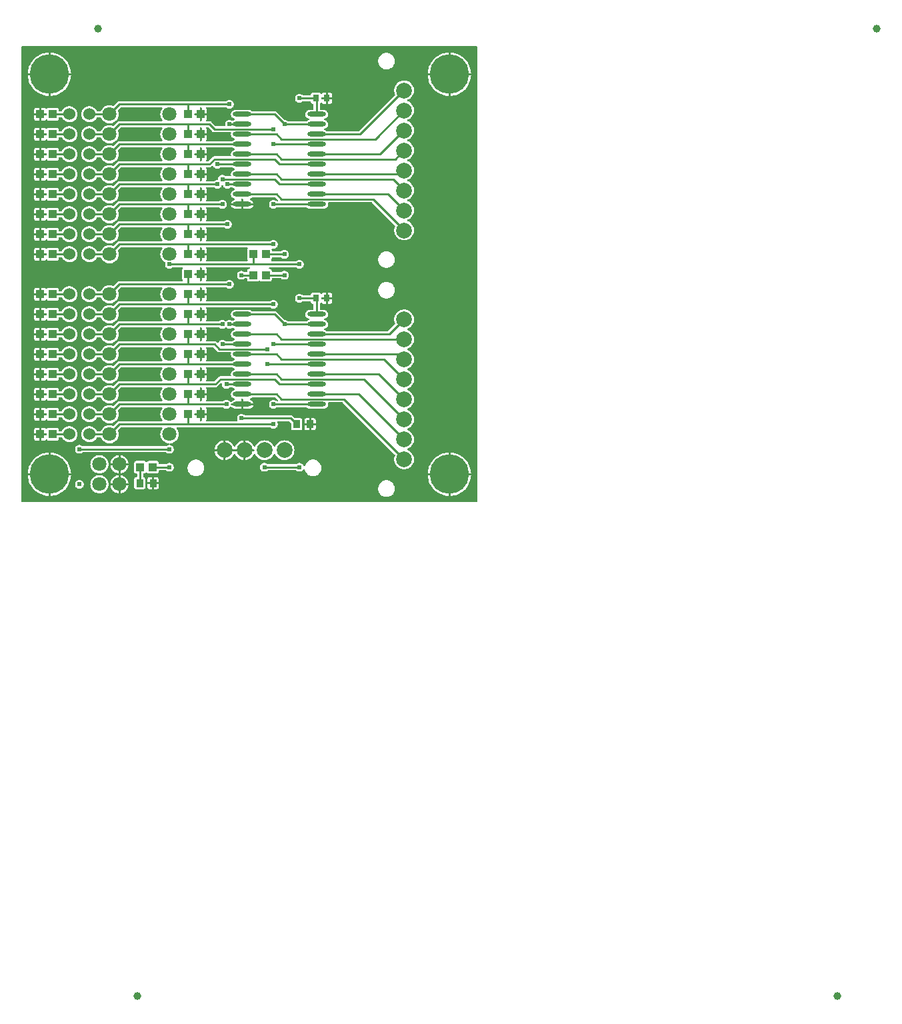
<source format=gtl>
G04 Layer: TopLayer*
G04 Panelize: V-CUT, Column: 2, Row: 2, Board Size: 58.42mm x 58.42mm, Panelized Board Size: 118.84mm x 118.84mm*
G04 EasyEDA v6.5.34, 2023-09-05 23:35:40*
G04 bcb9dca7cd424f9e9e9865ef008c09cf,5a6b42c53f6a479593ecc07194224c93,10*
G04 Gerber Generator version 0.2*
G04 Scale: 100 percent, Rotated: No, Reflected: No *
G04 Dimensions in millimeters *
G04 leading zeros omitted , absolute positions ,4 integer and 5 decimal *
%FSLAX45Y45*%
%MOMM*%

%ADD10C,0.2540*%
%ADD11R,0.8999X1.0000*%
%ADD12R,1.0000X1.1000*%
%ADD13R,0.8000X0.9000*%
%ADD14O,2.3599902X0.5949949999999999*%
%ADD15C,1.0000*%
%ADD16C,1.8000*%
%ADD17C,5.0000*%
%ADD18C,2.0000*%
%ADD19C,1.5240*%
%ADD20C,0.6096*%
%ADD21C,0.0112*%

%LPD*%
G36*
X36068Y25908D02*
G01*
X32156Y26670D01*
X28905Y28905D01*
X26670Y32156D01*
X25908Y36068D01*
X25908Y5805932D01*
X26670Y5809792D01*
X28905Y5813094D01*
X32156Y5815330D01*
X36068Y5816092D01*
X5805932Y5815584D01*
X5809843Y5814822D01*
X5813094Y5812637D01*
X5815330Y5809335D01*
X5816092Y5805424D01*
X5816092Y36068D01*
X5815330Y32156D01*
X5813094Y28905D01*
X5809843Y26670D01*
X5805932Y25908D01*
G37*

%LPC*%
G36*
X4660900Y5521604D02*
G01*
X4674717Y5522518D01*
X4688281Y5525211D01*
X4701438Y5529681D01*
X4713833Y5535777D01*
X4725365Y5543499D01*
X4735779Y5552643D01*
X4744923Y5563057D01*
X4752594Y5574538D01*
X4758740Y5586984D01*
X4763160Y5600090D01*
X4765903Y5613654D01*
X4766767Y5627471D01*
X4765903Y5641340D01*
X4763160Y5654903D01*
X4758740Y5668010D01*
X4752594Y5680456D01*
X4744923Y5691936D01*
X4735779Y5702350D01*
X4725365Y5711494D01*
X4713833Y5719216D01*
X4701438Y5725312D01*
X4688281Y5729782D01*
X4674717Y5732475D01*
X4660900Y5733389D01*
X4647082Y5732475D01*
X4633518Y5729782D01*
X4620361Y5725312D01*
X4607966Y5719216D01*
X4596434Y5711494D01*
X4586020Y5702350D01*
X4576876Y5691936D01*
X4569206Y5680456D01*
X4563059Y5668010D01*
X4558639Y5654903D01*
X4555896Y5641340D01*
X4555032Y5627471D01*
X4555896Y5613654D01*
X4558639Y5600090D01*
X4563059Y5586984D01*
X4569206Y5574538D01*
X4576876Y5563057D01*
X4586020Y5552643D01*
X4596434Y5543499D01*
X4607966Y5535777D01*
X4620361Y5529681D01*
X4633518Y5525211D01*
X4647082Y5522518D01*
G37*
G36*
X5448300Y105562D02*
G01*
X5448300Y368300D01*
X5185664Y368300D01*
X5186070Y357936D01*
X5188966Y334975D01*
X5193792Y312369D01*
X5200446Y290271D01*
X5208981Y268782D01*
X5219242Y248107D01*
X5231180Y228295D01*
X5244795Y209600D01*
X5259882Y192125D01*
X5276392Y175971D01*
X5294172Y161239D01*
X5313172Y148031D01*
X5333187Y136499D01*
X5354066Y126644D01*
X5375757Y118618D01*
X5398008Y112369D01*
X5420715Y108051D01*
X5443677Y105664D01*
G37*
G36*
X368300Y105562D02*
G01*
X368300Y368300D01*
X105664Y368300D01*
X106070Y357936D01*
X108966Y334975D01*
X113792Y312369D01*
X120446Y290271D01*
X128981Y268782D01*
X139242Y248107D01*
X151180Y228295D01*
X164795Y209600D01*
X179882Y192125D01*
X196392Y175971D01*
X214172Y161239D01*
X233171Y148031D01*
X253187Y136499D01*
X274066Y126644D01*
X295757Y118618D01*
X318008Y112369D01*
X340715Y108051D01*
X363677Y105664D01*
G37*
G36*
X5473700Y105613D02*
G01*
X5489854Y106629D01*
X5512714Y109982D01*
X5535218Y115265D01*
X5557164Y122428D01*
X5578500Y131368D01*
X5598972Y142087D01*
X5618480Y154432D01*
X5636869Y168402D01*
X5654040Y183896D01*
X5669838Y200710D01*
X5684215Y218846D01*
X5697016Y238099D01*
X5708142Y258317D01*
X5717540Y279450D01*
X5725109Y301244D01*
X5730849Y323646D01*
X5734710Y346405D01*
X5736590Y368300D01*
X5473700Y368300D01*
G37*
G36*
X393700Y105613D02*
G01*
X409854Y106629D01*
X432714Y109982D01*
X455218Y115265D01*
X477164Y122428D01*
X498500Y131368D01*
X518972Y142087D01*
X538480Y154432D01*
X556869Y168402D01*
X574040Y183896D01*
X589838Y200710D01*
X604215Y218846D01*
X617016Y238099D01*
X628142Y258317D01*
X637540Y279450D01*
X645109Y301244D01*
X650849Y323646D01*
X654710Y346405D01*
X656590Y368300D01*
X393700Y368300D01*
G37*
G36*
X1008735Y138328D02*
G01*
X1023264Y138328D01*
X1037691Y140157D01*
X1051814Y143764D01*
X1065326Y149148D01*
X1078077Y156159D01*
X1089863Y164693D01*
X1100480Y174650D01*
X1109776Y185877D01*
X1117549Y198170D01*
X1123746Y211328D01*
X1128268Y225196D01*
X1130960Y239471D01*
X1131874Y254000D01*
X1130960Y268528D01*
X1128268Y282803D01*
X1123746Y296672D01*
X1117549Y309829D01*
X1109776Y322122D01*
X1100480Y333349D01*
X1089863Y343306D01*
X1078077Y351840D01*
X1065326Y358851D01*
X1051814Y364236D01*
X1037691Y367842D01*
X1023264Y369671D01*
X1008735Y369671D01*
X994308Y367842D01*
X980186Y364236D01*
X966673Y358851D01*
X953922Y351840D01*
X942136Y343306D01*
X931519Y333349D01*
X922223Y322122D01*
X914450Y309829D01*
X908253Y296672D01*
X903732Y282803D01*
X901039Y268528D01*
X900125Y254000D01*
X901039Y239471D01*
X903732Y225196D01*
X908253Y211328D01*
X914450Y198170D01*
X922223Y185877D01*
X931519Y174650D01*
X942136Y164693D01*
X953922Y156159D01*
X966673Y149148D01*
X980186Y143764D01*
X994308Y140157D01*
G37*
G36*
X1257300Y139039D02*
G01*
X1257300Y241300D01*
X1154887Y241300D01*
X1155039Y239471D01*
X1157732Y225196D01*
X1162253Y211328D01*
X1168450Y198170D01*
X1176223Y185877D01*
X1185519Y174650D01*
X1196136Y164693D01*
X1207922Y156159D01*
X1220673Y149148D01*
X1234186Y143764D01*
X1248308Y140157D01*
G37*
G36*
X1282700Y139039D02*
G01*
X1291691Y140157D01*
X1305814Y143764D01*
X1319326Y149148D01*
X1332077Y156159D01*
X1343863Y164693D01*
X1354480Y174650D01*
X1363776Y185877D01*
X1371549Y198170D01*
X1377746Y211328D01*
X1382268Y225196D01*
X1384960Y239471D01*
X1385112Y241300D01*
X1282700Y241300D01*
G37*
G36*
X1653489Y190804D02*
G01*
X1685188Y190804D01*
X1685188Y254000D01*
X1627022Y254000D01*
X1627022Y217271D01*
X1627733Y210972D01*
X1629613Y205486D01*
X1632712Y200609D01*
X1636776Y196494D01*
X1641703Y193395D01*
X1647139Y191516D01*
G37*
G36*
X1710588Y190804D02*
G01*
X1742338Y190804D01*
X1748637Y191516D01*
X1754124Y193395D01*
X1759000Y196494D01*
X1763115Y200609D01*
X1766214Y205486D01*
X1768093Y210972D01*
X1768805Y217271D01*
X1768805Y254000D01*
X1710588Y254000D01*
G37*
G36*
X1483461Y190804D02*
G01*
X1572310Y190804D01*
X1578660Y191516D01*
X1584096Y193395D01*
X1589024Y196494D01*
X1593088Y200609D01*
X1596186Y205486D01*
X1598117Y210972D01*
X1598828Y217271D01*
X1598828Y316128D01*
X1598117Y322478D01*
X1596186Y327914D01*
X1593088Y332841D01*
X1589024Y336905D01*
X1584096Y340004D01*
X1578305Y342036D01*
X1574800Y344170D01*
X1572361Y347522D01*
X1571548Y351586D01*
X1571548Y378815D01*
X1572209Y382473D01*
X1574139Y385673D01*
X1577136Y387908D01*
X1580692Y388924D01*
X1588719Y389737D01*
X1594104Y391617D01*
X1599031Y394716D01*
X1603095Y398780D01*
X1604314Y400659D01*
X1607108Y403606D01*
X1610868Y405231D01*
X1614932Y405231D01*
X1618691Y403606D01*
X1621485Y400659D01*
X1622704Y398780D01*
X1626768Y394716D01*
X1631696Y391617D01*
X1637131Y389686D01*
X1643481Y388975D01*
X1742338Y388975D01*
X1748637Y389686D01*
X1754124Y391617D01*
X1759000Y394716D01*
X1763115Y398780D01*
X1766163Y403707D01*
X1768093Y409143D01*
X1768805Y415493D01*
X1768805Y421132D01*
X1769567Y425043D01*
X1771802Y428294D01*
X1775053Y430530D01*
X1778965Y431292D01*
X1859991Y431292D01*
X1863902Y430530D01*
X1867204Y428294D01*
X1868779Y426720D01*
X1876806Y421081D01*
X1885746Y416966D01*
X1895195Y414426D01*
X1905000Y413562D01*
X1914804Y414426D01*
X1924253Y416966D01*
X1933193Y421081D01*
X1941220Y426720D01*
X1948180Y433679D01*
X1953818Y441706D01*
X1957933Y450646D01*
X1960473Y460095D01*
X1961337Y469900D01*
X1960473Y479704D01*
X1957933Y489153D01*
X1953818Y498093D01*
X1948180Y506120D01*
X1941220Y513080D01*
X1933193Y518718D01*
X1924253Y522833D01*
X1914804Y525373D01*
X1905000Y526237D01*
X1895195Y525373D01*
X1885746Y522833D01*
X1876806Y518718D01*
X1868779Y513080D01*
X1867204Y511505D01*
X1863902Y509270D01*
X1859991Y508508D01*
X1778965Y508508D01*
X1775053Y509270D01*
X1771802Y511505D01*
X1769567Y514756D01*
X1768805Y518668D01*
X1768805Y524306D01*
X1768093Y530656D01*
X1766163Y536092D01*
X1763115Y541020D01*
X1759000Y545084D01*
X1754124Y548182D01*
X1748637Y550113D01*
X1742338Y550824D01*
X1643481Y550824D01*
X1637131Y550113D01*
X1631696Y548182D01*
X1626768Y545084D01*
X1622704Y541020D01*
X1621485Y539140D01*
X1618691Y536194D01*
X1614932Y534568D01*
X1610868Y534568D01*
X1607108Y536194D01*
X1604314Y539140D01*
X1603095Y541020D01*
X1599031Y545084D01*
X1594104Y548182D01*
X1588668Y550113D01*
X1582318Y550824D01*
X1483461Y550824D01*
X1477162Y550113D01*
X1471676Y548182D01*
X1466799Y545084D01*
X1462684Y541020D01*
X1459636Y536092D01*
X1457706Y530656D01*
X1456994Y524306D01*
X1456994Y415493D01*
X1457706Y409143D01*
X1459636Y403707D01*
X1462684Y398780D01*
X1466799Y394716D01*
X1471676Y391617D01*
X1477060Y389737D01*
X1485138Y388924D01*
X1488694Y387908D01*
X1491691Y385673D01*
X1493621Y382473D01*
X1494332Y378815D01*
X1494332Y352755D01*
X1493621Y349097D01*
X1491691Y345948D01*
X1488694Y343712D01*
X1485138Y342646D01*
X1477111Y341884D01*
X1471676Y340004D01*
X1466799Y336905D01*
X1462684Y332841D01*
X1459636Y327914D01*
X1457706Y322478D01*
X1456994Y316128D01*
X1456994Y217271D01*
X1457706Y210972D01*
X1459636Y205486D01*
X1462684Y200609D01*
X1466799Y196494D01*
X1471676Y193395D01*
X1477162Y191516D01*
G37*
G36*
X762000Y197662D02*
G01*
X771804Y198526D01*
X781253Y201066D01*
X790194Y205181D01*
X798220Y210820D01*
X805180Y217779D01*
X810818Y225806D01*
X814933Y234746D01*
X817473Y244195D01*
X818337Y254000D01*
X817473Y263804D01*
X814933Y273253D01*
X810818Y282194D01*
X805180Y290220D01*
X798220Y297180D01*
X790194Y302818D01*
X781253Y306933D01*
X771804Y309473D01*
X762000Y310337D01*
X752195Y309473D01*
X742746Y306933D01*
X733806Y302818D01*
X725779Y297180D01*
X718820Y290220D01*
X713181Y282194D01*
X709066Y273253D01*
X706526Y263804D01*
X705662Y254000D01*
X706526Y244195D01*
X709066Y234746D01*
X713181Y225806D01*
X718820Y217779D01*
X725779Y210820D01*
X733806Y205181D01*
X742746Y201066D01*
X752195Y198526D01*
G37*
G36*
X1154887Y266700D02*
G01*
X1257300Y266700D01*
X1257300Y368960D01*
X1248308Y367842D01*
X1234186Y364236D01*
X1220673Y358851D01*
X1207922Y351840D01*
X1196136Y343306D01*
X1185519Y333349D01*
X1176223Y322122D01*
X1168450Y309829D01*
X1162253Y296672D01*
X1157732Y282803D01*
X1155039Y268528D01*
G37*
G36*
X1282700Y266700D02*
G01*
X1385112Y266700D01*
X1384960Y268528D01*
X1382268Y282803D01*
X1377746Y296672D01*
X1371549Y309829D01*
X1363776Y322122D01*
X1354480Y333349D01*
X1343863Y343306D01*
X1332077Y351840D01*
X1319326Y358851D01*
X1305814Y364236D01*
X1291691Y367842D01*
X1282700Y368960D01*
G37*
G36*
X1627022Y279400D02*
G01*
X1685188Y279400D01*
X1685188Y342595D01*
X1653489Y342595D01*
X1647139Y341884D01*
X1641703Y340004D01*
X1636776Y336905D01*
X1632712Y332841D01*
X1629613Y327914D01*
X1627733Y322478D01*
X1627022Y316128D01*
G37*
G36*
X1710588Y279400D02*
G01*
X1768805Y279400D01*
X1768805Y316128D01*
X1768093Y322478D01*
X1766214Y327914D01*
X1763115Y332841D01*
X1759000Y336905D01*
X1754124Y340004D01*
X1748637Y341884D01*
X1742338Y342595D01*
X1710588Y342595D01*
G37*
G36*
X2240940Y354888D02*
G01*
X2254758Y355803D01*
X2268321Y358495D01*
X2281478Y362966D01*
X2293874Y369062D01*
X2305405Y376783D01*
X2315819Y385927D01*
X2324963Y396341D01*
X2332634Y407822D01*
X2338781Y420268D01*
X2343200Y433374D01*
X2345944Y446938D01*
X2346807Y460756D01*
X2345944Y474624D01*
X2343200Y488188D01*
X2338781Y501294D01*
X2332634Y513740D01*
X2324963Y525221D01*
X2315819Y535635D01*
X2305405Y544779D01*
X2293874Y552500D01*
X2281478Y558596D01*
X2268321Y563067D01*
X2254758Y565759D01*
X2240940Y566674D01*
X2227122Y565759D01*
X2213559Y563067D01*
X2200402Y558596D01*
X2188006Y552500D01*
X2176475Y544779D01*
X2166061Y535635D01*
X2156917Y525221D01*
X2149246Y513740D01*
X2143099Y501294D01*
X2138680Y488188D01*
X2135936Y474624D01*
X2135073Y460756D01*
X2135936Y446938D01*
X2138680Y433374D01*
X2143099Y420268D01*
X2149246Y407822D01*
X2156917Y396341D01*
X2166061Y385927D01*
X2176475Y376783D01*
X2188006Y369062D01*
X2200402Y362966D01*
X2213559Y358495D01*
X2227122Y355803D01*
G37*
G36*
X3728059Y354888D02*
G01*
X3741928Y355803D01*
X3755491Y358495D01*
X3768598Y362966D01*
X3781044Y369062D01*
X3792524Y376783D01*
X3802938Y385927D01*
X3812082Y396341D01*
X3819804Y407822D01*
X3825900Y420268D01*
X3830370Y433374D01*
X3833063Y446938D01*
X3833977Y460756D01*
X3833063Y474624D01*
X3830370Y488188D01*
X3825900Y501294D01*
X3819804Y513740D01*
X3812082Y525221D01*
X3802938Y535635D01*
X3792524Y544779D01*
X3781044Y552500D01*
X3768598Y558596D01*
X3755491Y563067D01*
X3741928Y565759D01*
X3728059Y566674D01*
X3714242Y565759D01*
X3700678Y563067D01*
X3687572Y558596D01*
X3675126Y552500D01*
X3663645Y544779D01*
X3653231Y535635D01*
X3644087Y525221D01*
X3636365Y513740D01*
X3630269Y501294D01*
X3627018Y491794D01*
X3625037Y488340D01*
X3621836Y485901D01*
X3617976Y484936D01*
X3614013Y485495D01*
X3610559Y487527D01*
X3608222Y490778D01*
X3604818Y498093D01*
X3599179Y506120D01*
X3592220Y513080D01*
X3584194Y518718D01*
X3575253Y522833D01*
X3565804Y525373D01*
X3556000Y526237D01*
X3546195Y525373D01*
X3536746Y522833D01*
X3527806Y518718D01*
X3519779Y513080D01*
X3518204Y511505D01*
X3514902Y509270D01*
X3510991Y508508D01*
X3156508Y508508D01*
X3152597Y509270D01*
X3149295Y511505D01*
X3147720Y513080D01*
X3139694Y518718D01*
X3130753Y522833D01*
X3121304Y525373D01*
X3111500Y526237D01*
X3101695Y525373D01*
X3092246Y522833D01*
X3083306Y518718D01*
X3075279Y513080D01*
X3068320Y506120D01*
X3062681Y498093D01*
X3058566Y489153D01*
X3056026Y479704D01*
X3055162Y469900D01*
X3056026Y460095D01*
X3058566Y450646D01*
X3062681Y441706D01*
X3068320Y433679D01*
X3075279Y426720D01*
X3083306Y421081D01*
X3092246Y416966D01*
X3101695Y414426D01*
X3111500Y413562D01*
X3121304Y414426D01*
X3130753Y416966D01*
X3139694Y421081D01*
X3147720Y426720D01*
X3149295Y428294D01*
X3152597Y430530D01*
X3156508Y431292D01*
X3510991Y431292D01*
X3514902Y430530D01*
X3518204Y428294D01*
X3519779Y426720D01*
X3527806Y421081D01*
X3536746Y416966D01*
X3546195Y414426D01*
X3556000Y413562D01*
X3565804Y414426D01*
X3575253Y416966D01*
X3584194Y421081D01*
X3592220Y426720D01*
X3599179Y433679D01*
X3607765Y446024D01*
X3611473Y448106D01*
X3615690Y448462D01*
X3619652Y447090D01*
X3622751Y444246D01*
X3624427Y440385D01*
X3625799Y433374D01*
X3630269Y420268D01*
X3636365Y407822D01*
X3644087Y396341D01*
X3653231Y385927D01*
X3663645Y376783D01*
X3675126Y369062D01*
X3687572Y362966D01*
X3700678Y358495D01*
X3714242Y355803D01*
G37*
G36*
X393700Y5473700D02*
G01*
X656590Y5473700D01*
X654710Y5495594D01*
X650849Y5518353D01*
X645109Y5540756D01*
X637540Y5562549D01*
X628142Y5583682D01*
X617016Y5603900D01*
X604215Y5623153D01*
X589838Y5641289D01*
X574040Y5658104D01*
X556869Y5673598D01*
X538480Y5687568D01*
X518972Y5699912D01*
X498500Y5710631D01*
X477164Y5719572D01*
X455218Y5726734D01*
X432714Y5732018D01*
X409854Y5735370D01*
X393700Y5736386D01*
G37*
G36*
X1008735Y392328D02*
G01*
X1023264Y392328D01*
X1037691Y394157D01*
X1051814Y397764D01*
X1065326Y403148D01*
X1078077Y410159D01*
X1089863Y418693D01*
X1100480Y428650D01*
X1109776Y439877D01*
X1117549Y452170D01*
X1123746Y465328D01*
X1128268Y479196D01*
X1130960Y493471D01*
X1131874Y508000D01*
X1130960Y522528D01*
X1128268Y536803D01*
X1123746Y550672D01*
X1117549Y563829D01*
X1109776Y576122D01*
X1100480Y587349D01*
X1089863Y597306D01*
X1078077Y605840D01*
X1065326Y612851D01*
X1051814Y618236D01*
X1037691Y621842D01*
X1023264Y623671D01*
X1008735Y623671D01*
X994308Y621842D01*
X980186Y618236D01*
X966673Y612851D01*
X953922Y605840D01*
X942136Y597306D01*
X931519Y587349D01*
X922223Y576122D01*
X914450Y563829D01*
X908253Y550672D01*
X903732Y536803D01*
X901039Y522528D01*
X900125Y508000D01*
X901039Y493471D01*
X903732Y479196D01*
X908253Y465328D01*
X914450Y452170D01*
X922223Y439877D01*
X931519Y428650D01*
X942136Y418693D01*
X953922Y410159D01*
X966673Y403148D01*
X980186Y397764D01*
X994308Y394157D01*
G37*
G36*
X1257300Y393039D02*
G01*
X1257300Y495300D01*
X1154887Y495300D01*
X1155039Y493471D01*
X1157732Y479196D01*
X1162253Y465328D01*
X1168450Y452170D01*
X1176223Y439877D01*
X1185519Y428650D01*
X1196136Y418693D01*
X1207922Y410159D01*
X1220673Y403148D01*
X1234186Y397764D01*
X1248308Y394157D01*
G37*
G36*
X1282700Y393039D02*
G01*
X1291691Y394157D01*
X1305814Y397764D01*
X1319326Y403148D01*
X1332077Y410159D01*
X1343863Y418693D01*
X1354480Y428650D01*
X1363776Y439877D01*
X1371549Y452170D01*
X1377746Y465328D01*
X1382268Y479196D01*
X1384960Y493471D01*
X1385112Y495300D01*
X1282700Y495300D01*
G37*
G36*
X105664Y393700D02*
G01*
X368300Y393700D01*
X368300Y656437D01*
X363677Y656336D01*
X340715Y653948D01*
X318008Y649630D01*
X295757Y643382D01*
X274066Y635355D01*
X253187Y625500D01*
X233171Y613968D01*
X214172Y600760D01*
X196392Y586028D01*
X179882Y569874D01*
X164795Y552348D01*
X151180Y533704D01*
X139242Y513892D01*
X128981Y493217D01*
X120446Y471728D01*
X113792Y449630D01*
X108966Y427024D01*
X106070Y404063D01*
G37*
G36*
X5185664Y393700D02*
G01*
X5448300Y393700D01*
X5448300Y656437D01*
X5443677Y656336D01*
X5420715Y653948D01*
X5398008Y649630D01*
X5375757Y643382D01*
X5354066Y635355D01*
X5333187Y625500D01*
X5313172Y613968D01*
X5294172Y600760D01*
X5276392Y586028D01*
X5259882Y569874D01*
X5244795Y552348D01*
X5231180Y533704D01*
X5219242Y513892D01*
X5208981Y493217D01*
X5200446Y471728D01*
X5193792Y449630D01*
X5188966Y427024D01*
X5186070Y404063D01*
G37*
G36*
X5473700Y393700D02*
G01*
X5736590Y393700D01*
X5734710Y415594D01*
X5730849Y438353D01*
X5725109Y460756D01*
X5717540Y482549D01*
X5708142Y503682D01*
X5697016Y523900D01*
X5684215Y543153D01*
X5669838Y561289D01*
X5654040Y578104D01*
X5636869Y593598D01*
X5618480Y607568D01*
X5598972Y619912D01*
X5578500Y630631D01*
X5557164Y639572D01*
X5535218Y646734D01*
X5512714Y652018D01*
X5489854Y655370D01*
X5473700Y656386D01*
G37*
G36*
X393700Y393700D02*
G01*
X656590Y393700D01*
X654710Y415594D01*
X650849Y438353D01*
X645109Y460756D01*
X637540Y482549D01*
X628142Y503682D01*
X617016Y523900D01*
X604215Y543153D01*
X589838Y561289D01*
X574040Y578104D01*
X556869Y593598D01*
X538480Y607568D01*
X518972Y619912D01*
X498500Y630631D01*
X477164Y639572D01*
X455218Y646734D01*
X432714Y652018D01*
X409854Y655370D01*
X393700Y656386D01*
G37*
G36*
X5473700Y5473700D02*
G01*
X5736590Y5473700D01*
X5734710Y5495594D01*
X5730849Y5518353D01*
X5725109Y5540756D01*
X5717540Y5562549D01*
X5708142Y5583682D01*
X5697016Y5603900D01*
X5684215Y5623153D01*
X5669838Y5641289D01*
X5654040Y5658104D01*
X5636869Y5673598D01*
X5618480Y5687568D01*
X5598972Y5699912D01*
X5578500Y5710631D01*
X5557164Y5719572D01*
X5535218Y5726734D01*
X5512714Y5732018D01*
X5489854Y5735370D01*
X5473700Y5736386D01*
G37*
G36*
X105664Y5473700D02*
G01*
X368300Y5473700D01*
X368300Y5736437D01*
X363677Y5736336D01*
X340715Y5733948D01*
X318008Y5729630D01*
X295757Y5723382D01*
X274066Y5715355D01*
X253187Y5705500D01*
X233171Y5693968D01*
X214172Y5680760D01*
X196392Y5666028D01*
X179882Y5649874D01*
X164795Y5632348D01*
X151180Y5613704D01*
X139242Y5593892D01*
X128981Y5573217D01*
X120446Y5551728D01*
X113792Y5529630D01*
X108966Y5507024D01*
X106070Y5484063D01*
G37*
G36*
X5185664Y5473700D02*
G01*
X5448300Y5473700D01*
X5448300Y5736437D01*
X5443677Y5736336D01*
X5420715Y5733948D01*
X5398008Y5729630D01*
X5375757Y5723382D01*
X5354066Y5715355D01*
X5333187Y5705500D01*
X5313172Y5693968D01*
X5294172Y5680760D01*
X5276392Y5666028D01*
X5259882Y5649874D01*
X5244795Y5632348D01*
X5231180Y5613704D01*
X5219242Y5593892D01*
X5208981Y5573217D01*
X5200446Y5551728D01*
X5193792Y5529630D01*
X5188966Y5507024D01*
X5186070Y5484063D01*
G37*
G36*
X4885893Y443738D02*
G01*
X4901082Y444652D01*
X4916017Y447395D01*
X4930546Y451916D01*
X4944414Y458114D01*
X4957419Y465988D01*
X4969408Y475386D01*
X4980127Y486105D01*
X4989525Y498093D01*
X4997399Y511098D01*
X5003596Y524967D01*
X5008118Y539496D01*
X5010861Y554431D01*
X5011775Y569620D01*
X5010861Y584758D01*
X5008118Y599744D01*
X5003596Y614222D01*
X4997399Y628091D01*
X4989525Y641096D01*
X4980127Y653084D01*
X4969408Y663854D01*
X4957419Y673201D01*
X4944414Y681075D01*
X4930495Y687324D01*
X4927346Y689559D01*
X4925212Y692810D01*
X4924501Y696620D01*
X4925212Y700379D01*
X4927346Y703630D01*
X4930495Y705866D01*
X4944414Y712114D01*
X4957419Y719988D01*
X4969408Y729386D01*
X4980127Y740105D01*
X4989525Y752094D01*
X4997399Y765098D01*
X5003596Y778967D01*
X5008118Y793496D01*
X5010861Y808431D01*
X5011775Y823620D01*
X5010861Y838758D01*
X5008118Y853744D01*
X5003596Y868222D01*
X4997399Y882091D01*
X4989525Y895096D01*
X4980127Y907084D01*
X4969408Y917854D01*
X4957419Y927201D01*
X4944414Y935075D01*
X4930495Y941324D01*
X4927346Y943559D01*
X4925212Y946810D01*
X4924501Y950620D01*
X4925212Y954379D01*
X4927346Y957630D01*
X4930495Y959866D01*
X4944414Y966114D01*
X4957419Y973988D01*
X4969408Y983386D01*
X4980127Y994105D01*
X4989525Y1006094D01*
X4997399Y1019098D01*
X5003596Y1032967D01*
X5008118Y1047496D01*
X5010861Y1062431D01*
X5011775Y1077620D01*
X5010861Y1092758D01*
X5008118Y1107744D01*
X5003596Y1122222D01*
X4997399Y1136091D01*
X4989525Y1149096D01*
X4980127Y1161084D01*
X4969408Y1171854D01*
X4957419Y1181201D01*
X4944414Y1189075D01*
X4930495Y1195324D01*
X4927346Y1197559D01*
X4925212Y1200810D01*
X4924501Y1204620D01*
X4925212Y1208379D01*
X4927346Y1211630D01*
X4930495Y1213866D01*
X4944414Y1220114D01*
X4957419Y1227988D01*
X4969408Y1237386D01*
X4980127Y1248105D01*
X4989525Y1260094D01*
X4997399Y1273098D01*
X5003596Y1286967D01*
X5008118Y1301496D01*
X5010861Y1316431D01*
X5011775Y1331620D01*
X5010861Y1346758D01*
X5008118Y1361744D01*
X5003596Y1376222D01*
X4997399Y1390091D01*
X4989525Y1403096D01*
X4980127Y1415084D01*
X4969408Y1425854D01*
X4957419Y1435201D01*
X4944414Y1443075D01*
X4930495Y1449324D01*
X4927346Y1451559D01*
X4925212Y1454810D01*
X4924501Y1458620D01*
X4925212Y1462379D01*
X4927346Y1465630D01*
X4930495Y1467866D01*
X4944414Y1474114D01*
X4957419Y1481988D01*
X4969408Y1491386D01*
X4980127Y1502105D01*
X4989525Y1514094D01*
X4997399Y1527098D01*
X5003596Y1540967D01*
X5008118Y1555496D01*
X5010861Y1570431D01*
X5011775Y1585620D01*
X5010861Y1600758D01*
X5008118Y1615744D01*
X5003596Y1630222D01*
X4997399Y1644091D01*
X4989525Y1657096D01*
X4980127Y1669084D01*
X4969408Y1679854D01*
X4957419Y1689201D01*
X4944414Y1697075D01*
X4930495Y1703324D01*
X4927346Y1705559D01*
X4925212Y1708810D01*
X4924501Y1712620D01*
X4925212Y1716379D01*
X4927346Y1719630D01*
X4930495Y1721866D01*
X4944414Y1728114D01*
X4957419Y1735988D01*
X4969408Y1745386D01*
X4980127Y1756105D01*
X4989525Y1768093D01*
X4997399Y1781098D01*
X5003596Y1794967D01*
X5008118Y1809496D01*
X5010861Y1824431D01*
X5011775Y1839620D01*
X5010861Y1854758D01*
X5008118Y1869744D01*
X5003596Y1884222D01*
X4997399Y1898091D01*
X4989525Y1911096D01*
X4980127Y1923084D01*
X4969408Y1933854D01*
X4957419Y1943201D01*
X4944414Y1951075D01*
X4930495Y1957324D01*
X4927346Y1959559D01*
X4925212Y1962810D01*
X4924501Y1966620D01*
X4925212Y1970379D01*
X4927346Y1973630D01*
X4930495Y1975866D01*
X4944414Y1982114D01*
X4957419Y1989988D01*
X4969408Y1999386D01*
X4980127Y2010105D01*
X4989525Y2022093D01*
X4997399Y2035098D01*
X5003596Y2048967D01*
X5008118Y2063496D01*
X5010861Y2078431D01*
X5011775Y2093620D01*
X5010861Y2108758D01*
X5008118Y2123744D01*
X5003596Y2138222D01*
X4997399Y2152091D01*
X4989525Y2165096D01*
X4980127Y2177084D01*
X4969408Y2187854D01*
X4957419Y2197201D01*
X4944414Y2205075D01*
X4930495Y2211324D01*
X4927346Y2213559D01*
X4925212Y2216810D01*
X4924501Y2220620D01*
X4925212Y2224379D01*
X4927346Y2227630D01*
X4930495Y2229866D01*
X4944414Y2236114D01*
X4957419Y2243988D01*
X4969408Y2253386D01*
X4980127Y2264105D01*
X4989525Y2276094D01*
X4997399Y2289098D01*
X5003596Y2302967D01*
X5008118Y2317496D01*
X5010861Y2332431D01*
X5011775Y2347620D01*
X5010861Y2362758D01*
X5008118Y2377744D01*
X5003596Y2392222D01*
X4997399Y2406091D01*
X4989525Y2419096D01*
X4980127Y2431084D01*
X4969408Y2441854D01*
X4957419Y2451201D01*
X4944414Y2459075D01*
X4930546Y2465324D01*
X4916017Y2469845D01*
X4901082Y2472588D01*
X4885893Y2473502D01*
X4870754Y2472588D01*
X4855768Y2469845D01*
X4841290Y2465324D01*
X4827422Y2459075D01*
X4814417Y2451201D01*
X4802428Y2441854D01*
X4791659Y2431084D01*
X4782312Y2419096D01*
X4774438Y2406091D01*
X4768189Y2392222D01*
X4763668Y2377744D01*
X4760925Y2362758D01*
X4760010Y2347620D01*
X4760925Y2332431D01*
X4763668Y2317496D01*
X4768189Y2302967D01*
X4771034Y2296668D01*
X4771898Y2292705D01*
X4771186Y2288692D01*
X4768951Y2285339D01*
X4684217Y2200605D01*
X4680915Y2198370D01*
X4677003Y2197608D01*
X3907231Y2197608D01*
X3903319Y2198370D01*
X3891076Y2207158D01*
X3882288Y2211273D01*
X3876954Y2212695D01*
X3873042Y2214727D01*
X3870401Y2218182D01*
X3869436Y2222500D01*
X3870401Y2226818D01*
X3873042Y2230272D01*
X3876954Y2232304D01*
X3882288Y2233726D01*
X3891076Y2237841D01*
X3899001Y2243378D01*
X3905859Y2250236D01*
X3911396Y2258212D01*
X3915511Y2267000D01*
X3918000Y2276348D01*
X3918864Y2286000D01*
X3918000Y2295652D01*
X3915511Y2304999D01*
X3911396Y2313787D01*
X3905859Y2321763D01*
X3899001Y2328621D01*
X3891076Y2334158D01*
X3882288Y2338273D01*
X3876954Y2339695D01*
X3873042Y2341727D01*
X3870401Y2345182D01*
X3869436Y2349500D01*
X3870401Y2353818D01*
X3873042Y2357272D01*
X3876954Y2359304D01*
X3882288Y2360726D01*
X3891076Y2364841D01*
X3899001Y2370378D01*
X3905859Y2377236D01*
X3911396Y2385212D01*
X3915511Y2394000D01*
X3918000Y2403348D01*
X3918864Y2413000D01*
X3918000Y2422652D01*
X3915511Y2431999D01*
X3911396Y2440787D01*
X3905859Y2448763D01*
X3899001Y2455621D01*
X3891076Y2461158D01*
X3882288Y2465273D01*
X3872890Y2467762D01*
X3862781Y2468676D01*
X3823766Y2468676D01*
X3819855Y2469438D01*
X3816604Y2471623D01*
X3814368Y2474925D01*
X3813606Y2478836D01*
X3813606Y2540406D01*
X3814165Y2543759D01*
X3815842Y2546756D01*
X3818382Y2548991D01*
X3821531Y2550972D01*
X3825595Y2555087D01*
X3826814Y2556967D01*
X3829608Y2559913D01*
X3833368Y2561539D01*
X3837432Y2561539D01*
X3841191Y2559913D01*
X3843985Y2556967D01*
X3845204Y2555087D01*
X3849268Y2550972D01*
X3854196Y2547924D01*
X3859631Y2545994D01*
X3865981Y2545283D01*
X3892702Y2545283D01*
X3892702Y2603500D01*
X3841496Y2603500D01*
X3837584Y2604262D01*
X3834282Y2606497D01*
X3832098Y2609748D01*
X3831336Y2613660D01*
X3831336Y2618740D01*
X3832098Y2622651D01*
X3834282Y2625902D01*
X3837584Y2628138D01*
X3841496Y2628900D01*
X3892702Y2628900D01*
X3892702Y2687116D01*
X3865981Y2687116D01*
X3859631Y2686405D01*
X3854196Y2684475D01*
X3849268Y2681427D01*
X3845204Y2677312D01*
X3843985Y2675432D01*
X3841191Y2672486D01*
X3837432Y2670860D01*
X3833368Y2670860D01*
X3829608Y2672486D01*
X3826814Y2675432D01*
X3825595Y2677312D01*
X3821531Y2681427D01*
X3816604Y2684475D01*
X3811168Y2686405D01*
X3804818Y2687116D01*
X3725976Y2687116D01*
X3719677Y2686405D01*
X3714191Y2684475D01*
X3709314Y2681427D01*
X3705199Y2677312D01*
X3702100Y2672435D01*
X3700221Y2666949D01*
X3699865Y2663850D01*
X3698798Y2660294D01*
X3696512Y2657398D01*
X3693414Y2655468D01*
X3689756Y2654808D01*
X3601008Y2654808D01*
X3597097Y2655570D01*
X3593795Y2657805D01*
X3592220Y2659380D01*
X3584194Y2665018D01*
X3575253Y2669133D01*
X3565804Y2671673D01*
X3556000Y2672537D01*
X3546195Y2671673D01*
X3536746Y2669133D01*
X3527806Y2665018D01*
X3519779Y2659380D01*
X3512820Y2652420D01*
X3507181Y2644394D01*
X3503066Y2635453D01*
X3500526Y2626004D01*
X3499662Y2616200D01*
X3500526Y2606395D01*
X3503066Y2596946D01*
X3507181Y2588006D01*
X3512820Y2579979D01*
X3519779Y2573020D01*
X3527806Y2567381D01*
X3536746Y2563266D01*
X3546195Y2560726D01*
X3556000Y2559862D01*
X3565804Y2560726D01*
X3575253Y2563266D01*
X3584194Y2567381D01*
X3592220Y2573020D01*
X3593795Y2574594D01*
X3597097Y2576830D01*
X3601008Y2577592D01*
X3689756Y2577592D01*
X3693414Y2576931D01*
X3696512Y2575001D01*
X3698798Y2572105D01*
X3699865Y2568549D01*
X3700221Y2565450D01*
X3702100Y2559964D01*
X3705199Y2555087D01*
X3709314Y2550972D01*
X3714191Y2547924D01*
X3719626Y2546045D01*
X3727246Y2545232D01*
X3730802Y2544216D01*
X3733749Y2541930D01*
X3735730Y2538780D01*
X3736390Y2535123D01*
X3736390Y2478836D01*
X3735628Y2474925D01*
X3733393Y2471623D01*
X3730142Y2469438D01*
X3726230Y2468676D01*
X3687216Y2468676D01*
X3677107Y2467762D01*
X3667709Y2465273D01*
X3658920Y2461158D01*
X3650996Y2455621D01*
X3644137Y2448763D01*
X3638600Y2440787D01*
X3634486Y2431999D01*
X3631996Y2422652D01*
X3631133Y2413000D01*
X3631996Y2403348D01*
X3634486Y2394000D01*
X3638600Y2385212D01*
X3644137Y2377236D01*
X3650996Y2370378D01*
X3658920Y2364841D01*
X3667709Y2360726D01*
X3673043Y2359304D01*
X3676954Y2357272D01*
X3679596Y2353818D01*
X3680561Y2349500D01*
X3679596Y2345182D01*
X3676954Y2341727D01*
X3673043Y2339695D01*
X3667709Y2338273D01*
X3658920Y2334158D01*
X3646678Y2325370D01*
X3642766Y2324608D01*
X3410508Y2324608D01*
X3406597Y2325370D01*
X3403295Y2327605D01*
X3401720Y2329180D01*
X3393694Y2334818D01*
X3384753Y2338933D01*
X3375304Y2341473D01*
X3367278Y2342184D01*
X3363874Y2343099D01*
X3360978Y2345131D01*
X3266135Y2439924D01*
X3259937Y2445054D01*
X3253232Y2448610D01*
X3246018Y2450795D01*
X3237992Y2451608D01*
X2961233Y2451608D01*
X2957322Y2452370D01*
X2945079Y2461158D01*
X2936290Y2465273D01*
X2926892Y2467762D01*
X2916783Y2468676D01*
X2741218Y2468676D01*
X2731109Y2467762D01*
X2721711Y2465273D01*
X2712923Y2461158D01*
X2704998Y2455621D01*
X2698140Y2448763D01*
X2692603Y2440787D01*
X2688488Y2431999D01*
X2685999Y2422652D01*
X2685135Y2413000D01*
X2685999Y2403348D01*
X2688488Y2394000D01*
X2692603Y2385212D01*
X2698140Y2377236D01*
X2704998Y2370378D01*
X2712923Y2364841D01*
X2721711Y2360726D01*
X2727045Y2359304D01*
X2730957Y2357272D01*
X2733598Y2353818D01*
X2734564Y2349500D01*
X2733598Y2345182D01*
X2730957Y2341727D01*
X2727045Y2339695D01*
X2721711Y2338273D01*
X2712923Y2334158D01*
X2710332Y2332329D01*
X2706573Y2330704D01*
X2702458Y2330704D01*
X2698699Y2332329D01*
X2695194Y2334818D01*
X2686253Y2338933D01*
X2676804Y2341473D01*
X2667000Y2342337D01*
X2657195Y2341473D01*
X2647746Y2338933D01*
X2638806Y2334818D01*
X2626461Y2325928D01*
X2622550Y2325166D01*
X2618638Y2325928D01*
X2606294Y2334818D01*
X2597353Y2338933D01*
X2587904Y2341473D01*
X2578100Y2342337D01*
X2568295Y2341473D01*
X2558846Y2338933D01*
X2549906Y2334818D01*
X2541879Y2329180D01*
X2540304Y2327605D01*
X2537002Y2325370D01*
X2533091Y2324608D01*
X2379929Y2324608D01*
X2376068Y2325370D01*
X2372766Y2327554D01*
X2370582Y2330856D01*
X2369769Y2334717D01*
X2370531Y2338578D01*
X2375763Y2346807D01*
X2377694Y2352243D01*
X2378405Y2358593D01*
X2378405Y2400300D01*
X2315210Y2400300D01*
X2315210Y2334768D01*
X2314397Y2330856D01*
X2312212Y2327605D01*
X2308910Y2325370D01*
X2305050Y2324608D01*
X2299970Y2324608D01*
X2296058Y2325370D01*
X2292756Y2327605D01*
X2290572Y2330856D01*
X2289810Y2334768D01*
X2289810Y2400300D01*
X2228545Y2400300D01*
X2224684Y2401062D01*
X2221382Y2403297D01*
X2219198Y2406548D01*
X2218436Y2410460D01*
X2218436Y2415540D01*
X2219198Y2419451D01*
X2221382Y2422702D01*
X2224684Y2424938D01*
X2228545Y2425700D01*
X2289810Y2425700D01*
X2289810Y2491232D01*
X2290572Y2495143D01*
X2292756Y2498394D01*
X2296058Y2500630D01*
X2299970Y2501392D01*
X2305050Y2501392D01*
X2308910Y2500630D01*
X2312212Y2498394D01*
X2314397Y2495143D01*
X2315210Y2491232D01*
X2315210Y2425700D01*
X2378405Y2425700D01*
X2378405Y2467406D01*
X2377694Y2473756D01*
X2375763Y2479192D01*
X2370531Y2487422D01*
X2369769Y2491282D01*
X2370582Y2495143D01*
X2372766Y2498445D01*
X2376068Y2500630D01*
X2379929Y2501392D01*
X3180791Y2501392D01*
X3184702Y2500630D01*
X3188004Y2498394D01*
X3189579Y2496820D01*
X3197606Y2491181D01*
X3206546Y2487066D01*
X3215995Y2484526D01*
X3225800Y2483662D01*
X3235604Y2484526D01*
X3245053Y2487066D01*
X3253994Y2491181D01*
X3262020Y2496820D01*
X3268979Y2503779D01*
X3274618Y2511806D01*
X3278733Y2520746D01*
X3281273Y2530195D01*
X3282137Y2540000D01*
X3281273Y2549804D01*
X3278733Y2559253D01*
X3274618Y2568194D01*
X3268979Y2576220D01*
X3262020Y2583180D01*
X3253994Y2588818D01*
X3245053Y2592933D01*
X3235604Y2595473D01*
X3225800Y2596337D01*
X3215995Y2595473D01*
X3206546Y2592933D01*
X3197606Y2588818D01*
X3189579Y2583180D01*
X3188004Y2581605D01*
X3184702Y2579370D01*
X3180791Y2578608D01*
X2379929Y2578608D01*
X2376068Y2579370D01*
X2372766Y2581554D01*
X2370582Y2584856D01*
X2369769Y2588717D01*
X2370531Y2592578D01*
X2375763Y2600807D01*
X2377694Y2606243D01*
X2378405Y2612593D01*
X2378405Y2654300D01*
X2315210Y2654300D01*
X2315210Y2588768D01*
X2314397Y2584856D01*
X2312212Y2581605D01*
X2308910Y2579370D01*
X2305050Y2578608D01*
X2299970Y2578608D01*
X2296058Y2579370D01*
X2292756Y2581605D01*
X2290572Y2584856D01*
X2289810Y2588768D01*
X2289810Y2654300D01*
X2228545Y2654300D01*
X2224684Y2655062D01*
X2221382Y2657297D01*
X2219198Y2660548D01*
X2218436Y2664460D01*
X2218436Y2669540D01*
X2219198Y2673451D01*
X2221382Y2676702D01*
X2224684Y2678938D01*
X2228545Y2679700D01*
X2289810Y2679700D01*
X2289810Y2745232D01*
X2290572Y2749143D01*
X2292756Y2752394D01*
X2296058Y2754630D01*
X2299970Y2755392D01*
X2305050Y2755392D01*
X2308910Y2754630D01*
X2312212Y2752394D01*
X2314397Y2749143D01*
X2315210Y2745232D01*
X2315210Y2679700D01*
X2378405Y2679700D01*
X2378405Y2721406D01*
X2377694Y2727756D01*
X2375763Y2733192D01*
X2370531Y2741422D01*
X2369769Y2745282D01*
X2370582Y2749143D01*
X2372766Y2752445D01*
X2376068Y2754630D01*
X2379929Y2755392D01*
X2621991Y2755392D01*
X2625902Y2754630D01*
X2629204Y2752394D01*
X2630779Y2750820D01*
X2638806Y2745181D01*
X2647746Y2741066D01*
X2657195Y2738526D01*
X2667000Y2737662D01*
X2676804Y2738526D01*
X2686253Y2741066D01*
X2695194Y2745181D01*
X2703220Y2750820D01*
X2710180Y2757779D01*
X2715818Y2765806D01*
X2719933Y2774746D01*
X2722473Y2784195D01*
X2723337Y2794000D01*
X2722473Y2803804D01*
X2719933Y2813253D01*
X2715818Y2822194D01*
X2710180Y2830220D01*
X2703220Y2837180D01*
X2695194Y2842818D01*
X2686253Y2846933D01*
X2676804Y2849473D01*
X2667000Y2850337D01*
X2657195Y2849473D01*
X2647746Y2846933D01*
X2638806Y2842818D01*
X2630779Y2837180D01*
X2629204Y2835605D01*
X2625902Y2833370D01*
X2621991Y2832608D01*
X2379929Y2832608D01*
X2376068Y2833370D01*
X2372766Y2835554D01*
X2370582Y2838856D01*
X2369769Y2842717D01*
X2370531Y2846578D01*
X2375763Y2854807D01*
X2377694Y2860243D01*
X2378405Y2866593D01*
X2378405Y2908300D01*
X2315210Y2908300D01*
X2315210Y2842768D01*
X2314397Y2838856D01*
X2312212Y2835605D01*
X2308910Y2833370D01*
X2305050Y2832608D01*
X2299970Y2832608D01*
X2296058Y2833370D01*
X2292756Y2835605D01*
X2290572Y2838856D01*
X2289810Y2842768D01*
X2289810Y2908300D01*
X2228545Y2908300D01*
X2224684Y2909062D01*
X2221382Y2911297D01*
X2219198Y2914548D01*
X2218436Y2918460D01*
X2218436Y2923540D01*
X2219198Y2927451D01*
X2221382Y2930702D01*
X2224684Y2932938D01*
X2228545Y2933700D01*
X2289810Y2933700D01*
X2289810Y2999232D01*
X2290572Y3003143D01*
X2292756Y3006394D01*
X2296058Y3008630D01*
X2299970Y3009392D01*
X2305050Y3009392D01*
X2308910Y3008630D01*
X2312212Y3006394D01*
X2314397Y3003143D01*
X2315210Y2999232D01*
X2315210Y2933700D01*
X2378405Y2933700D01*
X2378405Y2975406D01*
X2377694Y2981756D01*
X2375763Y2987192D01*
X2370531Y2995422D01*
X2369769Y2999282D01*
X2370582Y3003143D01*
X2372766Y3006445D01*
X2376068Y3008630D01*
X2379929Y3009392D01*
X2916783Y3009392D01*
X2921050Y3008477D01*
X2924556Y3005836D01*
X2926588Y3001975D01*
X2926842Y2997606D01*
X2925216Y2993542D01*
X2922066Y2990545D01*
X2917952Y2989122D01*
X2912262Y2988513D01*
X2906776Y2986582D01*
X2901899Y2983484D01*
X2897784Y2979420D01*
X2894736Y2974492D01*
X2892806Y2969056D01*
X2892094Y2962706D01*
X2892094Y2957068D01*
X2891332Y2953156D01*
X2889148Y2949905D01*
X2885846Y2947670D01*
X2881934Y2946908D01*
X2864408Y2946908D01*
X2860497Y2947670D01*
X2857195Y2949905D01*
X2855620Y2951480D01*
X2847594Y2957118D01*
X2838653Y2961233D01*
X2829204Y2963773D01*
X2819400Y2964637D01*
X2809595Y2963773D01*
X2800146Y2961233D01*
X2791206Y2957118D01*
X2783179Y2951480D01*
X2776220Y2944520D01*
X2770581Y2936494D01*
X2766466Y2927553D01*
X2763926Y2918104D01*
X2763062Y2908300D01*
X2763926Y2898495D01*
X2766466Y2889046D01*
X2770581Y2880106D01*
X2776220Y2872079D01*
X2783179Y2865120D01*
X2791206Y2859481D01*
X2800146Y2855366D01*
X2809595Y2852826D01*
X2819400Y2851962D01*
X2829204Y2852826D01*
X2838653Y2855366D01*
X2847594Y2859481D01*
X2855620Y2865120D01*
X2857195Y2866694D01*
X2860497Y2868930D01*
X2864408Y2869692D01*
X2881934Y2869692D01*
X2885846Y2868930D01*
X2889148Y2866694D01*
X2891332Y2863443D01*
X2892094Y2859532D01*
X2892094Y2853893D01*
X2892806Y2847543D01*
X2894736Y2842107D01*
X2897784Y2837180D01*
X2901899Y2833116D01*
X2906776Y2830017D01*
X2912262Y2828086D01*
X2918561Y2827375D01*
X3017418Y2827375D01*
X3023768Y2828086D01*
X3029204Y2830017D01*
X3034131Y2833116D01*
X3038195Y2837180D01*
X3039414Y2839059D01*
X3042208Y2842006D01*
X3045968Y2843631D01*
X3050032Y2843631D01*
X3053791Y2842006D01*
X3056585Y2839059D01*
X3057804Y2837180D01*
X3061868Y2833116D01*
X3066796Y2830017D01*
X3072231Y2828086D01*
X3078581Y2827375D01*
X3177438Y2827375D01*
X3183737Y2828086D01*
X3189224Y2830017D01*
X3194100Y2833116D01*
X3198215Y2837180D01*
X3201263Y2842107D01*
X3203194Y2847543D01*
X3203905Y2853893D01*
X3203905Y2859532D01*
X3204667Y2863443D01*
X3206902Y2866694D01*
X3210153Y2868930D01*
X3214065Y2869692D01*
X3320491Y2869692D01*
X3324402Y2868930D01*
X3327704Y2866694D01*
X3329279Y2865120D01*
X3337306Y2859481D01*
X3346246Y2855366D01*
X3355695Y2852826D01*
X3365500Y2851962D01*
X3375304Y2852826D01*
X3384753Y2855366D01*
X3393694Y2859481D01*
X3401720Y2865120D01*
X3408679Y2872079D01*
X3414318Y2880106D01*
X3418433Y2889046D01*
X3420973Y2898495D01*
X3421837Y2908300D01*
X3420973Y2918104D01*
X3418433Y2927553D01*
X3414318Y2936494D01*
X3408679Y2944520D01*
X3401720Y2951480D01*
X3393694Y2957118D01*
X3384753Y2961233D01*
X3375304Y2963773D01*
X3365500Y2964637D01*
X3355695Y2963773D01*
X3346246Y2961233D01*
X3337306Y2957118D01*
X3329279Y2951480D01*
X3327704Y2949905D01*
X3324402Y2947670D01*
X3320491Y2946908D01*
X3214065Y2946908D01*
X3210153Y2947670D01*
X3206902Y2949905D01*
X3204667Y2953156D01*
X3203905Y2957068D01*
X3203905Y2962706D01*
X3203194Y2969056D01*
X3201263Y2974492D01*
X3198215Y2979420D01*
X3194100Y2983484D01*
X3189224Y2986582D01*
X3183737Y2988513D01*
X3178048Y2989122D01*
X3173933Y2990545D01*
X3170783Y2993542D01*
X3169158Y2997606D01*
X3169412Y3001975D01*
X3171444Y3005836D01*
X3174949Y3008477D01*
X3179216Y3009392D01*
X3510991Y3009392D01*
X3514902Y3008630D01*
X3518204Y3006394D01*
X3519779Y3004820D01*
X3527806Y2999181D01*
X3536746Y2995066D01*
X3546195Y2992526D01*
X3556000Y2991662D01*
X3565804Y2992526D01*
X3575253Y2995066D01*
X3584194Y2999181D01*
X3592220Y3004820D01*
X3599179Y3011779D01*
X3604818Y3019806D01*
X3608933Y3028746D01*
X3611473Y3038195D01*
X3612337Y3048000D01*
X3611473Y3057804D01*
X3608933Y3067253D01*
X3604818Y3076194D01*
X3599179Y3084220D01*
X3592220Y3091180D01*
X3584194Y3096818D01*
X3575253Y3100933D01*
X3565804Y3103473D01*
X3556000Y3104337D01*
X3546195Y3103473D01*
X3536746Y3100933D01*
X3527806Y3096818D01*
X3519779Y3091180D01*
X3518204Y3089605D01*
X3514902Y3087370D01*
X3510991Y3086608D01*
X3205429Y3086608D01*
X3201568Y3087370D01*
X3198266Y3089554D01*
X3196082Y3092856D01*
X3195269Y3096717D01*
X3196031Y3100578D01*
X3201263Y3108807D01*
X3203194Y3114243D01*
X3203905Y3120593D01*
X3203905Y3126232D01*
X3204667Y3130143D01*
X3206851Y3133394D01*
X3210153Y3135630D01*
X3214065Y3136392D01*
X3320491Y3136392D01*
X3324402Y3135630D01*
X3327704Y3133394D01*
X3329279Y3131820D01*
X3337306Y3126181D01*
X3346246Y3122066D01*
X3355695Y3119526D01*
X3365500Y3118662D01*
X3375304Y3119526D01*
X3384753Y3122066D01*
X3393694Y3126181D01*
X3401720Y3131820D01*
X3408679Y3138779D01*
X3414318Y3146806D01*
X3418433Y3155746D01*
X3420973Y3165195D01*
X3421837Y3175000D01*
X3420973Y3184804D01*
X3418433Y3194253D01*
X3414318Y3203194D01*
X3408679Y3211220D01*
X3401720Y3218180D01*
X3393694Y3223818D01*
X3384753Y3227933D01*
X3375304Y3230473D01*
X3365500Y3231337D01*
X3355695Y3230473D01*
X3346246Y3227933D01*
X3337306Y3223818D01*
X3329279Y3218180D01*
X3327704Y3216605D01*
X3324402Y3214370D01*
X3320491Y3213608D01*
X3214065Y3213608D01*
X3210153Y3214370D01*
X3206851Y3216605D01*
X3204667Y3219856D01*
X3203905Y3223768D01*
X3203905Y3229406D01*
X3203194Y3235553D01*
X3203549Y3239516D01*
X3205327Y3242970D01*
X3208274Y3245561D01*
X3212033Y3246780D01*
X3225800Y3245662D01*
X3235604Y3246526D01*
X3245053Y3249066D01*
X3253994Y3253181D01*
X3262020Y3258820D01*
X3268979Y3265779D01*
X3274618Y3273806D01*
X3278733Y3282746D01*
X3281273Y3292195D01*
X3282137Y3302000D01*
X3281273Y3311804D01*
X3278733Y3321253D01*
X3274618Y3330194D01*
X3268979Y3338220D01*
X3262020Y3345179D01*
X3253994Y3350818D01*
X3245053Y3354933D01*
X3235604Y3357473D01*
X3225800Y3358337D01*
X3215995Y3357473D01*
X3206546Y3354933D01*
X3197606Y3350818D01*
X3189579Y3345179D01*
X3188004Y3343605D01*
X3184702Y3341370D01*
X3180791Y3340608D01*
X2379929Y3340608D01*
X2376068Y3341370D01*
X2372766Y3343554D01*
X2370582Y3346856D01*
X2369769Y3350717D01*
X2370531Y3354578D01*
X2375763Y3362807D01*
X2377694Y3368243D01*
X2378405Y3374593D01*
X2378405Y3416300D01*
X2315210Y3416300D01*
X2315210Y3350768D01*
X2314397Y3346856D01*
X2312212Y3343605D01*
X2308910Y3341370D01*
X2305050Y3340608D01*
X2299970Y3340608D01*
X2296058Y3341370D01*
X2292756Y3343605D01*
X2290572Y3346856D01*
X2289810Y3350768D01*
X2289810Y3416300D01*
X2228545Y3416300D01*
X2224684Y3417062D01*
X2221382Y3419297D01*
X2219198Y3422548D01*
X2218436Y3426460D01*
X2218436Y3431540D01*
X2219198Y3435451D01*
X2221382Y3438702D01*
X2224684Y3440937D01*
X2228545Y3441700D01*
X2289810Y3441700D01*
X2289810Y3507232D01*
X2290572Y3511143D01*
X2292756Y3514394D01*
X2296058Y3516629D01*
X2299970Y3517392D01*
X2305050Y3517392D01*
X2308910Y3516629D01*
X2312212Y3514394D01*
X2314397Y3511143D01*
X2315210Y3507232D01*
X2315210Y3441700D01*
X2378405Y3441700D01*
X2378405Y3483406D01*
X2377694Y3489756D01*
X2375763Y3495192D01*
X2370531Y3503422D01*
X2369769Y3507282D01*
X2370582Y3511143D01*
X2372766Y3514445D01*
X2376068Y3516629D01*
X2379929Y3517392D01*
X2596591Y3517392D01*
X2600502Y3516629D01*
X2603804Y3514394D01*
X2605379Y3512820D01*
X2613406Y3507181D01*
X2622346Y3503066D01*
X2631795Y3500526D01*
X2641600Y3499662D01*
X2651404Y3500526D01*
X2660853Y3503066D01*
X2669794Y3507181D01*
X2677820Y3512820D01*
X2684780Y3519779D01*
X2690418Y3527806D01*
X2694533Y3536746D01*
X2697073Y3546195D01*
X2697937Y3556000D01*
X2697073Y3565804D01*
X2694533Y3575253D01*
X2690418Y3584194D01*
X2684780Y3592220D01*
X2677820Y3599179D01*
X2669794Y3604818D01*
X2660853Y3608933D01*
X2651404Y3611473D01*
X2641600Y3612337D01*
X2631795Y3611473D01*
X2622346Y3608933D01*
X2613406Y3604818D01*
X2605379Y3599179D01*
X2603804Y3597605D01*
X2600502Y3595370D01*
X2596591Y3594608D01*
X2379929Y3594608D01*
X2376068Y3595370D01*
X2372766Y3597554D01*
X2370582Y3600856D01*
X2369769Y3604717D01*
X2370531Y3608578D01*
X2375763Y3616807D01*
X2377694Y3622243D01*
X2378405Y3628593D01*
X2378405Y3670300D01*
X2315210Y3670300D01*
X2315210Y3604768D01*
X2314397Y3600856D01*
X2312212Y3597605D01*
X2308910Y3595370D01*
X2305050Y3594608D01*
X2299970Y3594608D01*
X2296058Y3595370D01*
X2292756Y3597605D01*
X2290572Y3600856D01*
X2289810Y3604768D01*
X2289810Y3670300D01*
X2228545Y3670300D01*
X2224684Y3671062D01*
X2221382Y3673297D01*
X2219198Y3676548D01*
X2218436Y3680460D01*
X2218436Y3685540D01*
X2219198Y3689451D01*
X2221382Y3692702D01*
X2224684Y3694937D01*
X2228545Y3695700D01*
X2289810Y3695700D01*
X2289810Y3761232D01*
X2290572Y3765143D01*
X2292756Y3768394D01*
X2296058Y3770629D01*
X2299970Y3771392D01*
X2305050Y3771392D01*
X2308910Y3770629D01*
X2312212Y3768394D01*
X2314397Y3765143D01*
X2315210Y3761232D01*
X2315210Y3695700D01*
X2378405Y3695700D01*
X2378405Y3737406D01*
X2377694Y3743756D01*
X2375763Y3749192D01*
X2370531Y3757422D01*
X2369769Y3761282D01*
X2370582Y3765143D01*
X2372766Y3768445D01*
X2376068Y3770629D01*
X2379929Y3771392D01*
X2533091Y3771392D01*
X2537002Y3770629D01*
X2540304Y3768394D01*
X2541879Y3766820D01*
X2549906Y3761181D01*
X2558846Y3757066D01*
X2568295Y3754526D01*
X2578100Y3753662D01*
X2587904Y3754526D01*
X2597353Y3757066D01*
X2606294Y3761181D01*
X2614320Y3766820D01*
X2621280Y3773779D01*
X2626918Y3781806D01*
X2631033Y3790746D01*
X2633573Y3800195D01*
X2634437Y3810000D01*
X2633573Y3819804D01*
X2631033Y3829253D01*
X2626918Y3838194D01*
X2621280Y3846220D01*
X2614320Y3853179D01*
X2606294Y3858818D01*
X2597353Y3862933D01*
X2587904Y3865473D01*
X2578100Y3866337D01*
X2568295Y3865473D01*
X2558846Y3862933D01*
X2549906Y3858818D01*
X2541879Y3853179D01*
X2540304Y3851605D01*
X2537002Y3849370D01*
X2533091Y3848608D01*
X2379929Y3848608D01*
X2376068Y3849370D01*
X2372766Y3851554D01*
X2370582Y3854856D01*
X2369769Y3858717D01*
X2370531Y3862578D01*
X2375763Y3870807D01*
X2377694Y3876243D01*
X2378405Y3882593D01*
X2378405Y3924300D01*
X2315210Y3924300D01*
X2315210Y3858768D01*
X2314397Y3854856D01*
X2312212Y3851605D01*
X2308910Y3849370D01*
X2305050Y3848608D01*
X2299970Y3848608D01*
X2296058Y3849370D01*
X2292756Y3851605D01*
X2290572Y3854856D01*
X2289810Y3858768D01*
X2289810Y3924300D01*
X2228545Y3924300D01*
X2224684Y3925062D01*
X2221382Y3927297D01*
X2219198Y3930548D01*
X2218436Y3934460D01*
X2218436Y3939540D01*
X2219198Y3943451D01*
X2221382Y3946702D01*
X2224684Y3948937D01*
X2228545Y3949700D01*
X2289810Y3949700D01*
X2289810Y4015232D01*
X2290572Y4019143D01*
X2292756Y4022394D01*
X2296058Y4024629D01*
X2299970Y4025392D01*
X2305050Y4025392D01*
X2308910Y4024629D01*
X2312212Y4022394D01*
X2314397Y4019143D01*
X2315210Y4015232D01*
X2315210Y3949700D01*
X2378405Y3949700D01*
X2378405Y3991406D01*
X2377694Y3997756D01*
X2375763Y4003192D01*
X2370531Y4011422D01*
X2369769Y4015282D01*
X2370582Y4019143D01*
X2372766Y4022445D01*
X2376068Y4024629D01*
X2379929Y4025392D01*
X2469591Y4025392D01*
X2473502Y4024629D01*
X2476804Y4022394D01*
X2478379Y4020820D01*
X2486406Y4015181D01*
X2495346Y4011066D01*
X2504795Y4008526D01*
X2514600Y4007662D01*
X2524404Y4008526D01*
X2533853Y4011066D01*
X2542794Y4015181D01*
X2550820Y4020820D01*
X2557780Y4027779D01*
X2563418Y4035806D01*
X2567533Y4044746D01*
X2568295Y4047490D01*
X2570327Y4051350D01*
X2573782Y4054043D01*
X2578100Y4055008D01*
X2582418Y4054043D01*
X2585872Y4051350D01*
X2587904Y4047490D01*
X2588666Y4044746D01*
X2592781Y4035806D01*
X2598420Y4027779D01*
X2605379Y4020820D01*
X2613406Y4015181D01*
X2622346Y4011066D01*
X2631795Y4008526D01*
X2641600Y4007662D01*
X2651404Y4008526D01*
X2660853Y4011066D01*
X2669794Y4015181D01*
X2677820Y4020820D01*
X2679395Y4022394D01*
X2682697Y4024629D01*
X2686608Y4025392D01*
X2696768Y4025392D01*
X2700680Y4024629D01*
X2712923Y4015841D01*
X2721711Y4011726D01*
X2727045Y4010304D01*
X2730957Y4008272D01*
X2733598Y4004818D01*
X2734564Y4000500D01*
X2733598Y3996182D01*
X2730957Y3992727D01*
X2727045Y3990695D01*
X2721711Y3989273D01*
X2712923Y3985158D01*
X2704998Y3979621D01*
X2698140Y3972763D01*
X2692603Y3964787D01*
X2688488Y3955999D01*
X2685999Y3946651D01*
X2685135Y3937000D01*
X2685999Y3927348D01*
X2688488Y3918000D01*
X2692603Y3909212D01*
X2698140Y3901236D01*
X2704998Y3894378D01*
X2712923Y3888841D01*
X2721711Y3884726D01*
X2727045Y3883304D01*
X2730957Y3881272D01*
X2733598Y3877818D01*
X2734564Y3873500D01*
X2733598Y3869182D01*
X2730957Y3865727D01*
X2727045Y3863695D01*
X2721711Y3862273D01*
X2712923Y3858158D01*
X2704998Y3852621D01*
X2698140Y3845763D01*
X2692603Y3837787D01*
X2688488Y3828999D01*
X2686812Y3822700D01*
X2816301Y3822700D01*
X2816301Y3871163D01*
X2817063Y3875074D01*
X2819298Y3878376D01*
X2822549Y3880561D01*
X2826461Y3881323D01*
X2831541Y3881323D01*
X2835452Y3880561D01*
X2838704Y3878376D01*
X2840939Y3875074D01*
X2841701Y3871163D01*
X2841701Y3822700D01*
X2971190Y3822700D01*
X2969514Y3828999D01*
X2965399Y3837787D01*
X2959862Y3845763D01*
X2953004Y3852621D01*
X2945079Y3858158D01*
X2936290Y3862273D01*
X2930956Y3863695D01*
X2927045Y3865727D01*
X2924403Y3869182D01*
X2923438Y3873500D01*
X2924403Y3877818D01*
X2927045Y3881272D01*
X2930956Y3883304D01*
X2936290Y3884726D01*
X2945079Y3888841D01*
X2957322Y3897629D01*
X2961233Y3898392D01*
X3243681Y3898392D01*
X3247593Y3897629D01*
X3250895Y3895394D01*
X3280359Y3865930D01*
X3282543Y3862679D01*
X3283305Y3858768D01*
X3282543Y3854856D01*
X3280359Y3851605D01*
X3277057Y3849370D01*
X3273145Y3848608D01*
X3270808Y3848608D01*
X3266897Y3849370D01*
X3263595Y3851605D01*
X3262020Y3853179D01*
X3253994Y3858818D01*
X3245053Y3862933D01*
X3235604Y3865473D01*
X3225800Y3866337D01*
X3215995Y3865473D01*
X3206546Y3862933D01*
X3197606Y3858818D01*
X3189579Y3853179D01*
X3182620Y3846220D01*
X3176981Y3838194D01*
X3172866Y3829253D01*
X3170326Y3819804D01*
X3169462Y3810000D01*
X3170326Y3800195D01*
X3172866Y3790746D01*
X3176981Y3781806D01*
X3182620Y3773779D01*
X3189579Y3766820D01*
X3197606Y3761181D01*
X3206546Y3757066D01*
X3215995Y3754526D01*
X3225800Y3753662D01*
X3235604Y3754526D01*
X3245053Y3757066D01*
X3253994Y3761181D01*
X3262020Y3766820D01*
X3263595Y3768394D01*
X3266897Y3770629D01*
X3270808Y3771392D01*
X3642766Y3771392D01*
X3646678Y3770629D01*
X3658920Y3761841D01*
X3667709Y3757726D01*
X3677107Y3755237D01*
X3687216Y3754323D01*
X3862781Y3754323D01*
X3872890Y3755237D01*
X3882288Y3757726D01*
X3891076Y3761841D01*
X3899001Y3767378D01*
X3905859Y3774236D01*
X3911396Y3782212D01*
X3915511Y3791000D01*
X3918000Y3800348D01*
X3918864Y3810000D01*
X3918000Y3819651D01*
X3917391Y3822090D01*
X3917086Y3825798D01*
X3918153Y3829354D01*
X3920388Y3832301D01*
X3923537Y3834231D01*
X3927195Y3834892D01*
X4470247Y3834892D01*
X4474159Y3834129D01*
X4477461Y3831894D01*
X4769002Y3540353D01*
X4771237Y3536950D01*
X4771999Y3532987D01*
X4771085Y3528974D01*
X4768189Y3522522D01*
X4763668Y3508044D01*
X4760925Y3493058D01*
X4760010Y3477869D01*
X4760925Y3462731D01*
X4763668Y3447745D01*
X4768189Y3433267D01*
X4774438Y3419398D01*
X4782312Y3406394D01*
X4791659Y3394405D01*
X4802428Y3383686D01*
X4814366Y3374288D01*
X4827371Y3366414D01*
X4841240Y3360165D01*
X4855768Y3355644D01*
X4870704Y3352901D01*
X4885893Y3351987D01*
X4901082Y3352901D01*
X4916017Y3355644D01*
X4930546Y3360165D01*
X4944414Y3366414D01*
X4957419Y3374288D01*
X4969357Y3383686D01*
X4980127Y3394405D01*
X4989474Y3406394D01*
X4997348Y3419398D01*
X5003596Y3433267D01*
X5008118Y3447745D01*
X5010861Y3462731D01*
X5011775Y3477869D01*
X5010861Y3493058D01*
X5008118Y3508044D01*
X5003596Y3522522D01*
X4997348Y3536391D01*
X4989474Y3549396D01*
X4980127Y3561384D01*
X4969357Y3572103D01*
X4957419Y3581501D01*
X4944414Y3589375D01*
X4930495Y3595624D01*
X4927295Y3597859D01*
X4925212Y3601110D01*
X4924501Y3604869D01*
X4925212Y3608679D01*
X4927295Y3611930D01*
X4930495Y3614165D01*
X4944414Y3620414D01*
X4957419Y3628288D01*
X4969357Y3637686D01*
X4980127Y3648405D01*
X4989474Y3660394D01*
X4997348Y3673398D01*
X5003596Y3687267D01*
X5008118Y3701745D01*
X5010861Y3716731D01*
X5011775Y3731869D01*
X5010861Y3747058D01*
X5008118Y3762044D01*
X5003596Y3776522D01*
X4997348Y3790391D01*
X4989474Y3803396D01*
X4980127Y3815384D01*
X4969357Y3826103D01*
X4957419Y3835501D01*
X4944414Y3843375D01*
X4930495Y3849624D01*
X4927295Y3851859D01*
X4925212Y3855110D01*
X4924501Y3858869D01*
X4925212Y3862679D01*
X4927295Y3865930D01*
X4930495Y3868165D01*
X4944414Y3874414D01*
X4957419Y3882288D01*
X4969357Y3891686D01*
X4980127Y3902405D01*
X4989474Y3914394D01*
X4997348Y3927398D01*
X5003596Y3941267D01*
X5008118Y3955745D01*
X5010861Y3970731D01*
X5011775Y3985869D01*
X5010861Y4001058D01*
X5008118Y4016044D01*
X5003596Y4030522D01*
X4997348Y4044391D01*
X4989474Y4057396D01*
X4980127Y4069384D01*
X4969357Y4080103D01*
X4957419Y4089501D01*
X4944414Y4097375D01*
X4930495Y4103624D01*
X4927295Y4105859D01*
X4925212Y4109110D01*
X4924501Y4112869D01*
X4925212Y4116679D01*
X4927295Y4119930D01*
X4930495Y4122165D01*
X4944414Y4128414D01*
X4957419Y4136288D01*
X4969357Y4145686D01*
X4980127Y4156405D01*
X4989474Y4168394D01*
X4997348Y4181398D01*
X5003596Y4195267D01*
X5008118Y4209745D01*
X5010861Y4224731D01*
X5011775Y4239869D01*
X5010861Y4255058D01*
X5008118Y4270044D01*
X5003596Y4284522D01*
X4997348Y4298391D01*
X4989474Y4311396D01*
X4980127Y4323384D01*
X4969357Y4334103D01*
X4957419Y4343501D01*
X4944414Y4351375D01*
X4930495Y4357624D01*
X4927295Y4359859D01*
X4925212Y4363110D01*
X4924501Y4366869D01*
X4925212Y4370679D01*
X4927295Y4373930D01*
X4930495Y4376166D01*
X4944414Y4382414D01*
X4957419Y4390288D01*
X4969357Y4399686D01*
X4980127Y4410405D01*
X4989474Y4422394D01*
X4997348Y4435398D01*
X5003596Y4449267D01*
X5008118Y4463745D01*
X5010861Y4478731D01*
X5011775Y4493869D01*
X5010861Y4509058D01*
X5008118Y4524044D01*
X5003596Y4538522D01*
X4997348Y4552391D01*
X4989474Y4565396D01*
X4980127Y4577384D01*
X4969357Y4588103D01*
X4957419Y4597501D01*
X4944414Y4605375D01*
X4930495Y4611624D01*
X4927295Y4613859D01*
X4925212Y4617110D01*
X4924501Y4620869D01*
X4925212Y4624679D01*
X4927295Y4627930D01*
X4930495Y4630166D01*
X4944414Y4636414D01*
X4957419Y4644288D01*
X4969357Y4653686D01*
X4980127Y4664405D01*
X4989474Y4676394D01*
X4997348Y4689398D01*
X5003596Y4703267D01*
X5008118Y4717745D01*
X5010861Y4732731D01*
X5011775Y4747869D01*
X5010861Y4763058D01*
X5008118Y4778044D01*
X5003596Y4792522D01*
X4997348Y4806391D01*
X4989474Y4819396D01*
X4980127Y4831384D01*
X4969357Y4842103D01*
X4957419Y4851501D01*
X4944414Y4859375D01*
X4930495Y4865624D01*
X4927295Y4867859D01*
X4925212Y4871110D01*
X4924501Y4874869D01*
X4925212Y4878679D01*
X4927295Y4881930D01*
X4930495Y4884166D01*
X4944414Y4890414D01*
X4957419Y4898288D01*
X4969357Y4907686D01*
X4980127Y4918405D01*
X4989474Y4930394D01*
X4997348Y4943398D01*
X5003596Y4957267D01*
X5008118Y4971745D01*
X5010861Y4986731D01*
X5011775Y5001869D01*
X5010861Y5017058D01*
X5008118Y5032044D01*
X5003596Y5046522D01*
X4997348Y5060391D01*
X4989474Y5073396D01*
X4980127Y5085384D01*
X4969357Y5096103D01*
X4957419Y5105501D01*
X4944414Y5113375D01*
X4930495Y5119624D01*
X4927295Y5121859D01*
X4925212Y5125110D01*
X4924501Y5128869D01*
X4925212Y5132679D01*
X4927295Y5135930D01*
X4930495Y5138166D01*
X4944414Y5144414D01*
X4957419Y5152288D01*
X4969357Y5161686D01*
X4980127Y5172405D01*
X4989474Y5184394D01*
X4997348Y5197398D01*
X5003596Y5211267D01*
X5008118Y5225745D01*
X5010861Y5240731D01*
X5011775Y5255869D01*
X5010861Y5271058D01*
X5008118Y5286044D01*
X5003596Y5300522D01*
X4997348Y5314391D01*
X4989474Y5327396D01*
X4980127Y5339384D01*
X4969357Y5350103D01*
X4957419Y5359501D01*
X4944414Y5367375D01*
X4930546Y5373624D01*
X4916017Y5378145D01*
X4901082Y5380888D01*
X4885893Y5381802D01*
X4870704Y5380888D01*
X4855768Y5378145D01*
X4841240Y5373624D01*
X4827371Y5367375D01*
X4814366Y5359501D01*
X4802428Y5350103D01*
X4791659Y5339384D01*
X4782312Y5327396D01*
X4774438Y5314391D01*
X4768189Y5300522D01*
X4763668Y5286044D01*
X4760925Y5271058D01*
X4760010Y5255869D01*
X4760925Y5240731D01*
X4763668Y5225745D01*
X4768189Y5211267D01*
X4771034Y5204968D01*
X4771898Y5201005D01*
X4771186Y5196992D01*
X4768951Y5193588D01*
X4315917Y4740605D01*
X4312615Y4738370D01*
X4308703Y4737608D01*
X3907231Y4737608D01*
X3903319Y4738370D01*
X3891076Y4747158D01*
X3882288Y4751273D01*
X3876954Y4752695D01*
X3873042Y4754727D01*
X3870401Y4758182D01*
X3869436Y4762500D01*
X3870401Y4766818D01*
X3873042Y4770272D01*
X3876954Y4772304D01*
X3882288Y4773726D01*
X3891076Y4777841D01*
X3899001Y4783378D01*
X3905859Y4790236D01*
X3911396Y4798212D01*
X3915511Y4807000D01*
X3918000Y4816348D01*
X3918864Y4826000D01*
X3918000Y4835652D01*
X3915511Y4844999D01*
X3911396Y4853787D01*
X3905859Y4861763D01*
X3899001Y4868621D01*
X3891076Y4874158D01*
X3882288Y4878273D01*
X3876954Y4879695D01*
X3873042Y4881727D01*
X3870401Y4885182D01*
X3869436Y4889500D01*
X3870401Y4893818D01*
X3873042Y4897272D01*
X3876954Y4899304D01*
X3882288Y4900726D01*
X3891076Y4904841D01*
X3899001Y4910378D01*
X3905859Y4917236D01*
X3911396Y4925212D01*
X3915511Y4934000D01*
X3918000Y4943348D01*
X3918864Y4953000D01*
X3918000Y4962652D01*
X3915511Y4971999D01*
X3911396Y4980787D01*
X3905859Y4988763D01*
X3899001Y4995621D01*
X3891076Y5001158D01*
X3882288Y5005273D01*
X3872890Y5007762D01*
X3862781Y5008676D01*
X3823766Y5008676D01*
X3819855Y5009438D01*
X3816604Y5011623D01*
X3814368Y5014925D01*
X3813606Y5018836D01*
X3813606Y5080406D01*
X3814165Y5083759D01*
X3815842Y5086756D01*
X3818382Y5088991D01*
X3821531Y5090972D01*
X3825595Y5095087D01*
X3826814Y5096967D01*
X3829608Y5099913D01*
X3833368Y5101539D01*
X3837432Y5101539D01*
X3841191Y5099913D01*
X3843985Y5096967D01*
X3845204Y5095087D01*
X3849268Y5090972D01*
X3854196Y5087924D01*
X3859631Y5085994D01*
X3865981Y5085283D01*
X3892702Y5085283D01*
X3892702Y5143500D01*
X3841496Y5143500D01*
X3837584Y5144262D01*
X3834282Y5146497D01*
X3832098Y5149748D01*
X3831336Y5153660D01*
X3831336Y5158740D01*
X3832098Y5162651D01*
X3834282Y5165902D01*
X3837584Y5168138D01*
X3841496Y5168900D01*
X3892702Y5168900D01*
X3892702Y5227116D01*
X3865981Y5227116D01*
X3859631Y5226405D01*
X3854196Y5224475D01*
X3849268Y5221427D01*
X3845204Y5217312D01*
X3843985Y5215432D01*
X3841191Y5212486D01*
X3837432Y5210860D01*
X3833368Y5210860D01*
X3829608Y5212486D01*
X3826814Y5215432D01*
X3825595Y5217312D01*
X3821531Y5221427D01*
X3816604Y5224475D01*
X3811168Y5226405D01*
X3804818Y5227116D01*
X3725976Y5227116D01*
X3719677Y5226405D01*
X3714191Y5224475D01*
X3709314Y5221427D01*
X3705199Y5217312D01*
X3702100Y5212435D01*
X3700221Y5206949D01*
X3699865Y5203850D01*
X3698798Y5200294D01*
X3696512Y5197398D01*
X3693414Y5195468D01*
X3689756Y5194808D01*
X3601008Y5194808D01*
X3597097Y5195570D01*
X3593795Y5197805D01*
X3592220Y5199380D01*
X3584194Y5205018D01*
X3575253Y5209133D01*
X3565804Y5211673D01*
X3556000Y5212537D01*
X3546195Y5211673D01*
X3536746Y5209133D01*
X3527806Y5205018D01*
X3519779Y5199380D01*
X3512820Y5192420D01*
X3507181Y5184394D01*
X3503066Y5175453D01*
X3500526Y5166004D01*
X3499662Y5156200D01*
X3500526Y5146395D01*
X3503066Y5136946D01*
X3507181Y5128006D01*
X3512820Y5119979D01*
X3519779Y5113020D01*
X3527806Y5107381D01*
X3536746Y5103266D01*
X3546195Y5100726D01*
X3556000Y5099862D01*
X3565804Y5100726D01*
X3575253Y5103266D01*
X3584194Y5107381D01*
X3592220Y5113020D01*
X3593795Y5114594D01*
X3597097Y5116830D01*
X3601008Y5117592D01*
X3689756Y5117592D01*
X3693414Y5116931D01*
X3696512Y5115001D01*
X3698798Y5112105D01*
X3699865Y5108549D01*
X3700221Y5105450D01*
X3702100Y5099964D01*
X3705199Y5095087D01*
X3709314Y5090972D01*
X3714191Y5087924D01*
X3719626Y5086045D01*
X3727246Y5085232D01*
X3730802Y5084216D01*
X3733749Y5081930D01*
X3735730Y5078780D01*
X3736390Y5075123D01*
X3736390Y5018836D01*
X3735628Y5014925D01*
X3733393Y5011623D01*
X3730142Y5009438D01*
X3726230Y5008676D01*
X3687216Y5008676D01*
X3677107Y5007762D01*
X3667709Y5005273D01*
X3658920Y5001158D01*
X3650996Y4995621D01*
X3644137Y4988763D01*
X3638600Y4980787D01*
X3634486Y4971999D01*
X3631996Y4962652D01*
X3631133Y4953000D01*
X3631996Y4943348D01*
X3634486Y4934000D01*
X3638600Y4925212D01*
X3644137Y4917236D01*
X3650996Y4910378D01*
X3658920Y4904841D01*
X3667709Y4900726D01*
X3673043Y4899304D01*
X3676954Y4897272D01*
X3679596Y4893818D01*
X3680561Y4889500D01*
X3679596Y4885182D01*
X3676954Y4881727D01*
X3673043Y4879695D01*
X3667709Y4878273D01*
X3658920Y4874158D01*
X3646678Y4865370D01*
X3642766Y4864608D01*
X3410508Y4864608D01*
X3406597Y4865370D01*
X3403295Y4867605D01*
X3401720Y4869180D01*
X3393694Y4874818D01*
X3384753Y4878933D01*
X3375304Y4881473D01*
X3367278Y4882184D01*
X3363874Y4883099D01*
X3360978Y4885131D01*
X3266135Y4979924D01*
X3259937Y4985054D01*
X3253232Y4988610D01*
X3246018Y4990795D01*
X3237992Y4991608D01*
X2961233Y4991608D01*
X2957322Y4992370D01*
X2945079Y5001158D01*
X2936290Y5005273D01*
X2926892Y5007762D01*
X2916783Y5008676D01*
X2741218Y5008676D01*
X2731109Y5007762D01*
X2721711Y5005273D01*
X2712923Y5001158D01*
X2704998Y4995621D01*
X2698140Y4988763D01*
X2692603Y4980787D01*
X2688488Y4971999D01*
X2685999Y4962652D01*
X2685135Y4953000D01*
X2685999Y4943348D01*
X2688488Y4934000D01*
X2692603Y4925212D01*
X2698140Y4917236D01*
X2704998Y4910378D01*
X2712923Y4904841D01*
X2721711Y4900726D01*
X2727045Y4899304D01*
X2730957Y4897272D01*
X2733598Y4893818D01*
X2734564Y4889500D01*
X2733598Y4885182D01*
X2730957Y4881727D01*
X2727045Y4879695D01*
X2721711Y4878273D01*
X2712923Y4874158D01*
X2710332Y4872329D01*
X2706573Y4870704D01*
X2702458Y4870704D01*
X2698699Y4872329D01*
X2695194Y4874818D01*
X2686253Y4878933D01*
X2676804Y4881473D01*
X2667000Y4882337D01*
X2657195Y4881473D01*
X2647746Y4878933D01*
X2638806Y4874818D01*
X2630779Y4869180D01*
X2623820Y4862220D01*
X2618181Y4854194D01*
X2614066Y4845253D01*
X2611526Y4835804D01*
X2610662Y4826000D01*
X2611526Y4816195D01*
X2612136Y4813909D01*
X2612440Y4810201D01*
X2611374Y4806645D01*
X2609088Y4803698D01*
X2605938Y4801768D01*
X2602331Y4801108D01*
X2496718Y4801108D01*
X2492806Y4801870D01*
X2489504Y4804105D01*
X2440635Y4852924D01*
X2434437Y4858054D01*
X2427732Y4861610D01*
X2420518Y4863795D01*
X2412492Y4864608D01*
X2379929Y4864608D01*
X2376068Y4865370D01*
X2372766Y4867554D01*
X2370582Y4870856D01*
X2369769Y4874717D01*
X2370531Y4878578D01*
X2375763Y4886807D01*
X2377694Y4892243D01*
X2378405Y4898593D01*
X2378405Y4940300D01*
X2315210Y4940300D01*
X2315210Y4874768D01*
X2314397Y4870856D01*
X2312212Y4867605D01*
X2308910Y4865370D01*
X2305050Y4864608D01*
X2299970Y4864608D01*
X2296058Y4865370D01*
X2292756Y4867605D01*
X2290572Y4870856D01*
X2289810Y4874768D01*
X2289810Y4940300D01*
X2228545Y4940300D01*
X2224684Y4941062D01*
X2221382Y4943297D01*
X2219198Y4946548D01*
X2218436Y4950460D01*
X2218436Y4955540D01*
X2219198Y4959451D01*
X2221382Y4962702D01*
X2224684Y4964938D01*
X2228545Y4965700D01*
X2289810Y4965700D01*
X2289810Y5031232D01*
X2290572Y5035143D01*
X2292756Y5038394D01*
X2296058Y5040630D01*
X2299970Y5041392D01*
X2305050Y5041392D01*
X2308910Y5040630D01*
X2312212Y5038394D01*
X2314397Y5035143D01*
X2315210Y5031232D01*
X2315210Y4965700D01*
X2378405Y4965700D01*
X2378405Y5007406D01*
X2377694Y5013756D01*
X2375763Y5019192D01*
X2370531Y5027422D01*
X2369769Y5031282D01*
X2370582Y5035143D01*
X2372766Y5038445D01*
X2376068Y5040630D01*
X2379929Y5041392D01*
X2621991Y5041392D01*
X2625902Y5040630D01*
X2629204Y5038394D01*
X2630779Y5036820D01*
X2638806Y5031181D01*
X2647746Y5027066D01*
X2657195Y5024526D01*
X2667000Y5023662D01*
X2676804Y5024526D01*
X2686253Y5027066D01*
X2695194Y5031181D01*
X2703220Y5036820D01*
X2710180Y5043779D01*
X2715818Y5051806D01*
X2719933Y5060746D01*
X2722473Y5070195D01*
X2723337Y5080000D01*
X2722473Y5089804D01*
X2719933Y5099253D01*
X2715818Y5108194D01*
X2710180Y5116220D01*
X2703220Y5123180D01*
X2695194Y5128818D01*
X2686253Y5132933D01*
X2676804Y5135473D01*
X2667000Y5136337D01*
X2657195Y5135473D01*
X2647746Y5132933D01*
X2638806Y5128818D01*
X2630779Y5123180D01*
X2629204Y5121605D01*
X2625902Y5119370D01*
X2621991Y5118608D01*
X1270508Y5118608D01*
X1262481Y5117795D01*
X1255268Y5115610D01*
X1248562Y5112054D01*
X1242364Y5106924D01*
X1197864Y5062423D01*
X1194409Y5060188D01*
X1190345Y5059476D01*
X1185672Y5060746D01*
X1171803Y5065268D01*
X1157528Y5067960D01*
X1143000Y5068874D01*
X1128471Y5067960D01*
X1114196Y5065268D01*
X1100328Y5060746D01*
X1087170Y5054549D01*
X1074877Y5046776D01*
X1063650Y5037480D01*
X1053693Y5026863D01*
X1045159Y5015077D01*
X1038148Y5002326D01*
X1036421Y4998008D01*
X1034237Y4994656D01*
X1030935Y4992420D01*
X1026972Y4991608D01*
X989888Y4991608D01*
X986231Y4992268D01*
X983030Y4994249D01*
X980795Y4997196D01*
X976833Y5005019D01*
X969111Y5016246D01*
X959967Y5026406D01*
X949553Y5035194D01*
X938072Y5042509D01*
X925677Y5048250D01*
X912672Y5052314D01*
X899210Y5054549D01*
X885596Y5055006D01*
X872032Y5053685D01*
X858774Y5050485D01*
X846023Y5045608D01*
X834085Y5039055D01*
X823112Y5030978D01*
X813308Y5021478D01*
X804824Y5010759D01*
X797864Y4999024D01*
X792581Y4986477D01*
X788974Y4973320D01*
X787146Y4959807D01*
X787146Y4946192D01*
X788974Y4932680D01*
X792581Y4919522D01*
X797864Y4906975D01*
X804824Y4895240D01*
X813308Y4884521D01*
X823112Y4875022D01*
X834085Y4866944D01*
X846023Y4860391D01*
X858774Y4855514D01*
X872032Y4852314D01*
X885596Y4850993D01*
X899210Y4851450D01*
X912672Y4853686D01*
X925677Y4857750D01*
X938072Y4863490D01*
X949553Y4870805D01*
X959967Y4879594D01*
X969111Y4889754D01*
X976833Y4900980D01*
X980795Y4908804D01*
X983030Y4911750D01*
X986231Y4913731D01*
X989888Y4914392D01*
X1026972Y4914392D01*
X1030935Y4913579D01*
X1034237Y4911344D01*
X1036421Y4907991D01*
X1038148Y4903673D01*
X1045159Y4890922D01*
X1053693Y4879136D01*
X1063650Y4868519D01*
X1074877Y4859223D01*
X1087170Y4851450D01*
X1100328Y4845253D01*
X1114196Y4840732D01*
X1128471Y4838039D01*
X1143000Y4837125D01*
X1157528Y4838039D01*
X1171803Y4840732D01*
X1185672Y4845253D01*
X1198829Y4851450D01*
X1211122Y4859223D01*
X1222349Y4868519D01*
X1232306Y4879136D01*
X1240840Y4890922D01*
X1247851Y4903673D01*
X1253236Y4917186D01*
X1256842Y4931308D01*
X1258671Y4945735D01*
X1258671Y4960264D01*
X1256842Y4974691D01*
X1253236Y4988814D01*
X1250035Y4996789D01*
X1249324Y5000650D01*
X1250137Y5004460D01*
X1252321Y5007711D01*
X1283004Y5038394D01*
X1286306Y5040630D01*
X1290218Y5041392D01*
X1806295Y5041392D01*
X1810664Y5040426D01*
X1814169Y5037683D01*
X1816150Y5033772D01*
X1816303Y5029352D01*
X1814525Y5025237D01*
X1807159Y5015077D01*
X1800148Y5002326D01*
X1794764Y4988814D01*
X1791157Y4974691D01*
X1789328Y4960264D01*
X1789328Y4945735D01*
X1791157Y4931308D01*
X1794764Y4917186D01*
X1800148Y4903673D01*
X1807159Y4890922D01*
X1814525Y4880762D01*
X1816303Y4876647D01*
X1816150Y4872228D01*
X1814169Y4868316D01*
X1810664Y4865573D01*
X1806295Y4864608D01*
X1270508Y4864608D01*
X1262481Y4863795D01*
X1255268Y4861610D01*
X1248562Y4858054D01*
X1242364Y4852924D01*
X1197864Y4808423D01*
X1194409Y4806188D01*
X1190345Y4805476D01*
X1185672Y4806746D01*
X1171803Y4811268D01*
X1157528Y4813960D01*
X1143000Y4814874D01*
X1128471Y4813960D01*
X1114196Y4811268D01*
X1100328Y4806746D01*
X1087170Y4800549D01*
X1074877Y4792776D01*
X1063650Y4783480D01*
X1053693Y4772863D01*
X1045159Y4761077D01*
X1038148Y4748326D01*
X1036421Y4744008D01*
X1034237Y4740656D01*
X1030935Y4738420D01*
X1026972Y4737608D01*
X989888Y4737608D01*
X986231Y4738268D01*
X983030Y4740249D01*
X980795Y4743196D01*
X976833Y4751019D01*
X969111Y4762246D01*
X959967Y4772406D01*
X949553Y4781194D01*
X938072Y4788509D01*
X925677Y4794250D01*
X912672Y4798314D01*
X899210Y4800549D01*
X885596Y4801006D01*
X872032Y4799685D01*
X858774Y4796485D01*
X846023Y4791608D01*
X834085Y4785055D01*
X823112Y4776978D01*
X813308Y4767478D01*
X804824Y4756759D01*
X797864Y4745024D01*
X792581Y4732477D01*
X788974Y4719320D01*
X787146Y4705807D01*
X787146Y4692192D01*
X788974Y4678680D01*
X792581Y4665522D01*
X797864Y4652975D01*
X804824Y4641240D01*
X813308Y4630521D01*
X823112Y4621022D01*
X834085Y4612944D01*
X846023Y4606391D01*
X858774Y4601514D01*
X872032Y4598314D01*
X885596Y4596993D01*
X899210Y4597450D01*
X912672Y4599686D01*
X925677Y4603750D01*
X938072Y4609490D01*
X949553Y4616805D01*
X959967Y4625594D01*
X969111Y4635754D01*
X976833Y4646980D01*
X980795Y4654804D01*
X983030Y4657750D01*
X986231Y4659731D01*
X989888Y4660392D01*
X1026972Y4660392D01*
X1030935Y4659579D01*
X1034237Y4657344D01*
X1036421Y4653991D01*
X1038148Y4649673D01*
X1045159Y4636922D01*
X1053693Y4625136D01*
X1063650Y4614519D01*
X1074877Y4605223D01*
X1087170Y4597450D01*
X1100328Y4591253D01*
X1114196Y4586732D01*
X1128471Y4584039D01*
X1143000Y4583125D01*
X1157528Y4584039D01*
X1171803Y4586732D01*
X1185672Y4591253D01*
X1198829Y4597450D01*
X1211122Y4605223D01*
X1222349Y4614519D01*
X1232306Y4625136D01*
X1240840Y4636922D01*
X1247851Y4649673D01*
X1253236Y4663186D01*
X1256842Y4677308D01*
X1258671Y4691735D01*
X1258671Y4706264D01*
X1256842Y4720691D01*
X1253236Y4734814D01*
X1250035Y4742789D01*
X1249324Y4746650D01*
X1250137Y4750460D01*
X1252321Y4753711D01*
X1283004Y4784394D01*
X1286306Y4786630D01*
X1290218Y4787392D01*
X1806295Y4787392D01*
X1810664Y4786426D01*
X1814169Y4783683D01*
X1816150Y4779772D01*
X1816303Y4775352D01*
X1814525Y4771237D01*
X1807159Y4761077D01*
X1800148Y4748326D01*
X1794764Y4734814D01*
X1791157Y4720691D01*
X1789328Y4706264D01*
X1789328Y4691735D01*
X1791157Y4677308D01*
X1794764Y4663186D01*
X1800148Y4649673D01*
X1807159Y4636922D01*
X1814525Y4626762D01*
X1816303Y4622647D01*
X1816150Y4618228D01*
X1814169Y4614316D01*
X1810664Y4611573D01*
X1806295Y4610608D01*
X1270508Y4610608D01*
X1262481Y4609795D01*
X1255268Y4607610D01*
X1248562Y4604054D01*
X1242364Y4598924D01*
X1197864Y4554423D01*
X1194409Y4552188D01*
X1190345Y4551476D01*
X1185672Y4552746D01*
X1171803Y4557268D01*
X1157528Y4559960D01*
X1143000Y4560874D01*
X1128471Y4559960D01*
X1114196Y4557268D01*
X1100328Y4552746D01*
X1087170Y4546549D01*
X1074877Y4538776D01*
X1063650Y4529480D01*
X1053693Y4518863D01*
X1045159Y4507077D01*
X1038148Y4494326D01*
X1036421Y4490008D01*
X1034237Y4486656D01*
X1030935Y4484420D01*
X1026972Y4483608D01*
X989888Y4483608D01*
X986231Y4484268D01*
X983030Y4486249D01*
X980795Y4489196D01*
X976833Y4497019D01*
X969111Y4508246D01*
X959967Y4518406D01*
X949553Y4527194D01*
X938072Y4534509D01*
X925677Y4540250D01*
X912672Y4544314D01*
X899210Y4546549D01*
X885596Y4547006D01*
X872032Y4545685D01*
X858774Y4542485D01*
X846023Y4537608D01*
X834085Y4531055D01*
X823112Y4522978D01*
X813308Y4513478D01*
X804824Y4502759D01*
X797864Y4491024D01*
X792581Y4478477D01*
X788974Y4465320D01*
X787146Y4451807D01*
X787146Y4438192D01*
X788974Y4424680D01*
X792581Y4411522D01*
X797864Y4398975D01*
X804824Y4387240D01*
X813308Y4376521D01*
X823112Y4367022D01*
X834085Y4358944D01*
X846023Y4352391D01*
X858774Y4347514D01*
X872032Y4344314D01*
X885596Y4342993D01*
X899210Y4343450D01*
X912672Y4345686D01*
X925677Y4349750D01*
X938072Y4355490D01*
X949553Y4362805D01*
X959967Y4371594D01*
X969111Y4381754D01*
X976833Y4392980D01*
X980795Y4400804D01*
X983030Y4403750D01*
X986231Y4405731D01*
X989888Y4406392D01*
X1026972Y4406392D01*
X1030935Y4405579D01*
X1034237Y4403344D01*
X1036421Y4399991D01*
X1038148Y4395673D01*
X1045159Y4382922D01*
X1053693Y4371136D01*
X1063650Y4360519D01*
X1074877Y4351223D01*
X1087170Y4343450D01*
X1100328Y4337253D01*
X1114196Y4332732D01*
X1128471Y4330039D01*
X1143000Y4329125D01*
X1157528Y4330039D01*
X1171803Y4332732D01*
X1185672Y4337253D01*
X1198829Y4343450D01*
X1211122Y4351223D01*
X1222349Y4360519D01*
X1232306Y4371136D01*
X1240840Y4382922D01*
X1247851Y4395673D01*
X1253236Y4409186D01*
X1256842Y4423308D01*
X1258671Y4437735D01*
X1258671Y4452264D01*
X1256842Y4466691D01*
X1253236Y4480814D01*
X1250035Y4488789D01*
X1249324Y4492650D01*
X1250137Y4496460D01*
X1252321Y4499711D01*
X1283004Y4530394D01*
X1286306Y4532630D01*
X1290218Y4533392D01*
X1806295Y4533392D01*
X1810664Y4532426D01*
X1814169Y4529683D01*
X1816150Y4525772D01*
X1816303Y4521352D01*
X1814525Y4517237D01*
X1807159Y4507077D01*
X1800148Y4494326D01*
X1794764Y4480814D01*
X1791157Y4466691D01*
X1789328Y4452264D01*
X1789328Y4437735D01*
X1791157Y4423308D01*
X1794764Y4409186D01*
X1800148Y4395673D01*
X1807159Y4382922D01*
X1814525Y4372762D01*
X1816303Y4368647D01*
X1816150Y4364228D01*
X1814169Y4360316D01*
X1810664Y4357573D01*
X1806295Y4356608D01*
X1270508Y4356608D01*
X1262481Y4355795D01*
X1255268Y4353610D01*
X1248562Y4350054D01*
X1242364Y4344924D01*
X1197864Y4300423D01*
X1194409Y4298188D01*
X1190345Y4297476D01*
X1185672Y4298746D01*
X1171803Y4303268D01*
X1157528Y4305960D01*
X1143000Y4306874D01*
X1128471Y4305960D01*
X1114196Y4303268D01*
X1100328Y4298746D01*
X1087170Y4292549D01*
X1074877Y4284776D01*
X1063650Y4275480D01*
X1053693Y4264863D01*
X1045159Y4253077D01*
X1038148Y4240326D01*
X1036421Y4236008D01*
X1034237Y4232656D01*
X1030935Y4230420D01*
X1026972Y4229608D01*
X989888Y4229608D01*
X986231Y4230268D01*
X983030Y4232249D01*
X980795Y4235196D01*
X976833Y4243019D01*
X969111Y4254246D01*
X959967Y4264406D01*
X949553Y4273194D01*
X938072Y4280509D01*
X925677Y4286250D01*
X912672Y4290314D01*
X899210Y4292549D01*
X885596Y4293006D01*
X872032Y4291685D01*
X858774Y4288485D01*
X846023Y4283608D01*
X834085Y4277055D01*
X823112Y4268978D01*
X813308Y4259478D01*
X804824Y4248759D01*
X797864Y4237024D01*
X792581Y4224477D01*
X788974Y4211320D01*
X787146Y4197807D01*
X787146Y4184192D01*
X788974Y4170679D01*
X792581Y4157522D01*
X797864Y4144975D01*
X804824Y4133240D01*
X813308Y4122521D01*
X823112Y4113022D01*
X834085Y4104944D01*
X846023Y4098391D01*
X858774Y4093514D01*
X872032Y4090314D01*
X885596Y4088993D01*
X899210Y4089450D01*
X912672Y4091686D01*
X925677Y4095750D01*
X938072Y4101490D01*
X949553Y4108805D01*
X959967Y4117594D01*
X969111Y4127754D01*
X976833Y4138980D01*
X980795Y4146804D01*
X983030Y4149750D01*
X986231Y4151731D01*
X989888Y4152392D01*
X1026972Y4152392D01*
X1030935Y4151579D01*
X1034237Y4149344D01*
X1036421Y4145991D01*
X1038148Y4141673D01*
X1045159Y4128922D01*
X1053693Y4117136D01*
X1063650Y4106519D01*
X1074877Y4097223D01*
X1087170Y4089450D01*
X1100328Y4083253D01*
X1114196Y4078732D01*
X1128471Y4076039D01*
X1143000Y4075125D01*
X1157528Y4076039D01*
X1171803Y4078732D01*
X1185672Y4083253D01*
X1198829Y4089450D01*
X1211122Y4097223D01*
X1222349Y4106519D01*
X1232306Y4117136D01*
X1240840Y4128922D01*
X1247851Y4141673D01*
X1253236Y4155186D01*
X1256842Y4169308D01*
X1258671Y4183735D01*
X1258671Y4198264D01*
X1256842Y4212691D01*
X1253236Y4226814D01*
X1250035Y4234789D01*
X1249324Y4238650D01*
X1250137Y4242460D01*
X1252321Y4245711D01*
X1283004Y4276394D01*
X1286306Y4278630D01*
X1290218Y4279392D01*
X1806295Y4279392D01*
X1810664Y4278426D01*
X1814169Y4275683D01*
X1816150Y4271772D01*
X1816303Y4267352D01*
X1814525Y4263237D01*
X1807159Y4253077D01*
X1800148Y4240326D01*
X1794764Y4226814D01*
X1791157Y4212691D01*
X1789328Y4198264D01*
X1789328Y4183735D01*
X1791157Y4169308D01*
X1794764Y4155186D01*
X1800148Y4141673D01*
X1807159Y4128922D01*
X1814525Y4118762D01*
X1816303Y4114647D01*
X1816150Y4110228D01*
X1814169Y4106316D01*
X1810664Y4103573D01*
X1806295Y4102608D01*
X1270508Y4102608D01*
X1262481Y4101795D01*
X1255268Y4099610D01*
X1248562Y4096054D01*
X1242364Y4090924D01*
X1197864Y4046423D01*
X1194409Y4044187D01*
X1190345Y4043476D01*
X1185672Y4044746D01*
X1171803Y4049268D01*
X1157528Y4051960D01*
X1143000Y4052874D01*
X1128471Y4051960D01*
X1114196Y4049268D01*
X1100328Y4044746D01*
X1087170Y4038549D01*
X1074877Y4030776D01*
X1063650Y4021480D01*
X1053693Y4010863D01*
X1045159Y3999077D01*
X1038148Y3986326D01*
X1036421Y3982008D01*
X1034237Y3978656D01*
X1030935Y3976420D01*
X1026972Y3975608D01*
X989888Y3975608D01*
X986231Y3976268D01*
X983030Y3978249D01*
X980795Y3981196D01*
X976833Y3989019D01*
X969111Y4000246D01*
X959967Y4010406D01*
X949553Y4019194D01*
X938072Y4026509D01*
X925677Y4032250D01*
X912672Y4036314D01*
X899210Y4038549D01*
X885596Y4039006D01*
X872032Y4037685D01*
X858774Y4034485D01*
X846023Y4029608D01*
X834085Y4023055D01*
X823112Y4014978D01*
X813308Y4005478D01*
X804824Y3994759D01*
X797864Y3983024D01*
X792581Y3970477D01*
X788974Y3957320D01*
X787146Y3943807D01*
X787146Y3930192D01*
X788974Y3916679D01*
X792581Y3903522D01*
X797864Y3890975D01*
X804824Y3879240D01*
X813308Y3868521D01*
X823112Y3859022D01*
X834085Y3850944D01*
X846023Y3844391D01*
X858774Y3839514D01*
X872032Y3836314D01*
X885596Y3834993D01*
X899210Y3835450D01*
X912672Y3837686D01*
X925677Y3841750D01*
X938072Y3847490D01*
X949553Y3854805D01*
X959967Y3863594D01*
X969111Y3873754D01*
X976833Y3884980D01*
X980795Y3892804D01*
X983030Y3895750D01*
X986231Y3897731D01*
X989888Y3898392D01*
X1026972Y3898392D01*
X1030935Y3897579D01*
X1034237Y3895344D01*
X1036421Y3891991D01*
X1038148Y3887673D01*
X1045159Y3874922D01*
X1053693Y3863136D01*
X1063650Y3852519D01*
X1074877Y3843223D01*
X1087170Y3835450D01*
X1100328Y3829253D01*
X1114196Y3824732D01*
X1128471Y3822039D01*
X1143000Y3821125D01*
X1157528Y3822039D01*
X1171803Y3824732D01*
X1185672Y3829253D01*
X1198829Y3835450D01*
X1211122Y3843223D01*
X1222349Y3852519D01*
X1232306Y3863136D01*
X1240840Y3874922D01*
X1247851Y3887673D01*
X1253236Y3901186D01*
X1256842Y3915308D01*
X1258671Y3929735D01*
X1258671Y3944264D01*
X1256842Y3958691D01*
X1253236Y3972814D01*
X1250035Y3980789D01*
X1249324Y3984650D01*
X1250137Y3988460D01*
X1252321Y3991711D01*
X1283004Y4022394D01*
X1286306Y4024629D01*
X1290218Y4025392D01*
X1806295Y4025392D01*
X1810664Y4024426D01*
X1814169Y4021683D01*
X1816150Y4017772D01*
X1816303Y4013352D01*
X1814525Y4009237D01*
X1807159Y3999077D01*
X1800148Y3986326D01*
X1794764Y3972814D01*
X1791157Y3958691D01*
X1789328Y3944264D01*
X1789328Y3929735D01*
X1791157Y3915308D01*
X1794764Y3901186D01*
X1800148Y3887673D01*
X1807159Y3874922D01*
X1814525Y3864762D01*
X1816303Y3860647D01*
X1816150Y3856228D01*
X1814169Y3852316D01*
X1810664Y3849573D01*
X1806295Y3848608D01*
X1270508Y3848608D01*
X1262481Y3847795D01*
X1255268Y3845610D01*
X1248562Y3842054D01*
X1242364Y3836924D01*
X1197864Y3792423D01*
X1194409Y3790187D01*
X1190345Y3789476D01*
X1185672Y3790746D01*
X1171803Y3795268D01*
X1157528Y3797960D01*
X1143000Y3798874D01*
X1128471Y3797960D01*
X1114196Y3795268D01*
X1100328Y3790746D01*
X1087170Y3784549D01*
X1074877Y3776776D01*
X1063650Y3767480D01*
X1053693Y3756863D01*
X1045159Y3745077D01*
X1038148Y3732326D01*
X1036421Y3728008D01*
X1034237Y3724656D01*
X1030935Y3722420D01*
X1026972Y3721608D01*
X989888Y3721608D01*
X986231Y3722268D01*
X983030Y3724249D01*
X980795Y3727196D01*
X976833Y3735019D01*
X969111Y3746246D01*
X959967Y3756406D01*
X949553Y3765194D01*
X938072Y3772509D01*
X925677Y3778250D01*
X912672Y3782314D01*
X899210Y3784549D01*
X885596Y3785006D01*
X872032Y3783685D01*
X858774Y3780485D01*
X846023Y3775608D01*
X834085Y3769055D01*
X823112Y3760978D01*
X813308Y3751478D01*
X804824Y3740759D01*
X797864Y3729024D01*
X792581Y3716477D01*
X788974Y3703320D01*
X787146Y3689807D01*
X787146Y3676192D01*
X788974Y3662679D01*
X792581Y3649522D01*
X797864Y3636975D01*
X804824Y3625240D01*
X813308Y3614521D01*
X823112Y3605022D01*
X834085Y3596944D01*
X846023Y3590391D01*
X858774Y3585514D01*
X872032Y3582314D01*
X885596Y3580993D01*
X899210Y3581450D01*
X912672Y3583686D01*
X925677Y3587750D01*
X938072Y3593490D01*
X949553Y3600805D01*
X959967Y3609594D01*
X969111Y3619754D01*
X976833Y3630980D01*
X980795Y3638804D01*
X983030Y3641750D01*
X986231Y3643731D01*
X989888Y3644392D01*
X1026972Y3644392D01*
X1030935Y3643579D01*
X1034237Y3641344D01*
X1036421Y3637991D01*
X1038148Y3633673D01*
X1045159Y3620922D01*
X1053693Y3609136D01*
X1063650Y3598519D01*
X1074877Y3589223D01*
X1087170Y3581450D01*
X1100328Y3575253D01*
X1114196Y3570732D01*
X1128471Y3568039D01*
X1143000Y3567125D01*
X1157528Y3568039D01*
X1171803Y3570732D01*
X1185672Y3575253D01*
X1198829Y3581450D01*
X1211122Y3589223D01*
X1222349Y3598519D01*
X1232306Y3609136D01*
X1240840Y3620922D01*
X1247851Y3633673D01*
X1253236Y3647186D01*
X1256842Y3661308D01*
X1258671Y3675735D01*
X1258671Y3690264D01*
X1256842Y3704691D01*
X1253236Y3718814D01*
X1250035Y3726789D01*
X1249324Y3730650D01*
X1250137Y3734460D01*
X1252321Y3737711D01*
X1283004Y3768394D01*
X1286306Y3770629D01*
X1290218Y3771392D01*
X1806295Y3771392D01*
X1810664Y3770426D01*
X1814169Y3767683D01*
X1816150Y3763772D01*
X1816303Y3759352D01*
X1814525Y3755237D01*
X1807159Y3745077D01*
X1800148Y3732326D01*
X1794764Y3718814D01*
X1791157Y3704691D01*
X1789328Y3690264D01*
X1789328Y3675735D01*
X1791157Y3661308D01*
X1794764Y3647186D01*
X1800148Y3633673D01*
X1807159Y3620922D01*
X1814525Y3610762D01*
X1816303Y3606647D01*
X1816150Y3602228D01*
X1814169Y3598316D01*
X1810664Y3595573D01*
X1806295Y3594608D01*
X1270508Y3594608D01*
X1262481Y3593795D01*
X1255268Y3591610D01*
X1248562Y3588054D01*
X1242364Y3582924D01*
X1197864Y3538423D01*
X1194409Y3536187D01*
X1190345Y3535476D01*
X1185672Y3536746D01*
X1171803Y3541268D01*
X1157528Y3543960D01*
X1143000Y3544874D01*
X1128471Y3543960D01*
X1114196Y3541268D01*
X1100328Y3536746D01*
X1087170Y3530549D01*
X1074877Y3522776D01*
X1063650Y3513480D01*
X1053693Y3502863D01*
X1045159Y3491077D01*
X1038148Y3478326D01*
X1036421Y3474008D01*
X1034237Y3470656D01*
X1030935Y3468420D01*
X1026972Y3467608D01*
X989888Y3467608D01*
X986231Y3468268D01*
X983030Y3470249D01*
X980795Y3473196D01*
X976833Y3481019D01*
X969111Y3492246D01*
X959967Y3502406D01*
X949553Y3511194D01*
X938072Y3518509D01*
X925677Y3524250D01*
X912672Y3528314D01*
X899210Y3530549D01*
X885596Y3531006D01*
X872032Y3529685D01*
X858774Y3526485D01*
X846023Y3521608D01*
X834085Y3515055D01*
X823112Y3506978D01*
X813308Y3497478D01*
X804824Y3486759D01*
X797864Y3475024D01*
X792581Y3462477D01*
X788974Y3449320D01*
X787146Y3435807D01*
X787146Y3422192D01*
X788974Y3408679D01*
X792581Y3395522D01*
X797864Y3382975D01*
X804824Y3371240D01*
X813308Y3360521D01*
X823112Y3351022D01*
X834085Y3342944D01*
X846023Y3336391D01*
X858774Y3331514D01*
X872032Y3328314D01*
X885596Y3326993D01*
X899210Y3327450D01*
X912672Y3329686D01*
X925677Y3333750D01*
X938072Y3339490D01*
X949553Y3346805D01*
X959967Y3355594D01*
X969111Y3365754D01*
X976833Y3376980D01*
X980795Y3384804D01*
X983030Y3387750D01*
X986231Y3389731D01*
X989888Y3390392D01*
X1026972Y3390392D01*
X1030935Y3389579D01*
X1034237Y3387344D01*
X1036421Y3383991D01*
X1038148Y3379673D01*
X1045159Y3366922D01*
X1053693Y3355136D01*
X1063650Y3344519D01*
X1074877Y3335223D01*
X1087170Y3327450D01*
X1100328Y3321253D01*
X1114196Y3316732D01*
X1128471Y3314039D01*
X1143000Y3313125D01*
X1157528Y3314039D01*
X1171803Y3316732D01*
X1185672Y3321253D01*
X1198829Y3327450D01*
X1211122Y3335223D01*
X1222349Y3344519D01*
X1232306Y3355136D01*
X1240840Y3366922D01*
X1247851Y3379673D01*
X1253236Y3393186D01*
X1256842Y3407308D01*
X1258671Y3421735D01*
X1258671Y3436264D01*
X1256842Y3450691D01*
X1253236Y3464814D01*
X1250035Y3472789D01*
X1249324Y3476650D01*
X1250137Y3480460D01*
X1252321Y3483711D01*
X1283004Y3514394D01*
X1286306Y3516629D01*
X1290218Y3517392D01*
X1806295Y3517392D01*
X1810664Y3516426D01*
X1814169Y3513683D01*
X1816150Y3509772D01*
X1816303Y3505352D01*
X1814525Y3501237D01*
X1807159Y3491077D01*
X1800148Y3478326D01*
X1794764Y3464814D01*
X1791157Y3450691D01*
X1789328Y3436264D01*
X1789328Y3421735D01*
X1791157Y3407308D01*
X1794764Y3393186D01*
X1800148Y3379673D01*
X1807159Y3366922D01*
X1814525Y3356762D01*
X1816303Y3352647D01*
X1816150Y3348228D01*
X1814169Y3344316D01*
X1810664Y3341573D01*
X1806295Y3340608D01*
X1270508Y3340608D01*
X1262481Y3339795D01*
X1255268Y3337610D01*
X1248562Y3334054D01*
X1242364Y3328924D01*
X1197864Y3284423D01*
X1194409Y3282187D01*
X1190345Y3281476D01*
X1185672Y3282746D01*
X1171803Y3287268D01*
X1157528Y3289960D01*
X1143000Y3290874D01*
X1128471Y3289960D01*
X1114196Y3287268D01*
X1100328Y3282746D01*
X1087170Y3276549D01*
X1074877Y3268776D01*
X1063650Y3259480D01*
X1053693Y3248863D01*
X1045159Y3237077D01*
X1038148Y3224326D01*
X1036421Y3220008D01*
X1034237Y3216656D01*
X1030935Y3214420D01*
X1026972Y3213608D01*
X989888Y3213608D01*
X986231Y3214268D01*
X983030Y3216249D01*
X980795Y3219196D01*
X976833Y3227019D01*
X969111Y3238246D01*
X959967Y3248406D01*
X949553Y3257194D01*
X938072Y3264509D01*
X925677Y3270250D01*
X912672Y3274314D01*
X899210Y3276549D01*
X885596Y3277006D01*
X872032Y3275685D01*
X858774Y3272485D01*
X846023Y3267608D01*
X834085Y3261055D01*
X823112Y3252978D01*
X813308Y3243478D01*
X804824Y3232759D01*
X797864Y3221024D01*
X792581Y3208477D01*
X788974Y3195320D01*
X787146Y3181807D01*
X787146Y3168192D01*
X788974Y3154680D01*
X792581Y3141522D01*
X797864Y3128975D01*
X804824Y3117240D01*
X813308Y3106521D01*
X823112Y3097022D01*
X834085Y3088944D01*
X846023Y3082391D01*
X858774Y3077514D01*
X872032Y3074314D01*
X885596Y3072993D01*
X899210Y3073450D01*
X912672Y3075686D01*
X925677Y3079750D01*
X938072Y3085490D01*
X949553Y3092805D01*
X959967Y3101594D01*
X969111Y3111754D01*
X976833Y3122980D01*
X980795Y3130804D01*
X983030Y3133750D01*
X986231Y3135731D01*
X989888Y3136392D01*
X1026972Y3136392D01*
X1030935Y3135579D01*
X1034237Y3133344D01*
X1036421Y3129991D01*
X1038148Y3125673D01*
X1045159Y3112922D01*
X1053693Y3101136D01*
X1063650Y3090519D01*
X1074877Y3081223D01*
X1087170Y3073450D01*
X1100328Y3067253D01*
X1114196Y3062732D01*
X1128471Y3060039D01*
X1143000Y3059125D01*
X1157528Y3060039D01*
X1171803Y3062732D01*
X1185672Y3067253D01*
X1198829Y3073450D01*
X1211122Y3081223D01*
X1222349Y3090519D01*
X1232306Y3101136D01*
X1240840Y3112922D01*
X1247851Y3125673D01*
X1253236Y3139186D01*
X1256842Y3153308D01*
X1258671Y3167735D01*
X1258671Y3182264D01*
X1256842Y3196691D01*
X1253236Y3210814D01*
X1250035Y3218789D01*
X1249324Y3222650D01*
X1250137Y3226460D01*
X1252321Y3229711D01*
X1283004Y3260394D01*
X1286306Y3262629D01*
X1290218Y3263392D01*
X1806295Y3263392D01*
X1810664Y3262426D01*
X1814169Y3259683D01*
X1816150Y3255772D01*
X1816303Y3251352D01*
X1814525Y3247237D01*
X1807159Y3237077D01*
X1800148Y3224326D01*
X1794764Y3210814D01*
X1791157Y3196691D01*
X1789328Y3182264D01*
X1789328Y3167735D01*
X1791157Y3153308D01*
X1794764Y3139186D01*
X1800148Y3125673D01*
X1807159Y3112922D01*
X1815693Y3101136D01*
X1825650Y3090519D01*
X1836877Y3081223D01*
X1846732Y3074974D01*
X1849780Y3071977D01*
X1851304Y3068015D01*
X1851101Y3063798D01*
X1849526Y3057804D01*
X1848662Y3048000D01*
X1849526Y3038195D01*
X1852066Y3028746D01*
X1856181Y3019806D01*
X1861820Y3011779D01*
X1868779Y3004820D01*
X1876806Y2999181D01*
X1885746Y2995066D01*
X1895195Y2992526D01*
X1905000Y2991662D01*
X1914804Y2992526D01*
X1924253Y2995066D01*
X1933193Y2999181D01*
X1941220Y3004820D01*
X1942795Y3006394D01*
X1946097Y3008630D01*
X1950008Y3009392D01*
X2065070Y3009392D01*
X2068931Y3008630D01*
X2072233Y3006445D01*
X2074418Y3003143D01*
X2075230Y2999282D01*
X2074468Y2995422D01*
X2069236Y2987192D01*
X2067306Y2981756D01*
X2066594Y2975406D01*
X2066594Y2866593D01*
X2067306Y2860243D01*
X2069236Y2854807D01*
X2074468Y2846578D01*
X2075230Y2842717D01*
X2074418Y2838856D01*
X2072233Y2835554D01*
X2068931Y2833370D01*
X2065070Y2832608D01*
X1270508Y2832608D01*
X1262481Y2831795D01*
X1255268Y2829610D01*
X1248562Y2826054D01*
X1242364Y2820924D01*
X1197864Y2776423D01*
X1194409Y2774188D01*
X1190345Y2773476D01*
X1185672Y2774746D01*
X1171803Y2779268D01*
X1157528Y2781960D01*
X1143000Y2782874D01*
X1128471Y2781960D01*
X1114196Y2779268D01*
X1100328Y2774746D01*
X1087170Y2768549D01*
X1074877Y2760776D01*
X1063650Y2751480D01*
X1053693Y2740863D01*
X1045159Y2729077D01*
X1038148Y2716326D01*
X1036421Y2712008D01*
X1034237Y2708656D01*
X1030935Y2706420D01*
X1026972Y2705608D01*
X989888Y2705608D01*
X986231Y2706268D01*
X983030Y2708249D01*
X980795Y2711196D01*
X976833Y2719019D01*
X969111Y2730246D01*
X959967Y2740406D01*
X949553Y2749194D01*
X938072Y2756509D01*
X925677Y2762250D01*
X912672Y2766314D01*
X899210Y2768549D01*
X885596Y2769006D01*
X872032Y2767685D01*
X858774Y2764485D01*
X846023Y2759608D01*
X834085Y2753055D01*
X823112Y2744978D01*
X813308Y2735478D01*
X804824Y2724759D01*
X797864Y2713024D01*
X792581Y2700477D01*
X788974Y2687320D01*
X787146Y2673807D01*
X787146Y2660192D01*
X788974Y2646680D01*
X792581Y2633522D01*
X797864Y2620975D01*
X804824Y2609240D01*
X813308Y2598521D01*
X823112Y2589022D01*
X834085Y2580944D01*
X846023Y2574391D01*
X858774Y2569514D01*
X872032Y2566314D01*
X885596Y2564993D01*
X899210Y2565450D01*
X912672Y2567686D01*
X925677Y2571750D01*
X938072Y2577490D01*
X949553Y2584805D01*
X959967Y2593594D01*
X969111Y2603754D01*
X976833Y2614980D01*
X980795Y2622804D01*
X983030Y2625750D01*
X986231Y2627731D01*
X989888Y2628392D01*
X1026972Y2628392D01*
X1030935Y2627579D01*
X1034237Y2625344D01*
X1036421Y2621991D01*
X1038148Y2617673D01*
X1045159Y2604922D01*
X1053693Y2593136D01*
X1063650Y2582519D01*
X1074877Y2573223D01*
X1087170Y2565450D01*
X1100328Y2559253D01*
X1114196Y2554732D01*
X1128471Y2552039D01*
X1143000Y2551125D01*
X1157528Y2552039D01*
X1171803Y2554732D01*
X1185672Y2559253D01*
X1198829Y2565450D01*
X1211122Y2573223D01*
X1222349Y2582519D01*
X1232306Y2593136D01*
X1240840Y2604922D01*
X1247851Y2617673D01*
X1253236Y2631186D01*
X1256842Y2645308D01*
X1258671Y2659735D01*
X1258671Y2674264D01*
X1256842Y2688691D01*
X1253236Y2702814D01*
X1250035Y2710789D01*
X1249324Y2714650D01*
X1250137Y2718460D01*
X1252321Y2721711D01*
X1283004Y2752394D01*
X1286306Y2754630D01*
X1290218Y2755392D01*
X1806295Y2755392D01*
X1810664Y2754426D01*
X1814169Y2751683D01*
X1816150Y2747772D01*
X1816303Y2743352D01*
X1814525Y2739237D01*
X1807159Y2729077D01*
X1800148Y2716326D01*
X1794764Y2702814D01*
X1791157Y2688691D01*
X1789328Y2674264D01*
X1789328Y2659735D01*
X1791157Y2645308D01*
X1794764Y2631186D01*
X1800148Y2617673D01*
X1807159Y2604922D01*
X1814525Y2594762D01*
X1816303Y2590647D01*
X1816150Y2586228D01*
X1814169Y2582316D01*
X1810664Y2579573D01*
X1806295Y2578608D01*
X1270508Y2578608D01*
X1262481Y2577795D01*
X1255268Y2575610D01*
X1248562Y2572054D01*
X1242364Y2566924D01*
X1197864Y2522423D01*
X1194409Y2520188D01*
X1190345Y2519476D01*
X1185672Y2520746D01*
X1171803Y2525268D01*
X1157528Y2527960D01*
X1143000Y2528874D01*
X1128471Y2527960D01*
X1114196Y2525268D01*
X1100328Y2520746D01*
X1087170Y2514549D01*
X1074877Y2506776D01*
X1063650Y2497480D01*
X1053693Y2486863D01*
X1045159Y2475077D01*
X1038148Y2462326D01*
X1036421Y2458008D01*
X1034237Y2454656D01*
X1030935Y2452420D01*
X1026972Y2451608D01*
X989888Y2451608D01*
X986231Y2452268D01*
X983030Y2454249D01*
X980795Y2457196D01*
X976833Y2465019D01*
X969111Y2476246D01*
X959967Y2486406D01*
X949553Y2495194D01*
X938072Y2502509D01*
X925677Y2508250D01*
X912672Y2512314D01*
X899210Y2514549D01*
X885596Y2515006D01*
X872032Y2513685D01*
X858774Y2510485D01*
X846023Y2505608D01*
X834085Y2499055D01*
X823112Y2490978D01*
X813308Y2481478D01*
X804824Y2470759D01*
X797864Y2459024D01*
X792581Y2446477D01*
X788974Y2433320D01*
X787146Y2419807D01*
X787146Y2406192D01*
X788974Y2392680D01*
X792581Y2379522D01*
X797864Y2366975D01*
X804824Y2355240D01*
X813308Y2344521D01*
X823112Y2335022D01*
X834085Y2326944D01*
X846023Y2320391D01*
X858774Y2315514D01*
X872032Y2312314D01*
X885596Y2310993D01*
X899210Y2311450D01*
X912672Y2313686D01*
X925677Y2317750D01*
X938072Y2323490D01*
X949553Y2330805D01*
X959967Y2339594D01*
X969111Y2349754D01*
X976833Y2360980D01*
X980795Y2368804D01*
X983030Y2371750D01*
X986231Y2373731D01*
X989888Y2374392D01*
X1026972Y2374392D01*
X1030935Y2373579D01*
X1034237Y2371344D01*
X1036421Y2367991D01*
X1038148Y2363673D01*
X1045159Y2350922D01*
X1053693Y2339136D01*
X1063650Y2328519D01*
X1074877Y2319223D01*
X1087170Y2311450D01*
X1100328Y2305253D01*
X1114196Y2300732D01*
X1128471Y2298039D01*
X1143000Y2297125D01*
X1157528Y2298039D01*
X1171803Y2300732D01*
X1185672Y2305253D01*
X1198829Y2311450D01*
X1211122Y2319223D01*
X1222349Y2328519D01*
X1232306Y2339136D01*
X1240840Y2350922D01*
X1247851Y2363673D01*
X1253236Y2377186D01*
X1256842Y2391308D01*
X1258671Y2405735D01*
X1258671Y2420264D01*
X1256842Y2434691D01*
X1253236Y2448814D01*
X1250035Y2456789D01*
X1249324Y2460650D01*
X1250137Y2464460D01*
X1252321Y2467711D01*
X1283004Y2498394D01*
X1286306Y2500630D01*
X1290218Y2501392D01*
X1806295Y2501392D01*
X1810664Y2500426D01*
X1814169Y2497683D01*
X1816150Y2493772D01*
X1816303Y2489352D01*
X1814525Y2485237D01*
X1807159Y2475077D01*
X1800148Y2462326D01*
X1794764Y2448814D01*
X1791157Y2434691D01*
X1789328Y2420264D01*
X1789328Y2405735D01*
X1791157Y2391308D01*
X1794764Y2377186D01*
X1800148Y2363673D01*
X1807159Y2350922D01*
X1814525Y2340762D01*
X1816303Y2336647D01*
X1816150Y2332228D01*
X1814169Y2328316D01*
X1810664Y2325573D01*
X1806295Y2324608D01*
X1270508Y2324608D01*
X1262481Y2323795D01*
X1255268Y2321610D01*
X1248562Y2318054D01*
X1242364Y2312924D01*
X1197864Y2268423D01*
X1194409Y2266188D01*
X1190345Y2265476D01*
X1185672Y2266746D01*
X1171803Y2271268D01*
X1157528Y2273960D01*
X1143000Y2274874D01*
X1128471Y2273960D01*
X1114196Y2271268D01*
X1100328Y2266746D01*
X1087170Y2260549D01*
X1074877Y2252776D01*
X1063650Y2243480D01*
X1053693Y2232863D01*
X1045159Y2221077D01*
X1038148Y2208326D01*
X1036421Y2204008D01*
X1034237Y2200656D01*
X1030935Y2198420D01*
X1026972Y2197608D01*
X989888Y2197608D01*
X986231Y2198268D01*
X983030Y2200249D01*
X980795Y2203196D01*
X976833Y2211019D01*
X969111Y2222246D01*
X959967Y2232406D01*
X949553Y2241194D01*
X938072Y2248509D01*
X925677Y2254250D01*
X912672Y2258314D01*
X899210Y2260549D01*
X885596Y2261006D01*
X872032Y2259685D01*
X858774Y2256485D01*
X846023Y2251608D01*
X834085Y2245055D01*
X823112Y2236978D01*
X813308Y2227478D01*
X804824Y2216759D01*
X797864Y2205024D01*
X792581Y2192477D01*
X788974Y2179320D01*
X787146Y2165807D01*
X787146Y2152192D01*
X788974Y2138680D01*
X792581Y2125522D01*
X797864Y2112975D01*
X804824Y2101240D01*
X813308Y2090521D01*
X823112Y2081022D01*
X834085Y2072944D01*
X846023Y2066391D01*
X858774Y2061514D01*
X872032Y2058314D01*
X885596Y2056993D01*
X899210Y2057450D01*
X912672Y2059686D01*
X925677Y2063750D01*
X938072Y2069490D01*
X949553Y2076805D01*
X959967Y2085593D01*
X969111Y2095754D01*
X976833Y2106980D01*
X980795Y2114804D01*
X983030Y2117750D01*
X986231Y2119731D01*
X989888Y2120392D01*
X1026972Y2120392D01*
X1030935Y2119579D01*
X1034237Y2117344D01*
X1036421Y2113991D01*
X1038148Y2109673D01*
X1045159Y2096922D01*
X1053693Y2085136D01*
X1063650Y2074519D01*
X1074877Y2065223D01*
X1087170Y2057450D01*
X1100328Y2051253D01*
X1114196Y2046732D01*
X1128471Y2044039D01*
X1143000Y2043125D01*
X1157528Y2044039D01*
X1171803Y2046732D01*
X1185672Y2051253D01*
X1198829Y2057450D01*
X1211122Y2065223D01*
X1222349Y2074519D01*
X1232306Y2085136D01*
X1240840Y2096922D01*
X1247851Y2109673D01*
X1253236Y2123186D01*
X1256842Y2137308D01*
X1258671Y2151735D01*
X1258671Y2166264D01*
X1256842Y2180691D01*
X1253236Y2194814D01*
X1250035Y2202789D01*
X1249324Y2206650D01*
X1250137Y2210460D01*
X1252321Y2213711D01*
X1283004Y2244394D01*
X1286306Y2246630D01*
X1290218Y2247392D01*
X1806295Y2247392D01*
X1810664Y2246426D01*
X1814169Y2243683D01*
X1816150Y2239772D01*
X1816303Y2235352D01*
X1814525Y2231237D01*
X1807159Y2221077D01*
X1800148Y2208326D01*
X1794764Y2194814D01*
X1791157Y2180691D01*
X1789328Y2166264D01*
X1789328Y2151735D01*
X1791157Y2137308D01*
X1794764Y2123186D01*
X1800148Y2109673D01*
X1807159Y2096922D01*
X1814525Y2086762D01*
X1816303Y2082647D01*
X1816150Y2078228D01*
X1814169Y2074316D01*
X1810664Y2071573D01*
X1806295Y2070607D01*
X1270508Y2070607D01*
X1262481Y2069795D01*
X1255268Y2067610D01*
X1248562Y2064054D01*
X1242364Y2058924D01*
X1197864Y2014423D01*
X1194409Y2012188D01*
X1190345Y2011476D01*
X1185672Y2012746D01*
X1171803Y2017268D01*
X1157528Y2019960D01*
X1143000Y2020874D01*
X1128471Y2019960D01*
X1114196Y2017268D01*
X1100328Y2012746D01*
X1087170Y2006549D01*
X1074877Y1998776D01*
X1063650Y1989480D01*
X1053693Y1978863D01*
X1045159Y1967077D01*
X1038148Y1954326D01*
X1036421Y1950008D01*
X1034237Y1946656D01*
X1030935Y1944420D01*
X1026972Y1943607D01*
X989888Y1943607D01*
X986231Y1944268D01*
X983030Y1946249D01*
X980795Y1949196D01*
X976833Y1957019D01*
X969111Y1968246D01*
X959967Y1978406D01*
X949553Y1987194D01*
X938072Y1994509D01*
X925677Y2000250D01*
X912672Y2004314D01*
X899210Y2006549D01*
X885596Y2007006D01*
X872032Y2005685D01*
X858774Y2002485D01*
X846023Y1997608D01*
X834085Y1991055D01*
X823112Y1982978D01*
X813308Y1973478D01*
X804824Y1962759D01*
X797864Y1951024D01*
X792581Y1938477D01*
X788974Y1925320D01*
X787146Y1911807D01*
X787146Y1898192D01*
X788974Y1884680D01*
X792581Y1871522D01*
X797864Y1858975D01*
X804824Y1847240D01*
X813308Y1836521D01*
X823112Y1827022D01*
X834085Y1818944D01*
X846023Y1812391D01*
X858774Y1807514D01*
X872032Y1804314D01*
X885596Y1802993D01*
X899210Y1803450D01*
X912672Y1805686D01*
X925677Y1809750D01*
X938072Y1815490D01*
X949553Y1822805D01*
X959967Y1831593D01*
X969111Y1841754D01*
X976833Y1852980D01*
X980795Y1860804D01*
X983030Y1863750D01*
X986231Y1865731D01*
X989888Y1866392D01*
X1026972Y1866392D01*
X1030935Y1865579D01*
X1034237Y1863343D01*
X1036421Y1859991D01*
X1038148Y1855673D01*
X1045159Y1842922D01*
X1053693Y1831136D01*
X1063650Y1820519D01*
X1074877Y1811223D01*
X1087170Y1803450D01*
X1100328Y1797253D01*
X1114196Y1792732D01*
X1128471Y1790039D01*
X1143000Y1789125D01*
X1157528Y1790039D01*
X1171803Y1792732D01*
X1185672Y1797253D01*
X1198829Y1803450D01*
X1211122Y1811223D01*
X1222349Y1820519D01*
X1232306Y1831136D01*
X1240840Y1842922D01*
X1247851Y1855673D01*
X1253236Y1869186D01*
X1256842Y1883308D01*
X1258671Y1897735D01*
X1258671Y1912264D01*
X1256842Y1926691D01*
X1253236Y1940814D01*
X1250035Y1948789D01*
X1249324Y1952650D01*
X1250137Y1956460D01*
X1252321Y1959711D01*
X1283004Y1990394D01*
X1286306Y1992630D01*
X1290218Y1993392D01*
X1806295Y1993392D01*
X1810664Y1992426D01*
X1814169Y1989683D01*
X1816150Y1985772D01*
X1816303Y1981352D01*
X1814525Y1977237D01*
X1807159Y1967077D01*
X1800148Y1954326D01*
X1794764Y1940814D01*
X1791157Y1926691D01*
X1789328Y1912264D01*
X1789328Y1897735D01*
X1791157Y1883308D01*
X1794764Y1869186D01*
X1800148Y1855673D01*
X1807159Y1842922D01*
X1814525Y1832762D01*
X1816303Y1828647D01*
X1816150Y1824228D01*
X1814169Y1820316D01*
X1810664Y1817573D01*
X1806295Y1816607D01*
X1270508Y1816607D01*
X1262481Y1815795D01*
X1255268Y1813610D01*
X1248562Y1810054D01*
X1242364Y1804924D01*
X1197864Y1760423D01*
X1194409Y1758188D01*
X1190345Y1757476D01*
X1185672Y1758746D01*
X1171803Y1763268D01*
X1157528Y1765960D01*
X1143000Y1766874D01*
X1128471Y1765960D01*
X1114196Y1763268D01*
X1100328Y1758746D01*
X1087170Y1752549D01*
X1074877Y1744776D01*
X1063650Y1735480D01*
X1053693Y1724863D01*
X1045159Y1713077D01*
X1038148Y1700326D01*
X1036421Y1696008D01*
X1034237Y1692656D01*
X1030935Y1690420D01*
X1026972Y1689607D01*
X989888Y1689607D01*
X986231Y1690268D01*
X983030Y1692249D01*
X980795Y1695196D01*
X976833Y1703019D01*
X969111Y1714246D01*
X959967Y1724406D01*
X949553Y1733194D01*
X938072Y1740509D01*
X925677Y1746250D01*
X912672Y1750314D01*
X899210Y1752549D01*
X885596Y1753006D01*
X872032Y1751685D01*
X858774Y1748485D01*
X846023Y1743608D01*
X834085Y1737055D01*
X823112Y1728978D01*
X813308Y1719478D01*
X804824Y1708759D01*
X797864Y1697024D01*
X792581Y1684477D01*
X788974Y1671320D01*
X787146Y1657807D01*
X787146Y1644192D01*
X788974Y1630680D01*
X792581Y1617522D01*
X797864Y1604975D01*
X804824Y1593240D01*
X813308Y1582521D01*
X823112Y1573022D01*
X834085Y1564944D01*
X846023Y1558391D01*
X858774Y1553514D01*
X872032Y1550314D01*
X885596Y1548993D01*
X899210Y1549450D01*
X912672Y1551686D01*
X925677Y1555750D01*
X938072Y1561490D01*
X949553Y1568805D01*
X959967Y1577594D01*
X969111Y1587754D01*
X976833Y1598980D01*
X980795Y1606804D01*
X983030Y1609750D01*
X986231Y1611731D01*
X989888Y1612392D01*
X1026972Y1612392D01*
X1030935Y1611579D01*
X1034237Y1609344D01*
X1036421Y1605991D01*
X1038148Y1601673D01*
X1045159Y1588922D01*
X1053693Y1577136D01*
X1063650Y1566519D01*
X1074877Y1557223D01*
X1087170Y1549450D01*
X1100328Y1543253D01*
X1114196Y1538732D01*
X1128471Y1536039D01*
X1143000Y1535125D01*
X1157528Y1536039D01*
X1171803Y1538732D01*
X1185672Y1543253D01*
X1198829Y1549450D01*
X1211122Y1557223D01*
X1222349Y1566519D01*
X1232306Y1577136D01*
X1240840Y1588922D01*
X1247851Y1601673D01*
X1253236Y1615186D01*
X1256842Y1629308D01*
X1258671Y1643735D01*
X1258671Y1658264D01*
X1256842Y1672691D01*
X1253236Y1686814D01*
X1250035Y1694789D01*
X1249324Y1698650D01*
X1250137Y1702460D01*
X1252321Y1705711D01*
X1283004Y1736394D01*
X1286306Y1738630D01*
X1290218Y1739392D01*
X1806295Y1739392D01*
X1810664Y1738426D01*
X1814169Y1735683D01*
X1816150Y1731772D01*
X1816303Y1727352D01*
X1814525Y1723237D01*
X1807159Y1713077D01*
X1800148Y1700326D01*
X1794764Y1686814D01*
X1791157Y1672691D01*
X1789328Y1658264D01*
X1789328Y1643735D01*
X1791157Y1629308D01*
X1794764Y1615186D01*
X1800148Y1601673D01*
X1807159Y1588922D01*
X1814525Y1578762D01*
X1816303Y1574647D01*
X1816150Y1570228D01*
X1814169Y1566316D01*
X1810664Y1563573D01*
X1806295Y1562608D01*
X1270508Y1562608D01*
X1262481Y1561795D01*
X1255268Y1559610D01*
X1248562Y1556054D01*
X1242364Y1550924D01*
X1197864Y1506423D01*
X1194409Y1504188D01*
X1190345Y1503476D01*
X1185672Y1504746D01*
X1171803Y1509268D01*
X1157528Y1511960D01*
X1143000Y1512874D01*
X1128471Y1511960D01*
X1114196Y1509268D01*
X1100328Y1504746D01*
X1087170Y1498549D01*
X1074877Y1490776D01*
X1063650Y1481480D01*
X1053693Y1470863D01*
X1045159Y1459077D01*
X1038148Y1446326D01*
X1036421Y1442008D01*
X1034237Y1438656D01*
X1030935Y1436420D01*
X1026972Y1435608D01*
X989888Y1435608D01*
X986231Y1436268D01*
X983030Y1438249D01*
X980795Y1441196D01*
X976833Y1449019D01*
X969111Y1460246D01*
X959967Y1470406D01*
X949553Y1479194D01*
X938072Y1486509D01*
X925677Y1492250D01*
X912672Y1496314D01*
X899210Y1498549D01*
X885596Y1499006D01*
X872032Y1497685D01*
X858774Y1494485D01*
X846023Y1489608D01*
X834085Y1483055D01*
X823112Y1474978D01*
X813308Y1465478D01*
X804824Y1454759D01*
X797864Y1443024D01*
X792581Y1430477D01*
X788974Y1417320D01*
X787146Y1403807D01*
X787146Y1390192D01*
X788974Y1376680D01*
X792581Y1363522D01*
X797864Y1350975D01*
X804824Y1339240D01*
X813308Y1328521D01*
X823112Y1319022D01*
X834085Y1310944D01*
X846023Y1304391D01*
X858774Y1299514D01*
X872032Y1296314D01*
X885596Y1294993D01*
X899210Y1295450D01*
X912672Y1297686D01*
X925677Y1301750D01*
X938072Y1307490D01*
X949553Y1314805D01*
X959967Y1323594D01*
X969111Y1333754D01*
X976833Y1344980D01*
X980795Y1352804D01*
X983030Y1355750D01*
X986231Y1357731D01*
X989888Y1358392D01*
X1026972Y1358392D01*
X1030935Y1357579D01*
X1034237Y1355344D01*
X1036421Y1351991D01*
X1038148Y1347673D01*
X1045159Y1334922D01*
X1053693Y1323136D01*
X1063650Y1312519D01*
X1074877Y1303223D01*
X1087170Y1295450D01*
X1100328Y1289253D01*
X1114196Y1284732D01*
X1128471Y1282039D01*
X1143000Y1281125D01*
X1157528Y1282039D01*
X1171803Y1284732D01*
X1185672Y1289253D01*
X1198829Y1295450D01*
X1211122Y1303223D01*
X1222349Y1312519D01*
X1232306Y1323136D01*
X1240840Y1334922D01*
X1247851Y1347673D01*
X1253236Y1361186D01*
X1256842Y1375308D01*
X1258671Y1389735D01*
X1258671Y1404264D01*
X1256842Y1418691D01*
X1253236Y1432814D01*
X1250035Y1440789D01*
X1249324Y1444650D01*
X1250137Y1448460D01*
X1252321Y1451711D01*
X1283004Y1482394D01*
X1286306Y1484630D01*
X1290218Y1485392D01*
X1806295Y1485392D01*
X1810664Y1484426D01*
X1814169Y1481683D01*
X1816150Y1477772D01*
X1816303Y1473352D01*
X1814525Y1469237D01*
X1807159Y1459077D01*
X1800148Y1446326D01*
X1794764Y1432814D01*
X1791157Y1418691D01*
X1789328Y1404264D01*
X1789328Y1389735D01*
X1791157Y1375308D01*
X1794764Y1361186D01*
X1800148Y1347673D01*
X1807159Y1334922D01*
X1814525Y1324762D01*
X1816303Y1320647D01*
X1816150Y1316228D01*
X1814169Y1312316D01*
X1810664Y1309573D01*
X1806295Y1308608D01*
X1270508Y1308608D01*
X1262481Y1307795D01*
X1255268Y1305610D01*
X1248562Y1302054D01*
X1242364Y1296924D01*
X1197864Y1252423D01*
X1194409Y1250188D01*
X1190345Y1249476D01*
X1185672Y1250746D01*
X1171803Y1255268D01*
X1157528Y1257960D01*
X1143000Y1258874D01*
X1128471Y1257960D01*
X1114196Y1255268D01*
X1100328Y1250746D01*
X1087170Y1244549D01*
X1074877Y1236776D01*
X1063650Y1227480D01*
X1053693Y1216863D01*
X1045159Y1205077D01*
X1038148Y1192326D01*
X1036421Y1188008D01*
X1034237Y1184656D01*
X1030935Y1182420D01*
X1026972Y1181608D01*
X989888Y1181608D01*
X986231Y1182268D01*
X983030Y1184249D01*
X980795Y1187196D01*
X976833Y1195019D01*
X969111Y1206246D01*
X959967Y1216406D01*
X949553Y1225194D01*
X938072Y1232509D01*
X925677Y1238250D01*
X912672Y1242314D01*
X899210Y1244549D01*
X885596Y1245006D01*
X872032Y1243685D01*
X858774Y1240485D01*
X846023Y1235608D01*
X834085Y1229055D01*
X823112Y1220978D01*
X813308Y1211478D01*
X804824Y1200759D01*
X797864Y1189024D01*
X792581Y1176477D01*
X788974Y1163320D01*
X787146Y1149807D01*
X787146Y1136192D01*
X788974Y1122680D01*
X792581Y1109522D01*
X797864Y1096975D01*
X804824Y1085240D01*
X813308Y1074521D01*
X823112Y1065022D01*
X834085Y1056944D01*
X846023Y1050391D01*
X858774Y1045514D01*
X872032Y1042314D01*
X885596Y1040993D01*
X899210Y1041450D01*
X912672Y1043686D01*
X925677Y1047750D01*
X938072Y1053490D01*
X949553Y1060805D01*
X959967Y1069594D01*
X969111Y1079754D01*
X976833Y1090980D01*
X980795Y1098804D01*
X983030Y1101750D01*
X986231Y1103731D01*
X989888Y1104392D01*
X1026972Y1104392D01*
X1030935Y1103579D01*
X1034237Y1101344D01*
X1036421Y1097991D01*
X1038148Y1093673D01*
X1045159Y1080922D01*
X1053693Y1069136D01*
X1063650Y1058519D01*
X1074877Y1049223D01*
X1087170Y1041450D01*
X1100328Y1035253D01*
X1114196Y1030732D01*
X1128471Y1028039D01*
X1143000Y1027125D01*
X1157528Y1028039D01*
X1171803Y1030732D01*
X1185672Y1035253D01*
X1198829Y1041450D01*
X1211122Y1049223D01*
X1222349Y1058519D01*
X1232306Y1069136D01*
X1240840Y1080922D01*
X1247851Y1093673D01*
X1253236Y1107186D01*
X1256842Y1121308D01*
X1258671Y1135735D01*
X1258671Y1150264D01*
X1256842Y1164691D01*
X1253236Y1178814D01*
X1250035Y1186789D01*
X1249324Y1190650D01*
X1250137Y1194460D01*
X1252321Y1197711D01*
X1283004Y1228394D01*
X1286306Y1230630D01*
X1290218Y1231392D01*
X1806295Y1231392D01*
X1810664Y1230426D01*
X1814169Y1227683D01*
X1816150Y1223772D01*
X1816303Y1219352D01*
X1814525Y1215237D01*
X1807159Y1205077D01*
X1800148Y1192326D01*
X1794764Y1178814D01*
X1791157Y1164691D01*
X1789328Y1150264D01*
X1789328Y1135735D01*
X1791157Y1121308D01*
X1794764Y1107186D01*
X1800148Y1093673D01*
X1807159Y1080922D01*
X1814525Y1070762D01*
X1816303Y1066647D01*
X1816150Y1062228D01*
X1814169Y1058316D01*
X1810664Y1055573D01*
X1806295Y1054608D01*
X1270508Y1054608D01*
X1262481Y1053795D01*
X1255268Y1051610D01*
X1248562Y1048054D01*
X1242364Y1042924D01*
X1197864Y998423D01*
X1194409Y996187D01*
X1190345Y995476D01*
X1185672Y996746D01*
X1171803Y1001268D01*
X1157528Y1003960D01*
X1143000Y1004874D01*
X1128471Y1003960D01*
X1114196Y1001268D01*
X1100328Y996746D01*
X1087170Y990549D01*
X1074877Y982776D01*
X1063650Y973480D01*
X1053693Y962863D01*
X1045159Y951077D01*
X1038148Y938326D01*
X1036421Y934008D01*
X1034237Y930656D01*
X1030935Y928420D01*
X1026972Y927608D01*
X989888Y927608D01*
X986231Y928268D01*
X983030Y930249D01*
X980795Y933196D01*
X976833Y941019D01*
X969111Y952246D01*
X959967Y962406D01*
X949553Y971194D01*
X938072Y978509D01*
X925677Y984250D01*
X912672Y988314D01*
X899210Y990549D01*
X885596Y991006D01*
X872032Y989685D01*
X858774Y986485D01*
X846023Y981608D01*
X834085Y975055D01*
X823112Y966978D01*
X813308Y957478D01*
X804824Y946759D01*
X797864Y935024D01*
X792581Y922477D01*
X788974Y909319D01*
X787146Y895807D01*
X787146Y882192D01*
X788974Y868680D01*
X792581Y855522D01*
X797864Y842975D01*
X804824Y831240D01*
X813308Y820521D01*
X823112Y811022D01*
X834085Y802944D01*
X846023Y796391D01*
X858774Y791514D01*
X872032Y788314D01*
X885596Y786993D01*
X899210Y787450D01*
X912672Y789686D01*
X925677Y793750D01*
X938072Y799490D01*
X949553Y806805D01*
X959967Y815594D01*
X969111Y825753D01*
X976833Y836980D01*
X980795Y844803D01*
X983030Y847750D01*
X986231Y849731D01*
X989888Y850392D01*
X1026972Y850392D01*
X1030935Y849579D01*
X1034237Y847344D01*
X1036421Y843991D01*
X1038148Y839673D01*
X1045159Y826922D01*
X1053693Y815136D01*
X1063650Y804519D01*
X1074877Y795223D01*
X1087170Y787450D01*
X1100328Y781253D01*
X1114196Y776732D01*
X1128471Y774039D01*
X1143000Y773125D01*
X1157528Y774039D01*
X1171803Y776732D01*
X1185672Y781253D01*
X1198829Y787450D01*
X1211122Y795223D01*
X1222349Y804519D01*
X1232306Y815136D01*
X1240840Y826922D01*
X1247851Y839673D01*
X1253236Y853186D01*
X1256842Y867308D01*
X1258671Y881735D01*
X1258671Y896264D01*
X1256842Y910691D01*
X1253236Y924814D01*
X1250035Y932789D01*
X1249324Y936650D01*
X1250137Y940460D01*
X1252321Y943711D01*
X1283004Y974394D01*
X1286306Y976630D01*
X1290218Y977392D01*
X1806295Y977392D01*
X1810664Y976426D01*
X1814169Y973683D01*
X1816150Y969771D01*
X1816303Y965352D01*
X1814525Y961237D01*
X1807159Y951077D01*
X1800148Y938326D01*
X1794764Y924814D01*
X1791157Y910691D01*
X1789328Y896264D01*
X1789328Y881735D01*
X1791157Y867308D01*
X1794764Y853186D01*
X1800148Y839673D01*
X1807159Y826922D01*
X1815693Y815136D01*
X1825650Y804519D01*
X1836877Y795223D01*
X1849170Y787450D01*
X1862328Y781253D01*
X1876196Y776732D01*
X1890471Y774039D01*
X1892960Y773887D01*
X1896872Y772820D01*
X1900072Y770280D01*
X1902002Y766724D01*
X1902409Y762711D01*
X1901189Y758799D01*
X1898548Y755751D01*
X1894941Y753922D01*
X1885746Y751433D01*
X1876806Y747318D01*
X1868779Y741680D01*
X1867204Y740105D01*
X1863902Y737870D01*
X1859991Y737108D01*
X807008Y737108D01*
X803097Y737870D01*
X799795Y740105D01*
X798220Y741680D01*
X790194Y747318D01*
X781253Y751433D01*
X771804Y753973D01*
X762000Y754837D01*
X752195Y753973D01*
X742746Y751433D01*
X733806Y747318D01*
X725779Y741680D01*
X718820Y734720D01*
X713181Y726694D01*
X709066Y717753D01*
X706526Y708304D01*
X705662Y698500D01*
X706526Y688695D01*
X709066Y679246D01*
X713181Y670306D01*
X718820Y662279D01*
X725779Y655320D01*
X733806Y649681D01*
X742746Y645566D01*
X752195Y643026D01*
X762000Y642162D01*
X771804Y643026D01*
X781253Y645566D01*
X790194Y649681D01*
X798220Y655320D01*
X799795Y656894D01*
X803097Y659130D01*
X807008Y659892D01*
X1859991Y659892D01*
X1863902Y659130D01*
X1867204Y656894D01*
X1868779Y655320D01*
X1876806Y649681D01*
X1885746Y645566D01*
X1895195Y643026D01*
X1905000Y642162D01*
X1914804Y643026D01*
X1924253Y645566D01*
X1933193Y649681D01*
X1941220Y655320D01*
X1948180Y662279D01*
X1953818Y670306D01*
X1957933Y679246D01*
X1960473Y688695D01*
X1961337Y698500D01*
X1960473Y708304D01*
X1957933Y717753D01*
X1953818Y726694D01*
X1948180Y734720D01*
X1941220Y741680D01*
X1933193Y747318D01*
X1924253Y751433D01*
X1915058Y753922D01*
X1911451Y755751D01*
X1908810Y758799D01*
X1907590Y762711D01*
X1907997Y766724D01*
X1909927Y770280D01*
X1913128Y772820D01*
X1917039Y773887D01*
X1919528Y774039D01*
X1933803Y776732D01*
X1947672Y781253D01*
X1960829Y787450D01*
X1973122Y795223D01*
X1984349Y804519D01*
X1994306Y815136D01*
X2002840Y826922D01*
X2009851Y839673D01*
X2015236Y853186D01*
X2018842Y867308D01*
X2020671Y881735D01*
X2020671Y896264D01*
X2018842Y910691D01*
X2015236Y924814D01*
X2009851Y938326D01*
X2002840Y951077D01*
X1995474Y961237D01*
X1993696Y965352D01*
X1993849Y969771D01*
X1995830Y973683D01*
X1999335Y976426D01*
X2003704Y977392D01*
X3180791Y977392D01*
X3184702Y976630D01*
X3188004Y974394D01*
X3189579Y972819D01*
X3197606Y967181D01*
X3206546Y963066D01*
X3215995Y960526D01*
X3225800Y959662D01*
X3235604Y960526D01*
X3245053Y963066D01*
X3253994Y967181D01*
X3262020Y972819D01*
X3268979Y979779D01*
X3274618Y987806D01*
X3278733Y996746D01*
X3281273Y1006195D01*
X3282137Y1016000D01*
X3281273Y1025804D01*
X3278733Y1035253D01*
X3276955Y1039114D01*
X3275990Y1043076D01*
X3276650Y1047089D01*
X3278835Y1050493D01*
X3282187Y1052779D01*
X3286150Y1053592D01*
X3421481Y1053592D01*
X3425393Y1052830D01*
X3428695Y1050594D01*
X3447948Y1031392D01*
X3450132Y1028090D01*
X3450894Y1024178D01*
X3450894Y966571D01*
X3451606Y960272D01*
X3453536Y954786D01*
X3456584Y949909D01*
X3460699Y945794D01*
X3465576Y942695D01*
X3471062Y940816D01*
X3477361Y940104D01*
X3566210Y940104D01*
X3572560Y940816D01*
X3577996Y942695D01*
X3582924Y945794D01*
X3586987Y949909D01*
X3590086Y954786D01*
X3592017Y960272D01*
X3592728Y966571D01*
X3592728Y1065428D01*
X3592017Y1071778D01*
X3590086Y1077214D01*
X3586987Y1082141D01*
X3582924Y1086205D01*
X3577996Y1089304D01*
X3572560Y1091184D01*
X3566210Y1091895D01*
X3500780Y1091895D01*
X3496919Y1092708D01*
X3493617Y1094892D01*
X3469335Y1119124D01*
X3463137Y1124254D01*
X3456432Y1127810D01*
X3449218Y1129995D01*
X3441192Y1130808D01*
X2864408Y1130808D01*
X2860497Y1131570D01*
X2857195Y1133805D01*
X2855620Y1135380D01*
X2847594Y1141018D01*
X2838653Y1145133D01*
X2829204Y1147673D01*
X2819400Y1148537D01*
X2809595Y1147673D01*
X2800146Y1145133D01*
X2791206Y1141018D01*
X2783179Y1135380D01*
X2776220Y1128420D01*
X2770581Y1120394D01*
X2766466Y1111453D01*
X2763926Y1102004D01*
X2763062Y1092200D01*
X2763926Y1082395D01*
X2766466Y1072946D01*
X2768244Y1069086D01*
X2769209Y1065123D01*
X2768549Y1061110D01*
X2766364Y1057706D01*
X2763012Y1055420D01*
X2759049Y1054608D01*
X2379929Y1054608D01*
X2376068Y1055370D01*
X2372766Y1057554D01*
X2370582Y1060856D01*
X2369769Y1064717D01*
X2370531Y1068578D01*
X2375763Y1076807D01*
X2377694Y1082243D01*
X2378405Y1088593D01*
X2378405Y1130300D01*
X2315210Y1130300D01*
X2315210Y1064768D01*
X2314397Y1060856D01*
X2312212Y1057605D01*
X2308910Y1055370D01*
X2305050Y1054608D01*
X2299970Y1054608D01*
X2296058Y1055370D01*
X2292756Y1057605D01*
X2290572Y1060856D01*
X2289810Y1064768D01*
X2289810Y1130300D01*
X2228545Y1130300D01*
X2224684Y1131062D01*
X2221382Y1133297D01*
X2219198Y1136548D01*
X2218436Y1140460D01*
X2218436Y1145540D01*
X2219198Y1149451D01*
X2221382Y1152702D01*
X2224684Y1154938D01*
X2228545Y1155700D01*
X2289810Y1155700D01*
X2289810Y1221232D01*
X2290572Y1225143D01*
X2292756Y1228394D01*
X2296058Y1230630D01*
X2299970Y1231392D01*
X2305050Y1231392D01*
X2308910Y1230630D01*
X2312212Y1228394D01*
X2314397Y1225143D01*
X2315210Y1221232D01*
X2315210Y1155700D01*
X2378405Y1155700D01*
X2378405Y1197406D01*
X2377694Y1203756D01*
X2375763Y1209192D01*
X2370531Y1217422D01*
X2369769Y1221282D01*
X2370582Y1225143D01*
X2372766Y1228445D01*
X2376068Y1230630D01*
X2379929Y1231392D01*
X2583891Y1231392D01*
X2587802Y1230630D01*
X2591104Y1228394D01*
X2592679Y1226820D01*
X2600706Y1221181D01*
X2609646Y1217066D01*
X2619095Y1214526D01*
X2628900Y1213662D01*
X2638704Y1214526D01*
X2648153Y1217066D01*
X2657094Y1221181D01*
X2665120Y1226820D01*
X2672080Y1233779D01*
X2676956Y1240739D01*
X2679750Y1243431D01*
X2683306Y1244904D01*
X2687218Y1244904D01*
X2690825Y1243431D01*
X2693568Y1240739D01*
X2698140Y1234236D01*
X2704998Y1227378D01*
X2712923Y1221841D01*
X2721711Y1217726D01*
X2731109Y1215237D01*
X2741218Y1214323D01*
X2816301Y1214323D01*
X2816301Y1257300D01*
X2695244Y1257300D01*
X2691333Y1258062D01*
X2688031Y1260297D01*
X2685846Y1263548D01*
X2685084Y1267460D01*
X2685084Y1272540D01*
X2685846Y1276451D01*
X2688031Y1279702D01*
X2691333Y1281938D01*
X2695244Y1282700D01*
X2816301Y1282700D01*
X2816301Y1331163D01*
X2817063Y1335074D01*
X2819298Y1338376D01*
X2822549Y1340561D01*
X2826461Y1341323D01*
X2831541Y1341323D01*
X2835452Y1340561D01*
X2838704Y1338376D01*
X2840939Y1335074D01*
X2841701Y1331163D01*
X2841701Y1282700D01*
X2971190Y1282700D01*
X2969514Y1288999D01*
X2965399Y1297787D01*
X2959862Y1305763D01*
X2953004Y1312621D01*
X2945079Y1318158D01*
X2936290Y1322273D01*
X2930956Y1323695D01*
X2927045Y1325727D01*
X2924403Y1329182D01*
X2923438Y1333500D01*
X2924403Y1337818D01*
X2927045Y1341272D01*
X2930956Y1343304D01*
X2936290Y1344726D01*
X2945079Y1348841D01*
X2957322Y1357630D01*
X2961233Y1358392D01*
X3243681Y1358392D01*
X3247593Y1357630D01*
X3250895Y1355394D01*
X3280359Y1325930D01*
X3282543Y1322679D01*
X3283305Y1318768D01*
X3282543Y1314856D01*
X3280359Y1311605D01*
X3277057Y1309370D01*
X3273145Y1308608D01*
X3270808Y1308608D01*
X3266897Y1309370D01*
X3263595Y1311605D01*
X3262020Y1313180D01*
X3253994Y1318818D01*
X3245053Y1322933D01*
X3235604Y1325473D01*
X3225800Y1326337D01*
X3215995Y1325473D01*
X3206546Y1322933D01*
X3197606Y1318818D01*
X3189579Y1313180D01*
X3182620Y1306220D01*
X3176981Y1298194D01*
X3172866Y1289253D01*
X3170326Y1279804D01*
X3169462Y1270000D01*
X3170326Y1260195D01*
X3172866Y1250746D01*
X3176981Y1241806D01*
X3182620Y1233779D01*
X3189579Y1226820D01*
X3197606Y1221181D01*
X3206546Y1217066D01*
X3215995Y1214526D01*
X3225800Y1213662D01*
X3235604Y1214526D01*
X3245053Y1217066D01*
X3253994Y1221181D01*
X3262020Y1226820D01*
X3263595Y1228394D01*
X3266897Y1230630D01*
X3270808Y1231392D01*
X3642766Y1231392D01*
X3646678Y1230630D01*
X3658920Y1221841D01*
X3667709Y1217726D01*
X3677107Y1215237D01*
X3687216Y1214323D01*
X3862781Y1214323D01*
X3872890Y1215237D01*
X3882288Y1217726D01*
X3891076Y1221841D01*
X3899001Y1227378D01*
X3905859Y1234236D01*
X3911396Y1242212D01*
X3915511Y1251000D01*
X3918000Y1260348D01*
X3918864Y1270000D01*
X3918000Y1279652D01*
X3917391Y1282090D01*
X3917086Y1285798D01*
X3918153Y1289354D01*
X3920388Y1292301D01*
X3923537Y1294231D01*
X3927195Y1294892D01*
X4101947Y1294892D01*
X4105859Y1294130D01*
X4109161Y1291894D01*
X4769002Y632053D01*
X4771237Y628650D01*
X4771999Y624636D01*
X4771085Y620674D01*
X4768189Y614222D01*
X4763668Y599744D01*
X4760925Y584758D01*
X4760010Y569620D01*
X4760925Y554431D01*
X4763668Y539496D01*
X4768189Y524967D01*
X4774438Y511098D01*
X4782312Y498093D01*
X4791659Y486105D01*
X4802428Y475386D01*
X4814417Y465988D01*
X4827422Y458114D01*
X4841290Y451916D01*
X4855768Y447395D01*
X4870754Y444652D01*
G37*
G36*
X393700Y5185613D02*
G01*
X409854Y5186629D01*
X432714Y5189982D01*
X455218Y5195265D01*
X477164Y5202428D01*
X498500Y5211368D01*
X518972Y5222087D01*
X538480Y5234432D01*
X556869Y5248402D01*
X574040Y5263896D01*
X589838Y5280710D01*
X604215Y5298846D01*
X617016Y5318099D01*
X628142Y5338318D01*
X637540Y5359450D01*
X645109Y5381244D01*
X650849Y5403646D01*
X654710Y5426405D01*
X656590Y5448300D01*
X393700Y5448300D01*
G37*
G36*
X5473700Y5185613D02*
G01*
X5489854Y5186629D01*
X5512714Y5189982D01*
X5535218Y5195265D01*
X5557164Y5202428D01*
X5578500Y5211368D01*
X5598972Y5222087D01*
X5618480Y5234432D01*
X5636869Y5248402D01*
X5654040Y5263896D01*
X5669838Y5280710D01*
X5684215Y5298846D01*
X5697016Y5318099D01*
X5708142Y5338318D01*
X5717540Y5359450D01*
X5725109Y5381244D01*
X5730849Y5403646D01*
X5734710Y5426405D01*
X5736590Y5448300D01*
X5473700Y5448300D01*
G37*
G36*
X368300Y5185562D02*
G01*
X368300Y5448300D01*
X105664Y5448300D01*
X106070Y5437936D01*
X108966Y5414975D01*
X113792Y5392369D01*
X120446Y5370271D01*
X128981Y5348782D01*
X139242Y5328107D01*
X151180Y5308295D01*
X164795Y5289600D01*
X179882Y5272125D01*
X196392Y5255971D01*
X214172Y5241239D01*
X233171Y5228031D01*
X253187Y5216499D01*
X274066Y5206644D01*
X295757Y5198618D01*
X318008Y5192369D01*
X340715Y5188051D01*
X363677Y5185664D01*
G37*
G36*
X1154887Y520700D02*
G01*
X1257300Y520700D01*
X1257300Y622960D01*
X1248308Y621842D01*
X1234186Y618236D01*
X1220673Y612851D01*
X1207922Y605840D01*
X1196136Y597306D01*
X1185519Y587349D01*
X1176223Y576122D01*
X1168450Y563829D01*
X1162253Y550672D01*
X1157732Y536803D01*
X1155039Y522528D01*
G37*
G36*
X1282700Y520700D02*
G01*
X1385112Y520700D01*
X1384960Y522528D01*
X1382268Y536803D01*
X1377746Y550672D01*
X1371549Y563829D01*
X1363776Y576122D01*
X1354480Y587349D01*
X1343863Y597306D01*
X1332077Y605840D01*
X1319326Y612851D01*
X1305814Y618236D01*
X1291691Y621842D01*
X1282700Y622960D01*
G37*
G36*
X5448300Y5185562D02*
G01*
X5448300Y5448300D01*
X5185664Y5448300D01*
X5186070Y5437936D01*
X5188966Y5414975D01*
X5193792Y5392369D01*
X5200446Y5370271D01*
X5208981Y5348782D01*
X5219242Y5328107D01*
X5231180Y5308295D01*
X5244795Y5289600D01*
X5259882Y5272125D01*
X5276392Y5255971D01*
X5294172Y5241239D01*
X5313172Y5228031D01*
X5333187Y5216499D01*
X5354066Y5206644D01*
X5375757Y5198618D01*
X5398008Y5192369D01*
X5420715Y5188051D01*
X5443677Y5185664D01*
G37*
G36*
X3111500Y559917D02*
G01*
X3126689Y560832D01*
X3141624Y563575D01*
X3156153Y568096D01*
X3170021Y574344D01*
X3183026Y582168D01*
X3194964Y591566D01*
X3205734Y602284D01*
X3215132Y614273D01*
X3222955Y627278D01*
X3229254Y641197D01*
X3231489Y644347D01*
X3234690Y646480D01*
X3238500Y647192D01*
X3242310Y646480D01*
X3245561Y644347D01*
X3247796Y641197D01*
X3254044Y627278D01*
X3261918Y614273D01*
X3271265Y602284D01*
X3282035Y591566D01*
X3293973Y582168D01*
X3307029Y574344D01*
X3320846Y568096D01*
X3335375Y563575D01*
X3350310Y560832D01*
X3365500Y559917D01*
X3380689Y560832D01*
X3395624Y563575D01*
X3410153Y568096D01*
X3424021Y574344D01*
X3437026Y582168D01*
X3448964Y591566D01*
X3459734Y602284D01*
X3469132Y614273D01*
X3476955Y627278D01*
X3483203Y641146D01*
X3487724Y655675D01*
X3490468Y670610D01*
X3491382Y685800D01*
X3490468Y700989D01*
X3487724Y715924D01*
X3483203Y730453D01*
X3476955Y744270D01*
X3469132Y757326D01*
X3459734Y769264D01*
X3448964Y780034D01*
X3437026Y789381D01*
X3424021Y797255D01*
X3410153Y803503D01*
X3395624Y808024D01*
X3380689Y810768D01*
X3365500Y811682D01*
X3350310Y810768D01*
X3335375Y808024D01*
X3320846Y803503D01*
X3307029Y797255D01*
X3293973Y789381D01*
X3282035Y780034D01*
X3271265Y769264D01*
X3261918Y757326D01*
X3254044Y744270D01*
X3247796Y730351D01*
X3245561Y727202D01*
X3242310Y725119D01*
X3238500Y724357D01*
X3234690Y725119D01*
X3231489Y727202D01*
X3229254Y730351D01*
X3222955Y744270D01*
X3215132Y757326D01*
X3205734Y769264D01*
X3194964Y780034D01*
X3183026Y789381D01*
X3170021Y797255D01*
X3156153Y803503D01*
X3141624Y808024D01*
X3126689Y810768D01*
X3111500Y811682D01*
X3096310Y810768D01*
X3081375Y808024D01*
X3066846Y803503D01*
X3053029Y797255D01*
X3039973Y789381D01*
X3028035Y780034D01*
X3017266Y769264D01*
X3007918Y757326D01*
X3000044Y744270D01*
X2993796Y730351D01*
X2991561Y727202D01*
X2988310Y725119D01*
X2984500Y724357D01*
X2980690Y725119D01*
X2977489Y727202D01*
X2975254Y730351D01*
X2968955Y744270D01*
X2961132Y757326D01*
X2951734Y769264D01*
X2940964Y780034D01*
X2929026Y789381D01*
X2916021Y797255D01*
X2902153Y803503D01*
X2887624Y808024D01*
X2872689Y810768D01*
X2870200Y810920D01*
X2870200Y698500D01*
X2975610Y698500D01*
X2979470Y697738D01*
X2982772Y695502D01*
X2984957Y692200D01*
X2985770Y688340D01*
X2985770Y683260D01*
X2984957Y679348D01*
X2982772Y676046D01*
X2979470Y673862D01*
X2975610Y673100D01*
X2870200Y673100D01*
X2870200Y560679D01*
X2872689Y560832D01*
X2887624Y563575D01*
X2902153Y568096D01*
X2916021Y574344D01*
X2929026Y582168D01*
X2940964Y591566D01*
X2951734Y602284D01*
X2961132Y614273D01*
X2968955Y627278D01*
X2975254Y641197D01*
X2977489Y644347D01*
X2980690Y646480D01*
X2984500Y647192D01*
X2988310Y646480D01*
X2991561Y644347D01*
X2993796Y641197D01*
X3000044Y627278D01*
X3007918Y614273D01*
X3017266Y602284D01*
X3028035Y591566D01*
X3039973Y582168D01*
X3053029Y574344D01*
X3066846Y568096D01*
X3081375Y563575D01*
X3096310Y560832D01*
G37*
G36*
X3918102Y5168900D02*
G01*
X3971290Y5168900D01*
X3971290Y5200650D01*
X3970578Y5206949D01*
X3968699Y5212435D01*
X3965600Y5217312D01*
X3961485Y5221427D01*
X3956608Y5224475D01*
X3951122Y5226405D01*
X3944823Y5227116D01*
X3918102Y5227116D01*
G37*
G36*
X2590800Y560679D02*
G01*
X2590800Y673100D01*
X2478379Y673100D01*
X2478532Y670610D01*
X2481275Y655675D01*
X2485796Y641146D01*
X2492044Y627278D01*
X2499918Y614273D01*
X2509266Y602284D01*
X2520035Y591566D01*
X2531973Y582168D01*
X2545029Y574344D01*
X2558846Y568096D01*
X2573375Y563575D01*
X2588310Y560832D01*
G37*
G36*
X2616200Y560679D02*
G01*
X2618689Y560832D01*
X2633624Y563575D01*
X2648153Y568096D01*
X2662021Y574344D01*
X2675026Y582168D01*
X2686964Y591566D01*
X2697734Y602284D01*
X2707132Y614273D01*
X2714955Y627278D01*
X2721254Y641197D01*
X2723489Y644347D01*
X2726690Y646480D01*
X2730500Y647192D01*
X2734310Y646480D01*
X2737561Y644347D01*
X2739796Y641197D01*
X2746044Y627278D01*
X2753918Y614273D01*
X2763266Y602284D01*
X2774035Y591566D01*
X2785973Y582168D01*
X2799029Y574344D01*
X2812846Y568096D01*
X2827375Y563575D01*
X2842310Y560832D01*
X2844800Y560679D01*
X2844800Y673100D01*
X2616200Y673100D01*
G37*
G36*
X3918102Y5085283D02*
G01*
X3944823Y5085283D01*
X3951122Y5085994D01*
X3956608Y5087924D01*
X3961485Y5090972D01*
X3965600Y5095087D01*
X3968699Y5099964D01*
X3970578Y5105450D01*
X3971290Y5111750D01*
X3971290Y5143500D01*
X3918102Y5143500D01*
G37*
G36*
X186994Y4965700D02*
G01*
X250190Y4965700D01*
X250190Y5033924D01*
X213461Y5033924D01*
X207162Y5033213D01*
X201676Y5031282D01*
X196799Y5028184D01*
X192684Y5024120D01*
X189636Y5019192D01*
X187706Y5013756D01*
X186994Y5007406D01*
G37*
G36*
X213461Y4872075D02*
G01*
X250190Y4872075D01*
X250190Y4940300D01*
X186994Y4940300D01*
X186994Y4898593D01*
X187706Y4892243D01*
X189636Y4886807D01*
X192684Y4881880D01*
X196799Y4877816D01*
X201676Y4874717D01*
X207162Y4872786D01*
G37*
G36*
X631596Y4850993D02*
G01*
X645210Y4851450D01*
X658672Y4853686D01*
X671677Y4857750D01*
X684072Y4863490D01*
X695553Y4870805D01*
X705967Y4879594D01*
X715111Y4889754D01*
X722833Y4900980D01*
X728980Y4913122D01*
X733450Y4926025D01*
X736193Y4939385D01*
X737108Y4953000D01*
X736193Y4966614D01*
X733450Y4979974D01*
X728980Y4992878D01*
X722833Y5005019D01*
X715111Y5016246D01*
X705967Y5026406D01*
X695553Y5035194D01*
X684072Y5042509D01*
X671677Y5048250D01*
X658672Y5052314D01*
X645210Y5054549D01*
X631596Y5055006D01*
X618032Y5053685D01*
X604774Y5050485D01*
X592023Y5045608D01*
X580085Y5039055D01*
X569112Y5030978D01*
X559308Y5021478D01*
X550824Y5010759D01*
X541172Y4994554D01*
X537870Y4992370D01*
X534009Y4991608D01*
X508965Y4991608D01*
X505053Y4992370D01*
X501751Y4994605D01*
X499567Y4997856D01*
X498805Y5001768D01*
X498805Y5007406D01*
X498093Y5013756D01*
X496163Y5019192D01*
X493115Y5024120D01*
X489000Y5028184D01*
X484124Y5031282D01*
X478637Y5033213D01*
X472338Y5033924D01*
X373481Y5033924D01*
X367131Y5033213D01*
X361696Y5031282D01*
X356768Y5028184D01*
X352704Y5024120D01*
X351485Y5022240D01*
X348691Y5019294D01*
X344932Y5017668D01*
X340868Y5017668D01*
X337108Y5019294D01*
X334314Y5022240D01*
X333095Y5024120D01*
X329031Y5028184D01*
X324104Y5031282D01*
X318668Y5033213D01*
X312318Y5033924D01*
X275590Y5033924D01*
X275590Y4965700D01*
X336804Y4965700D01*
X340715Y4964938D01*
X344017Y4962702D01*
X346202Y4959451D01*
X346964Y4955540D01*
X346964Y4950460D01*
X346202Y4946548D01*
X344017Y4943297D01*
X340715Y4941062D01*
X336804Y4940300D01*
X275590Y4940300D01*
X275590Y4872075D01*
X312318Y4872075D01*
X318668Y4872786D01*
X324104Y4874717D01*
X329031Y4877816D01*
X333095Y4881880D01*
X334314Y4883759D01*
X337108Y4886706D01*
X340868Y4888331D01*
X344932Y4888331D01*
X348691Y4886706D01*
X351485Y4883759D01*
X352704Y4881880D01*
X356768Y4877816D01*
X361696Y4874717D01*
X367131Y4872786D01*
X373481Y4872075D01*
X472338Y4872075D01*
X478637Y4872786D01*
X484124Y4874717D01*
X489000Y4877816D01*
X493115Y4881880D01*
X496163Y4886807D01*
X498093Y4892243D01*
X498805Y4898593D01*
X498805Y4904232D01*
X499567Y4908143D01*
X501751Y4911394D01*
X505053Y4913630D01*
X508965Y4914392D01*
X534009Y4914392D01*
X537870Y4913630D01*
X541172Y4911445D01*
X550824Y4895240D01*
X559308Y4884521D01*
X569112Y4875022D01*
X580085Y4866944D01*
X592023Y4860391D01*
X604774Y4855514D01*
X618032Y4852314D01*
G37*
G36*
X2478379Y698500D02*
G01*
X2590800Y698500D01*
X2590800Y810920D01*
X2588310Y810768D01*
X2573375Y808024D01*
X2558846Y803503D01*
X2545029Y797255D01*
X2531973Y789381D01*
X2520035Y780034D01*
X2509266Y769264D01*
X2499918Y757326D01*
X2492044Y744270D01*
X2485796Y730453D01*
X2481275Y715924D01*
X2478532Y700989D01*
G37*
G36*
X2616200Y698500D02*
G01*
X2844800Y698500D01*
X2844800Y810920D01*
X2842310Y810768D01*
X2827375Y808024D01*
X2812846Y803503D01*
X2799029Y797255D01*
X2785973Y789381D01*
X2774035Y780034D01*
X2763266Y769264D01*
X2753918Y757326D01*
X2746044Y744270D01*
X2739796Y730351D01*
X2737561Y727202D01*
X2734310Y725119D01*
X2730500Y724357D01*
X2726690Y725119D01*
X2723489Y727202D01*
X2721254Y730351D01*
X2714955Y744270D01*
X2707132Y757326D01*
X2697734Y769264D01*
X2686964Y780034D01*
X2675026Y789381D01*
X2662021Y797255D01*
X2648153Y803503D01*
X2633624Y808024D01*
X2618689Y810768D01*
X2616200Y810920D01*
G37*
G36*
X186994Y4711700D02*
G01*
X250190Y4711700D01*
X250190Y4779924D01*
X213461Y4779924D01*
X207162Y4779213D01*
X201676Y4777282D01*
X196799Y4774184D01*
X192684Y4770120D01*
X189636Y4765192D01*
X187706Y4759756D01*
X186994Y4753406D01*
G37*
G36*
X213461Y4618075D02*
G01*
X250190Y4618075D01*
X250190Y4686300D01*
X186994Y4686300D01*
X186994Y4644593D01*
X187706Y4638243D01*
X189636Y4632807D01*
X192684Y4627880D01*
X196799Y4623816D01*
X201676Y4620717D01*
X207162Y4618786D01*
G37*
G36*
X631596Y4596993D02*
G01*
X645210Y4597450D01*
X658672Y4599686D01*
X671677Y4603750D01*
X684072Y4609490D01*
X695553Y4616805D01*
X705967Y4625594D01*
X715111Y4635754D01*
X722833Y4646980D01*
X728980Y4659122D01*
X733450Y4672025D01*
X736193Y4685385D01*
X737108Y4699000D01*
X736193Y4712614D01*
X733450Y4725974D01*
X728980Y4738878D01*
X722833Y4751019D01*
X715111Y4762246D01*
X705967Y4772406D01*
X695553Y4781194D01*
X684072Y4788509D01*
X671677Y4794250D01*
X658672Y4798314D01*
X645210Y4800549D01*
X631596Y4801006D01*
X618032Y4799685D01*
X604774Y4796485D01*
X592023Y4791608D01*
X580085Y4785055D01*
X569112Y4776978D01*
X559308Y4767478D01*
X550824Y4756759D01*
X541172Y4740554D01*
X537870Y4738370D01*
X534009Y4737608D01*
X508965Y4737608D01*
X505053Y4738370D01*
X501751Y4740605D01*
X499567Y4743856D01*
X498805Y4747768D01*
X498805Y4753406D01*
X498093Y4759756D01*
X496163Y4765192D01*
X493115Y4770120D01*
X489000Y4774184D01*
X484124Y4777282D01*
X478637Y4779213D01*
X472338Y4779924D01*
X373481Y4779924D01*
X367131Y4779213D01*
X361696Y4777282D01*
X356768Y4774184D01*
X352704Y4770120D01*
X351485Y4768240D01*
X348691Y4765294D01*
X344932Y4763668D01*
X340868Y4763668D01*
X337108Y4765294D01*
X334314Y4768240D01*
X333095Y4770120D01*
X329031Y4774184D01*
X324104Y4777282D01*
X318668Y4779213D01*
X312318Y4779924D01*
X275590Y4779924D01*
X275590Y4711700D01*
X336804Y4711700D01*
X340715Y4710938D01*
X344017Y4708702D01*
X346202Y4705451D01*
X346964Y4701540D01*
X346964Y4696460D01*
X346202Y4692548D01*
X344017Y4689297D01*
X340715Y4687062D01*
X336804Y4686300D01*
X275590Y4686300D01*
X275590Y4618075D01*
X312318Y4618075D01*
X318668Y4618786D01*
X324104Y4620717D01*
X329031Y4623816D01*
X333095Y4627880D01*
X334314Y4629759D01*
X337108Y4632706D01*
X340868Y4634331D01*
X344932Y4634331D01*
X348691Y4632706D01*
X351485Y4629759D01*
X352704Y4627880D01*
X356768Y4623816D01*
X361696Y4620717D01*
X367131Y4618786D01*
X373481Y4618075D01*
X472338Y4618075D01*
X478637Y4618786D01*
X484124Y4620717D01*
X489000Y4623816D01*
X493115Y4627880D01*
X496163Y4632807D01*
X498093Y4638243D01*
X498805Y4644593D01*
X498805Y4650232D01*
X499567Y4654143D01*
X501751Y4657394D01*
X505053Y4659630D01*
X508965Y4660392D01*
X534009Y4660392D01*
X537870Y4659630D01*
X541172Y4657445D01*
X550824Y4641240D01*
X559308Y4630521D01*
X569112Y4621022D01*
X580085Y4612944D01*
X592023Y4606391D01*
X604774Y4601514D01*
X618032Y4598314D01*
G37*
G36*
X186994Y4457700D02*
G01*
X250190Y4457700D01*
X250190Y4525924D01*
X213461Y4525924D01*
X207162Y4525213D01*
X201676Y4523282D01*
X196799Y4520184D01*
X192684Y4516120D01*
X189636Y4511192D01*
X187706Y4505756D01*
X186994Y4499406D01*
G37*
G36*
X213461Y4364075D02*
G01*
X250190Y4364075D01*
X250190Y4432300D01*
X186994Y4432300D01*
X186994Y4390593D01*
X187706Y4384243D01*
X189636Y4378807D01*
X192684Y4373880D01*
X196799Y4369816D01*
X201676Y4366717D01*
X207162Y4364786D01*
G37*
G36*
X631596Y786993D02*
G01*
X645210Y787450D01*
X658672Y789686D01*
X671677Y793750D01*
X684072Y799490D01*
X695553Y806805D01*
X705967Y815594D01*
X715111Y825753D01*
X722833Y836980D01*
X728980Y849121D01*
X733450Y862025D01*
X736193Y875385D01*
X737108Y889000D01*
X736193Y902614D01*
X733450Y915974D01*
X728980Y928878D01*
X722833Y941019D01*
X715111Y952246D01*
X705967Y962406D01*
X695553Y971194D01*
X684072Y978509D01*
X671677Y984250D01*
X658672Y988314D01*
X645210Y990549D01*
X631596Y991006D01*
X618032Y989685D01*
X604774Y986485D01*
X592023Y981608D01*
X580085Y975055D01*
X569112Y966978D01*
X559308Y957478D01*
X550824Y946759D01*
X541172Y930554D01*
X537870Y928369D01*
X534009Y927608D01*
X508965Y927608D01*
X505053Y928369D01*
X501751Y930605D01*
X499567Y933856D01*
X498805Y937768D01*
X498805Y943406D01*
X498093Y949756D01*
X496163Y955192D01*
X493115Y960119D01*
X489000Y964184D01*
X484124Y967282D01*
X478637Y969213D01*
X472338Y969924D01*
X373481Y969924D01*
X367131Y969213D01*
X361696Y967282D01*
X356768Y964184D01*
X352704Y960119D01*
X351485Y958240D01*
X348691Y955294D01*
X344932Y953668D01*
X340868Y953668D01*
X337108Y955294D01*
X334314Y958240D01*
X333095Y960119D01*
X329031Y964184D01*
X324104Y967282D01*
X318668Y969213D01*
X312318Y969924D01*
X275590Y969924D01*
X275590Y901700D01*
X336804Y901700D01*
X340715Y900937D01*
X344017Y898702D01*
X346202Y895451D01*
X346964Y891540D01*
X346964Y886460D01*
X346202Y882548D01*
X344017Y879297D01*
X340715Y877062D01*
X336804Y876300D01*
X275590Y876300D01*
X275590Y808075D01*
X312318Y808075D01*
X318668Y808786D01*
X324104Y810717D01*
X329031Y813816D01*
X333095Y817880D01*
X334314Y819759D01*
X337108Y822706D01*
X340868Y824331D01*
X344932Y824331D01*
X348691Y822706D01*
X351485Y819759D01*
X352704Y817880D01*
X356768Y813816D01*
X361696Y810717D01*
X367131Y808786D01*
X373481Y808075D01*
X472338Y808075D01*
X478637Y808786D01*
X484124Y810717D01*
X489000Y813816D01*
X493115Y817880D01*
X496163Y822807D01*
X498093Y828243D01*
X498805Y834593D01*
X498805Y840232D01*
X499567Y844143D01*
X501751Y847394D01*
X505053Y849630D01*
X508965Y850392D01*
X534009Y850392D01*
X537870Y849630D01*
X541172Y847445D01*
X550824Y831240D01*
X559308Y820521D01*
X569112Y811022D01*
X580085Y802944D01*
X592023Y796391D01*
X604774Y791514D01*
X618032Y788314D01*
G37*
G36*
X631596Y4342993D02*
G01*
X645210Y4343450D01*
X658672Y4345686D01*
X671677Y4349750D01*
X684072Y4355490D01*
X695553Y4362805D01*
X705967Y4371594D01*
X715111Y4381754D01*
X722833Y4392980D01*
X728980Y4405122D01*
X733450Y4418025D01*
X736193Y4431385D01*
X737108Y4445000D01*
X736193Y4458614D01*
X733450Y4471974D01*
X728980Y4484878D01*
X722833Y4497019D01*
X715111Y4508246D01*
X705967Y4518406D01*
X695553Y4527194D01*
X684072Y4534509D01*
X671677Y4540250D01*
X658672Y4544314D01*
X645210Y4546549D01*
X631596Y4547006D01*
X618032Y4545685D01*
X604774Y4542485D01*
X592023Y4537608D01*
X580085Y4531055D01*
X569112Y4522978D01*
X559308Y4513478D01*
X550824Y4502759D01*
X541172Y4486554D01*
X537870Y4484370D01*
X534009Y4483608D01*
X508965Y4483608D01*
X505053Y4484370D01*
X501751Y4486605D01*
X499567Y4489856D01*
X498805Y4493768D01*
X498805Y4499406D01*
X498093Y4505756D01*
X496163Y4511192D01*
X493115Y4516120D01*
X489000Y4520184D01*
X484124Y4523282D01*
X478637Y4525213D01*
X472338Y4525924D01*
X373481Y4525924D01*
X367131Y4525213D01*
X361696Y4523282D01*
X356768Y4520184D01*
X352704Y4516120D01*
X351485Y4514240D01*
X348691Y4511294D01*
X344932Y4509668D01*
X340868Y4509668D01*
X337108Y4511294D01*
X334314Y4514240D01*
X333095Y4516120D01*
X329031Y4520184D01*
X324104Y4523282D01*
X318668Y4525213D01*
X312318Y4525924D01*
X275590Y4525924D01*
X275590Y4457700D01*
X336804Y4457700D01*
X340715Y4456938D01*
X344017Y4454702D01*
X346202Y4451451D01*
X346964Y4447540D01*
X346964Y4442460D01*
X346202Y4438548D01*
X344017Y4435297D01*
X340715Y4433062D01*
X336804Y4432300D01*
X275590Y4432300D01*
X275590Y4364075D01*
X312318Y4364075D01*
X318668Y4364786D01*
X324104Y4366717D01*
X329031Y4369816D01*
X333095Y4373880D01*
X334314Y4375759D01*
X337108Y4378706D01*
X340868Y4380331D01*
X344932Y4380331D01*
X348691Y4378706D01*
X351485Y4375759D01*
X352704Y4373880D01*
X356768Y4369816D01*
X361696Y4366717D01*
X367131Y4364786D01*
X373481Y4364075D01*
X472338Y4364075D01*
X478637Y4364786D01*
X484124Y4366717D01*
X489000Y4369816D01*
X493115Y4373880D01*
X496163Y4378807D01*
X498093Y4384243D01*
X498805Y4390593D01*
X498805Y4396232D01*
X499567Y4400143D01*
X501751Y4403394D01*
X505053Y4405630D01*
X508965Y4406392D01*
X534009Y4406392D01*
X537870Y4405630D01*
X541172Y4403445D01*
X550824Y4387240D01*
X559308Y4376521D01*
X569112Y4367022D01*
X580085Y4358944D01*
X592023Y4352391D01*
X604774Y4347514D01*
X618032Y4344314D01*
G37*
G36*
X213461Y808075D02*
G01*
X250190Y808075D01*
X250190Y876300D01*
X186994Y876300D01*
X186994Y834593D01*
X187706Y828243D01*
X189636Y822807D01*
X192684Y817880D01*
X196799Y813816D01*
X201676Y810717D01*
X207162Y808786D01*
G37*
G36*
X186994Y4203700D02*
G01*
X250190Y4203700D01*
X250190Y4271924D01*
X213461Y4271924D01*
X207162Y4271213D01*
X201676Y4269282D01*
X196799Y4266184D01*
X192684Y4262120D01*
X189636Y4257192D01*
X187706Y4251756D01*
X186994Y4245406D01*
G37*
G36*
X213461Y4110075D02*
G01*
X250190Y4110075D01*
X250190Y4178300D01*
X186994Y4178300D01*
X186994Y4136593D01*
X187706Y4130243D01*
X189636Y4124807D01*
X192684Y4119879D01*
X196799Y4115815D01*
X201676Y4112717D01*
X207162Y4110786D01*
G37*
G36*
X186994Y901700D02*
G01*
X250190Y901700D01*
X250190Y969924D01*
X213461Y969924D01*
X207162Y969213D01*
X201676Y967282D01*
X196799Y964184D01*
X192684Y960119D01*
X189636Y955192D01*
X187706Y949756D01*
X186994Y943406D01*
G37*
G36*
X631596Y4088993D02*
G01*
X645210Y4089450D01*
X658672Y4091686D01*
X671677Y4095750D01*
X684072Y4101490D01*
X695553Y4108805D01*
X705967Y4117594D01*
X715111Y4127754D01*
X722833Y4138980D01*
X728980Y4151122D01*
X733450Y4164025D01*
X736193Y4177385D01*
X737108Y4191000D01*
X736193Y4204614D01*
X733450Y4217974D01*
X728980Y4230878D01*
X722833Y4243019D01*
X715111Y4254246D01*
X705967Y4264406D01*
X695553Y4273194D01*
X684072Y4280509D01*
X671677Y4286250D01*
X658672Y4290314D01*
X645210Y4292549D01*
X631596Y4293006D01*
X618032Y4291685D01*
X604774Y4288485D01*
X592023Y4283608D01*
X580085Y4277055D01*
X569112Y4268978D01*
X559308Y4259478D01*
X550824Y4248759D01*
X541172Y4232554D01*
X537870Y4230370D01*
X534009Y4229608D01*
X508965Y4229608D01*
X505053Y4230370D01*
X501751Y4232605D01*
X499567Y4235856D01*
X498805Y4239768D01*
X498805Y4245406D01*
X498093Y4251756D01*
X496163Y4257192D01*
X493115Y4262120D01*
X489000Y4266184D01*
X484124Y4269282D01*
X478637Y4271213D01*
X472338Y4271924D01*
X373481Y4271924D01*
X367131Y4271213D01*
X361696Y4269282D01*
X356768Y4266184D01*
X352704Y4262120D01*
X351485Y4260240D01*
X348691Y4257294D01*
X344932Y4255668D01*
X340868Y4255668D01*
X337108Y4257294D01*
X334314Y4260240D01*
X333095Y4262120D01*
X329031Y4266184D01*
X324104Y4269282D01*
X318668Y4271213D01*
X312318Y4271924D01*
X275590Y4271924D01*
X275590Y4203700D01*
X336804Y4203700D01*
X340715Y4202938D01*
X344017Y4200702D01*
X346202Y4197451D01*
X346964Y4193540D01*
X346964Y4188460D01*
X346202Y4184548D01*
X344017Y4181297D01*
X340715Y4179062D01*
X336804Y4178300D01*
X275590Y4178300D01*
X275590Y4110075D01*
X312318Y4110075D01*
X318668Y4110786D01*
X324104Y4112717D01*
X329031Y4115815D01*
X333095Y4119879D01*
X334314Y4121759D01*
X337108Y4124706D01*
X340868Y4126331D01*
X344932Y4126331D01*
X348691Y4124706D01*
X351485Y4121759D01*
X352704Y4119879D01*
X356768Y4115815D01*
X361696Y4112717D01*
X367131Y4110786D01*
X373481Y4110075D01*
X472338Y4110075D01*
X478637Y4110786D01*
X484124Y4112717D01*
X489000Y4115815D01*
X493115Y4119879D01*
X496163Y4124807D01*
X498093Y4130243D01*
X498805Y4136593D01*
X498805Y4142232D01*
X499567Y4146143D01*
X501751Y4149394D01*
X505053Y4151629D01*
X508965Y4152392D01*
X534009Y4152392D01*
X537870Y4151629D01*
X541172Y4149445D01*
X550824Y4133240D01*
X559308Y4122521D01*
X569112Y4113022D01*
X580085Y4104944D01*
X592023Y4098391D01*
X604774Y4093514D01*
X618032Y4090314D01*
G37*
G36*
X186994Y3949700D02*
G01*
X250190Y3949700D01*
X250190Y4017924D01*
X213461Y4017924D01*
X207162Y4017213D01*
X201676Y4015282D01*
X196799Y4012184D01*
X192684Y4008120D01*
X189636Y4003192D01*
X187706Y3997756D01*
X186994Y3991406D01*
G37*
G36*
X3647389Y940104D02*
G01*
X3679088Y940104D01*
X3679088Y1003300D01*
X3620922Y1003300D01*
X3620922Y966571D01*
X3621633Y960272D01*
X3623513Y954786D01*
X3626612Y949909D01*
X3630676Y945794D01*
X3635603Y942695D01*
X3641039Y940816D01*
G37*
G36*
X3704488Y940104D02*
G01*
X3736238Y940104D01*
X3742537Y940816D01*
X3748024Y942695D01*
X3752900Y945794D01*
X3757015Y949909D01*
X3760114Y954786D01*
X3761994Y960272D01*
X3762705Y966571D01*
X3762705Y1003300D01*
X3704488Y1003300D01*
G37*
G36*
X213461Y3856075D02*
G01*
X250190Y3856075D01*
X250190Y3924300D01*
X186994Y3924300D01*
X186994Y3882593D01*
X187706Y3876243D01*
X189636Y3870807D01*
X192684Y3865879D01*
X196799Y3861815D01*
X201676Y3858717D01*
X207162Y3856786D01*
G37*
G36*
X631596Y3834993D02*
G01*
X645210Y3835450D01*
X658672Y3837686D01*
X671677Y3841750D01*
X684072Y3847490D01*
X695553Y3854805D01*
X705967Y3863594D01*
X715111Y3873754D01*
X722833Y3884980D01*
X728980Y3897122D01*
X733450Y3910025D01*
X736193Y3923385D01*
X737108Y3937000D01*
X736193Y3950614D01*
X733450Y3963974D01*
X728980Y3976878D01*
X722833Y3989019D01*
X715111Y4000246D01*
X705967Y4010406D01*
X695553Y4019194D01*
X684072Y4026509D01*
X671677Y4032250D01*
X658672Y4036314D01*
X645210Y4038549D01*
X631596Y4039006D01*
X618032Y4037685D01*
X604774Y4034485D01*
X592023Y4029608D01*
X580085Y4023055D01*
X569112Y4014978D01*
X559308Y4005478D01*
X550824Y3994759D01*
X541172Y3978554D01*
X537870Y3976370D01*
X534009Y3975608D01*
X508965Y3975608D01*
X505053Y3976370D01*
X501751Y3978605D01*
X499567Y3981856D01*
X498805Y3985768D01*
X498805Y3991406D01*
X498093Y3997756D01*
X496163Y4003192D01*
X493115Y4008120D01*
X489000Y4012184D01*
X484124Y4015282D01*
X478637Y4017213D01*
X472338Y4017924D01*
X373481Y4017924D01*
X367131Y4017213D01*
X361696Y4015282D01*
X356768Y4012184D01*
X352704Y4008120D01*
X351485Y4006240D01*
X348691Y4003294D01*
X344932Y4001668D01*
X340868Y4001668D01*
X337108Y4003294D01*
X334314Y4006240D01*
X333095Y4008120D01*
X329031Y4012184D01*
X324104Y4015282D01*
X318668Y4017213D01*
X312318Y4017924D01*
X275590Y4017924D01*
X275590Y3949700D01*
X336804Y3949700D01*
X340715Y3948937D01*
X344017Y3946702D01*
X346202Y3943451D01*
X346964Y3939540D01*
X346964Y3934460D01*
X346202Y3930548D01*
X344017Y3927297D01*
X340715Y3925062D01*
X336804Y3924300D01*
X275590Y3924300D01*
X275590Y3856075D01*
X312318Y3856075D01*
X318668Y3856786D01*
X324104Y3858717D01*
X329031Y3861815D01*
X333095Y3865879D01*
X334314Y3867759D01*
X337108Y3870706D01*
X340868Y3872331D01*
X344932Y3872331D01*
X348691Y3870706D01*
X351485Y3867759D01*
X352704Y3865879D01*
X356768Y3861815D01*
X361696Y3858717D01*
X367131Y3856786D01*
X373481Y3856075D01*
X472338Y3856075D01*
X478637Y3856786D01*
X484124Y3858717D01*
X489000Y3861815D01*
X493115Y3865879D01*
X496163Y3870807D01*
X498093Y3876243D01*
X498805Y3882593D01*
X498805Y3888232D01*
X499567Y3892143D01*
X501751Y3895394D01*
X505053Y3897629D01*
X508965Y3898392D01*
X534009Y3898392D01*
X537870Y3897629D01*
X541172Y3895445D01*
X550824Y3879240D01*
X559308Y3868521D01*
X569112Y3859022D01*
X580085Y3850944D01*
X592023Y3844391D01*
X604774Y3839514D01*
X618032Y3836314D01*
G37*
G36*
X2841701Y3754323D02*
G01*
X2916783Y3754323D01*
X2926892Y3755237D01*
X2936290Y3757726D01*
X2945079Y3761841D01*
X2953004Y3767378D01*
X2959862Y3774236D01*
X2965399Y3782212D01*
X2969514Y3791000D01*
X2971190Y3797300D01*
X2841701Y3797300D01*
G37*
G36*
X2741218Y3754323D02*
G01*
X2816301Y3754323D01*
X2816301Y3797300D01*
X2686812Y3797300D01*
X2688488Y3791000D01*
X2692603Y3782212D01*
X2698140Y3774236D01*
X2704998Y3767378D01*
X2712923Y3761841D01*
X2721711Y3757726D01*
X2731109Y3755237D01*
G37*
G36*
X186994Y3695700D02*
G01*
X250190Y3695700D01*
X250190Y3763924D01*
X213461Y3763924D01*
X207162Y3763213D01*
X201676Y3761282D01*
X196799Y3758184D01*
X192684Y3754120D01*
X189636Y3749192D01*
X187706Y3743756D01*
X186994Y3737406D01*
G37*
G36*
X3620922Y1028700D02*
G01*
X3679088Y1028700D01*
X3679088Y1091895D01*
X3647389Y1091895D01*
X3641039Y1091184D01*
X3635603Y1089304D01*
X3630676Y1086205D01*
X3626612Y1082141D01*
X3623513Y1077214D01*
X3621633Y1071778D01*
X3620922Y1065428D01*
G37*
G36*
X3704488Y1028700D02*
G01*
X3762705Y1028700D01*
X3762705Y1065428D01*
X3761994Y1071778D01*
X3760114Y1077214D01*
X3757015Y1082141D01*
X3752900Y1086205D01*
X3748024Y1089304D01*
X3742537Y1091184D01*
X3736238Y1091895D01*
X3704488Y1091895D01*
G37*
G36*
X631596Y1040993D02*
G01*
X645210Y1041450D01*
X658672Y1043686D01*
X671677Y1047750D01*
X684072Y1053490D01*
X695553Y1060805D01*
X705967Y1069594D01*
X715111Y1079754D01*
X722833Y1090980D01*
X728980Y1103122D01*
X733450Y1116025D01*
X736193Y1129385D01*
X737108Y1143000D01*
X736193Y1156614D01*
X733450Y1169974D01*
X728980Y1182878D01*
X722833Y1195019D01*
X715111Y1206246D01*
X705967Y1216406D01*
X695553Y1225194D01*
X684072Y1232509D01*
X671677Y1238250D01*
X658672Y1242314D01*
X645210Y1244549D01*
X631596Y1245006D01*
X618032Y1243685D01*
X604774Y1240485D01*
X592023Y1235608D01*
X580085Y1229055D01*
X569112Y1220978D01*
X559308Y1211478D01*
X550824Y1200759D01*
X541172Y1184554D01*
X537870Y1182370D01*
X534009Y1181608D01*
X508965Y1181608D01*
X505053Y1182370D01*
X501751Y1184605D01*
X499567Y1187856D01*
X498805Y1191768D01*
X498805Y1197406D01*
X498093Y1203756D01*
X496163Y1209192D01*
X493115Y1214120D01*
X489000Y1218184D01*
X484124Y1221282D01*
X478637Y1223213D01*
X472338Y1223924D01*
X373481Y1223924D01*
X367131Y1223213D01*
X361696Y1221282D01*
X356768Y1218184D01*
X352704Y1214120D01*
X351485Y1212240D01*
X348691Y1209294D01*
X344932Y1207668D01*
X340868Y1207668D01*
X337108Y1209294D01*
X334314Y1212240D01*
X333095Y1214120D01*
X329031Y1218184D01*
X324104Y1221282D01*
X318668Y1223213D01*
X312318Y1223924D01*
X275590Y1223924D01*
X275590Y1155700D01*
X336804Y1155700D01*
X340715Y1154938D01*
X344017Y1152702D01*
X346202Y1149451D01*
X346964Y1145540D01*
X346964Y1140460D01*
X346202Y1136548D01*
X344017Y1133297D01*
X340715Y1131062D01*
X336804Y1130300D01*
X275590Y1130300D01*
X275590Y1062075D01*
X312318Y1062075D01*
X318668Y1062786D01*
X324104Y1064717D01*
X329031Y1067816D01*
X333095Y1071880D01*
X334314Y1073759D01*
X337108Y1076706D01*
X340868Y1078331D01*
X344932Y1078331D01*
X348691Y1076706D01*
X351485Y1073759D01*
X352704Y1071880D01*
X356768Y1067816D01*
X361696Y1064717D01*
X367131Y1062786D01*
X373481Y1062075D01*
X472338Y1062075D01*
X478637Y1062786D01*
X484124Y1064717D01*
X489000Y1067816D01*
X493115Y1071880D01*
X496163Y1076807D01*
X498093Y1082243D01*
X498805Y1088593D01*
X498805Y1094232D01*
X499567Y1098143D01*
X501751Y1101394D01*
X505053Y1103630D01*
X508965Y1104392D01*
X534009Y1104392D01*
X537870Y1103630D01*
X541172Y1101445D01*
X550824Y1085240D01*
X559308Y1074521D01*
X569112Y1065022D01*
X580085Y1056944D01*
X592023Y1050391D01*
X604774Y1045514D01*
X618032Y1042314D01*
G37*
G36*
X213461Y3602075D02*
G01*
X250190Y3602075D01*
X250190Y3670300D01*
X186994Y3670300D01*
X186994Y3628593D01*
X187706Y3622243D01*
X189636Y3616807D01*
X192684Y3611879D01*
X196799Y3607815D01*
X201676Y3604717D01*
X207162Y3602786D01*
G37*
G36*
X631596Y3580993D02*
G01*
X645210Y3581450D01*
X658672Y3583686D01*
X671677Y3587750D01*
X684072Y3593490D01*
X695553Y3600805D01*
X705967Y3609594D01*
X715111Y3619754D01*
X722833Y3630980D01*
X728980Y3643122D01*
X733450Y3656025D01*
X736193Y3669385D01*
X737108Y3683000D01*
X736193Y3696614D01*
X733450Y3709974D01*
X728980Y3722878D01*
X722833Y3735019D01*
X715111Y3746246D01*
X705967Y3756406D01*
X695553Y3765194D01*
X684072Y3772509D01*
X671677Y3778250D01*
X658672Y3782314D01*
X645210Y3784549D01*
X631596Y3785006D01*
X618032Y3783685D01*
X604774Y3780485D01*
X592023Y3775608D01*
X580085Y3769055D01*
X569112Y3760978D01*
X559308Y3751478D01*
X550824Y3740759D01*
X541172Y3724554D01*
X537870Y3722370D01*
X534009Y3721608D01*
X508965Y3721608D01*
X505053Y3722370D01*
X501751Y3724605D01*
X499567Y3727856D01*
X498805Y3731768D01*
X498805Y3737406D01*
X498093Y3743756D01*
X496163Y3749192D01*
X493115Y3754120D01*
X489000Y3758184D01*
X484124Y3761282D01*
X478637Y3763213D01*
X472338Y3763924D01*
X373481Y3763924D01*
X367131Y3763213D01*
X361696Y3761282D01*
X356768Y3758184D01*
X352704Y3754120D01*
X351485Y3752240D01*
X348691Y3749294D01*
X344932Y3747668D01*
X340868Y3747668D01*
X337108Y3749294D01*
X334314Y3752240D01*
X333095Y3754120D01*
X329031Y3758184D01*
X324104Y3761282D01*
X318668Y3763213D01*
X312318Y3763924D01*
X275590Y3763924D01*
X275590Y3695700D01*
X336804Y3695700D01*
X340715Y3694937D01*
X344017Y3692702D01*
X346202Y3689451D01*
X346964Y3685540D01*
X346964Y3680460D01*
X346202Y3676548D01*
X344017Y3673297D01*
X340715Y3671062D01*
X336804Y3670300D01*
X275590Y3670300D01*
X275590Y3602075D01*
X312318Y3602075D01*
X318668Y3602786D01*
X324104Y3604717D01*
X329031Y3607815D01*
X333095Y3611879D01*
X334314Y3613759D01*
X337108Y3616706D01*
X340868Y3618331D01*
X344932Y3618331D01*
X348691Y3616706D01*
X351485Y3613759D01*
X352704Y3611879D01*
X356768Y3607815D01*
X361696Y3604717D01*
X367131Y3602786D01*
X373481Y3602075D01*
X472338Y3602075D01*
X478637Y3602786D01*
X484124Y3604717D01*
X489000Y3607815D01*
X493115Y3611879D01*
X496163Y3616807D01*
X498093Y3622243D01*
X498805Y3628593D01*
X498805Y3634232D01*
X499567Y3638143D01*
X501751Y3641394D01*
X505053Y3643629D01*
X508965Y3644392D01*
X534009Y3644392D01*
X537870Y3643629D01*
X541172Y3641445D01*
X550824Y3625240D01*
X559308Y3614521D01*
X569112Y3605022D01*
X580085Y3596944D01*
X592023Y3590391D01*
X604774Y3585514D01*
X618032Y3582314D01*
G37*
G36*
X186994Y3441700D02*
G01*
X250190Y3441700D01*
X250190Y3509924D01*
X213461Y3509924D01*
X207162Y3509213D01*
X201676Y3507282D01*
X196799Y3504184D01*
X192684Y3500120D01*
X189636Y3495192D01*
X187706Y3489756D01*
X186994Y3483406D01*
G37*
G36*
X213461Y1062075D02*
G01*
X250190Y1062075D01*
X250190Y1130300D01*
X186994Y1130300D01*
X186994Y1088593D01*
X187706Y1082243D01*
X189636Y1076807D01*
X192684Y1071880D01*
X196799Y1067816D01*
X201676Y1064717D01*
X207162Y1062786D01*
G37*
G36*
X213461Y3348075D02*
G01*
X250190Y3348075D01*
X250190Y3416300D01*
X186994Y3416300D01*
X186994Y3374593D01*
X187706Y3368243D01*
X189636Y3362807D01*
X192684Y3357879D01*
X196799Y3353815D01*
X201676Y3350717D01*
X207162Y3348786D01*
G37*
G36*
X631596Y3326993D02*
G01*
X645210Y3327450D01*
X658672Y3329686D01*
X671677Y3333750D01*
X684072Y3339490D01*
X695553Y3346805D01*
X705967Y3355594D01*
X715111Y3365754D01*
X722833Y3376980D01*
X728980Y3389122D01*
X733450Y3402025D01*
X736193Y3415385D01*
X737108Y3429000D01*
X736193Y3442614D01*
X733450Y3455974D01*
X728980Y3468878D01*
X722833Y3481019D01*
X715111Y3492246D01*
X705967Y3502406D01*
X695553Y3511194D01*
X684072Y3518509D01*
X671677Y3524250D01*
X658672Y3528314D01*
X645210Y3530549D01*
X631596Y3531006D01*
X618032Y3529685D01*
X604774Y3526485D01*
X592023Y3521608D01*
X580085Y3515055D01*
X569112Y3506978D01*
X559308Y3497478D01*
X550824Y3486759D01*
X541172Y3470554D01*
X537870Y3468370D01*
X534009Y3467608D01*
X508965Y3467608D01*
X505053Y3468370D01*
X501751Y3470605D01*
X499567Y3473856D01*
X498805Y3477768D01*
X498805Y3483406D01*
X498093Y3489756D01*
X496163Y3495192D01*
X493115Y3500120D01*
X489000Y3504184D01*
X484124Y3507282D01*
X478637Y3509213D01*
X472338Y3509924D01*
X373481Y3509924D01*
X367131Y3509213D01*
X361696Y3507282D01*
X356768Y3504184D01*
X352704Y3500120D01*
X351485Y3498240D01*
X348691Y3495294D01*
X344932Y3493668D01*
X340868Y3493668D01*
X337108Y3495294D01*
X334314Y3498240D01*
X333095Y3500120D01*
X329031Y3504184D01*
X324104Y3507282D01*
X318668Y3509213D01*
X312318Y3509924D01*
X275590Y3509924D01*
X275590Y3441700D01*
X336804Y3441700D01*
X340715Y3440937D01*
X344017Y3438702D01*
X346202Y3435451D01*
X346964Y3431540D01*
X346964Y3426460D01*
X346202Y3422548D01*
X344017Y3419297D01*
X340715Y3417062D01*
X336804Y3416300D01*
X275590Y3416300D01*
X275590Y3348075D01*
X312318Y3348075D01*
X318668Y3348786D01*
X324104Y3350717D01*
X329031Y3353815D01*
X333095Y3357879D01*
X334314Y3359759D01*
X337108Y3362706D01*
X340868Y3364331D01*
X344932Y3364331D01*
X348691Y3362706D01*
X351485Y3359759D01*
X352704Y3357879D01*
X356768Y3353815D01*
X361696Y3350717D01*
X367131Y3348786D01*
X373481Y3348075D01*
X472338Y3348075D01*
X478637Y3348786D01*
X484124Y3350717D01*
X489000Y3353815D01*
X493115Y3357879D01*
X496163Y3362807D01*
X498093Y3368243D01*
X498805Y3374593D01*
X498805Y3380232D01*
X499567Y3384143D01*
X501751Y3387394D01*
X505053Y3389629D01*
X508965Y3390392D01*
X534009Y3390392D01*
X537870Y3389629D01*
X541172Y3387445D01*
X550824Y3371240D01*
X559308Y3360521D01*
X569112Y3351022D01*
X580085Y3342944D01*
X592023Y3336391D01*
X604774Y3331514D01*
X618032Y3328314D01*
G37*
G36*
X186994Y1155700D02*
G01*
X250190Y1155700D01*
X250190Y1223924D01*
X213461Y1223924D01*
X207162Y1223213D01*
X201676Y1221282D01*
X196799Y1218184D01*
X192684Y1214120D01*
X189636Y1209192D01*
X187706Y1203756D01*
X186994Y1197406D01*
G37*
G36*
X186994Y3187700D02*
G01*
X250190Y3187700D01*
X250190Y3255924D01*
X213461Y3255924D01*
X207162Y3255213D01*
X201676Y3253282D01*
X196799Y3250184D01*
X192684Y3246120D01*
X189636Y3241192D01*
X187706Y3235756D01*
X186994Y3229406D01*
G37*
G36*
X213461Y3094075D02*
G01*
X250190Y3094075D01*
X250190Y3162300D01*
X186994Y3162300D01*
X186994Y3120593D01*
X187706Y3114243D01*
X189636Y3108807D01*
X192684Y3103880D01*
X196799Y3099816D01*
X201676Y3096717D01*
X207162Y3094786D01*
G37*
G36*
X631596Y3072993D02*
G01*
X645210Y3073450D01*
X658672Y3075686D01*
X671677Y3079750D01*
X684072Y3085490D01*
X695553Y3092805D01*
X705967Y3101594D01*
X715111Y3111754D01*
X722833Y3122980D01*
X728980Y3135122D01*
X733450Y3148025D01*
X736193Y3161385D01*
X737108Y3175000D01*
X736193Y3188614D01*
X733450Y3201974D01*
X728980Y3214878D01*
X722833Y3227019D01*
X715111Y3238246D01*
X705967Y3248406D01*
X695553Y3257194D01*
X684072Y3264509D01*
X671677Y3270250D01*
X658672Y3274314D01*
X645210Y3276549D01*
X631596Y3277006D01*
X618032Y3275685D01*
X604774Y3272485D01*
X592023Y3267608D01*
X580085Y3261055D01*
X569112Y3252978D01*
X559308Y3243478D01*
X550824Y3232759D01*
X541172Y3216554D01*
X537870Y3214370D01*
X534009Y3213608D01*
X508965Y3213608D01*
X505053Y3214370D01*
X501751Y3216605D01*
X499567Y3219856D01*
X498805Y3223768D01*
X498805Y3229406D01*
X498093Y3235756D01*
X496163Y3241192D01*
X493115Y3246120D01*
X489000Y3250184D01*
X484124Y3253282D01*
X478637Y3255213D01*
X472338Y3255924D01*
X373481Y3255924D01*
X367131Y3255213D01*
X361696Y3253282D01*
X356768Y3250184D01*
X352704Y3246120D01*
X351485Y3244240D01*
X348691Y3241294D01*
X344932Y3239668D01*
X340868Y3239668D01*
X337108Y3241294D01*
X334314Y3244240D01*
X333095Y3246120D01*
X329031Y3250184D01*
X324104Y3253282D01*
X318668Y3255213D01*
X312318Y3255924D01*
X275590Y3255924D01*
X275590Y3187700D01*
X336804Y3187700D01*
X340715Y3186938D01*
X344017Y3184702D01*
X346202Y3181451D01*
X346964Y3177540D01*
X346964Y3172460D01*
X346202Y3168548D01*
X344017Y3165297D01*
X340715Y3163062D01*
X336804Y3162300D01*
X275590Y3162300D01*
X275590Y3094075D01*
X312318Y3094075D01*
X318668Y3094786D01*
X324104Y3096717D01*
X329031Y3099816D01*
X333095Y3103880D01*
X334314Y3105759D01*
X337108Y3108706D01*
X340868Y3110331D01*
X344932Y3110331D01*
X348691Y3108706D01*
X351485Y3105759D01*
X352704Y3103880D01*
X356768Y3099816D01*
X361696Y3096717D01*
X367131Y3094786D01*
X373481Y3094075D01*
X472338Y3094075D01*
X478637Y3094786D01*
X484124Y3096717D01*
X489000Y3099816D01*
X493115Y3103880D01*
X496163Y3108807D01*
X498093Y3114243D01*
X498805Y3120593D01*
X498805Y3126232D01*
X499567Y3130143D01*
X501751Y3133394D01*
X505053Y3135630D01*
X508965Y3136392D01*
X534009Y3136392D01*
X537870Y3135630D01*
X541172Y3133445D01*
X550824Y3117240D01*
X559308Y3106521D01*
X569112Y3097022D01*
X580085Y3088944D01*
X592023Y3082391D01*
X604774Y3077514D01*
X618032Y3074314D01*
G37*
G36*
X4660900Y3000400D02*
G01*
X4674717Y3001314D01*
X4688281Y3004007D01*
X4701438Y3008477D01*
X4713833Y3014573D01*
X4725365Y3022295D01*
X4735779Y3031439D01*
X4744923Y3041853D01*
X4752594Y3053334D01*
X4758740Y3065780D01*
X4763160Y3078886D01*
X4765903Y3092450D01*
X4766767Y3106267D01*
X4765903Y3120136D01*
X4763160Y3133699D01*
X4758740Y3146806D01*
X4752594Y3159252D01*
X4744923Y3170732D01*
X4735779Y3181146D01*
X4725365Y3190290D01*
X4713833Y3198012D01*
X4701438Y3204108D01*
X4688281Y3208578D01*
X4674717Y3211271D01*
X4660900Y3212185D01*
X4647082Y3211271D01*
X4633518Y3208578D01*
X4620361Y3204108D01*
X4607966Y3198012D01*
X4596434Y3190290D01*
X4586020Y3181146D01*
X4576876Y3170732D01*
X4569206Y3159252D01*
X4563059Y3146806D01*
X4558639Y3133699D01*
X4555896Y3120136D01*
X4555032Y3106267D01*
X4555896Y3092450D01*
X4558639Y3078886D01*
X4563059Y3065780D01*
X4569206Y3053334D01*
X4576876Y3041853D01*
X4586020Y3031439D01*
X4596434Y3022295D01*
X4607966Y3014573D01*
X4620361Y3008477D01*
X4633518Y3004007D01*
X4647082Y3001314D01*
G37*
G36*
X186994Y2679700D02*
G01*
X250190Y2679700D01*
X250190Y2747924D01*
X213461Y2747924D01*
X207162Y2747213D01*
X201676Y2745282D01*
X196799Y2742184D01*
X192684Y2738120D01*
X189636Y2733192D01*
X187706Y2727756D01*
X186994Y2721406D01*
G37*
G36*
X3918102Y2628900D02*
G01*
X3971290Y2628900D01*
X3971290Y2660650D01*
X3970578Y2666949D01*
X3968699Y2672435D01*
X3965600Y2677312D01*
X3961485Y2681427D01*
X3956608Y2684475D01*
X3951122Y2686405D01*
X3944823Y2687116D01*
X3918102Y2687116D01*
G37*
G36*
X2841701Y1214323D02*
G01*
X2916783Y1214323D01*
X2926892Y1215237D01*
X2936290Y1217726D01*
X2945079Y1221841D01*
X2953004Y1227378D01*
X2959862Y1234236D01*
X2965399Y1242212D01*
X2969514Y1251000D01*
X2971190Y1257300D01*
X2841701Y1257300D01*
G37*
G36*
X4660900Y2613304D02*
G01*
X4674717Y2614218D01*
X4688281Y2616911D01*
X4701438Y2621381D01*
X4713833Y2627477D01*
X4725365Y2635199D01*
X4735779Y2644343D01*
X4744923Y2654757D01*
X4752594Y2666238D01*
X4758740Y2678684D01*
X4763160Y2691790D01*
X4765903Y2705354D01*
X4766767Y2719171D01*
X4765903Y2733040D01*
X4763160Y2746603D01*
X4758740Y2759710D01*
X4752594Y2772156D01*
X4744923Y2783636D01*
X4735779Y2794050D01*
X4725365Y2803194D01*
X4713833Y2810916D01*
X4701438Y2817012D01*
X4688281Y2821482D01*
X4674717Y2824175D01*
X4660900Y2825089D01*
X4647082Y2824175D01*
X4633518Y2821482D01*
X4620361Y2817012D01*
X4607966Y2810916D01*
X4596434Y2803194D01*
X4586020Y2794050D01*
X4576876Y2783636D01*
X4569206Y2772156D01*
X4563059Y2759710D01*
X4558639Y2746603D01*
X4555896Y2733040D01*
X4555032Y2719171D01*
X4555896Y2705354D01*
X4558639Y2691790D01*
X4563059Y2678684D01*
X4569206Y2666238D01*
X4576876Y2654757D01*
X4586020Y2644343D01*
X4596434Y2635199D01*
X4607966Y2627477D01*
X4620361Y2621381D01*
X4633518Y2616911D01*
X4647082Y2614218D01*
G37*
G36*
X213461Y2586075D02*
G01*
X250190Y2586075D01*
X250190Y2654300D01*
X186994Y2654300D01*
X186994Y2612593D01*
X187706Y2606243D01*
X189636Y2600807D01*
X192684Y2595880D01*
X196799Y2591816D01*
X201676Y2588717D01*
X207162Y2586786D01*
G37*
G36*
X4660900Y92100D02*
G01*
X4674717Y93014D01*
X4688281Y95707D01*
X4701438Y100177D01*
X4713833Y106273D01*
X4725365Y113995D01*
X4735779Y123139D01*
X4744923Y133553D01*
X4752594Y145034D01*
X4758740Y157480D01*
X4763160Y170586D01*
X4765903Y184150D01*
X4766767Y197967D01*
X4765903Y211836D01*
X4763160Y225399D01*
X4758740Y238506D01*
X4752594Y250952D01*
X4744923Y262432D01*
X4735779Y272846D01*
X4725365Y281990D01*
X4713833Y289712D01*
X4701438Y295808D01*
X4688281Y300278D01*
X4674717Y302971D01*
X4660900Y303885D01*
X4647082Y302971D01*
X4633518Y300278D01*
X4620361Y295808D01*
X4607966Y289712D01*
X4596434Y281990D01*
X4586020Y272846D01*
X4576876Y262432D01*
X4569206Y250952D01*
X4563059Y238506D01*
X4558639Y225399D01*
X4555896Y211836D01*
X4555032Y197967D01*
X4555896Y184150D01*
X4558639Y170586D01*
X4563059Y157480D01*
X4569206Y145034D01*
X4576876Y133553D01*
X4586020Y123139D01*
X4596434Y113995D01*
X4607966Y106273D01*
X4620361Y100177D01*
X4633518Y95707D01*
X4647082Y93014D01*
G37*
G36*
X631596Y2564993D02*
G01*
X645210Y2565450D01*
X658672Y2567686D01*
X671677Y2571750D01*
X684072Y2577490D01*
X695553Y2584805D01*
X705967Y2593594D01*
X715111Y2603754D01*
X722833Y2614980D01*
X728980Y2627122D01*
X733450Y2640025D01*
X736193Y2653385D01*
X737108Y2667000D01*
X736193Y2680614D01*
X733450Y2693974D01*
X728980Y2706878D01*
X722833Y2719019D01*
X715111Y2730246D01*
X705967Y2740406D01*
X695553Y2749194D01*
X684072Y2756509D01*
X671677Y2762250D01*
X658672Y2766314D01*
X645210Y2768549D01*
X631596Y2769006D01*
X618032Y2767685D01*
X604774Y2764485D01*
X592023Y2759608D01*
X580085Y2753055D01*
X569112Y2744978D01*
X559308Y2735478D01*
X550824Y2724759D01*
X541172Y2708554D01*
X537870Y2706370D01*
X534009Y2705608D01*
X508965Y2705608D01*
X505053Y2706370D01*
X501751Y2708605D01*
X499567Y2711856D01*
X498805Y2715768D01*
X498805Y2721406D01*
X498093Y2727756D01*
X496163Y2733192D01*
X493115Y2738120D01*
X489000Y2742184D01*
X484124Y2745282D01*
X478637Y2747213D01*
X472338Y2747924D01*
X373481Y2747924D01*
X367131Y2747213D01*
X361696Y2745282D01*
X356768Y2742184D01*
X352704Y2738120D01*
X351485Y2736240D01*
X348691Y2733294D01*
X344932Y2731668D01*
X340868Y2731668D01*
X337108Y2733294D01*
X334314Y2736240D01*
X333095Y2738120D01*
X329031Y2742184D01*
X324104Y2745282D01*
X318668Y2747213D01*
X312318Y2747924D01*
X275590Y2747924D01*
X275590Y2679700D01*
X336804Y2679700D01*
X340715Y2678938D01*
X344017Y2676702D01*
X346202Y2673451D01*
X346964Y2669540D01*
X346964Y2664460D01*
X346202Y2660548D01*
X344017Y2657297D01*
X340715Y2655062D01*
X336804Y2654300D01*
X275590Y2654300D01*
X275590Y2586075D01*
X312318Y2586075D01*
X318668Y2586786D01*
X324104Y2588717D01*
X329031Y2591816D01*
X333095Y2595880D01*
X334314Y2597759D01*
X337108Y2600706D01*
X340868Y2602331D01*
X344932Y2602331D01*
X348691Y2600706D01*
X351485Y2597759D01*
X352704Y2595880D01*
X356768Y2591816D01*
X361696Y2588717D01*
X367131Y2586786D01*
X373481Y2586075D01*
X472338Y2586075D01*
X478637Y2586786D01*
X484124Y2588717D01*
X489000Y2591816D01*
X493115Y2595880D01*
X496163Y2600807D01*
X498093Y2606243D01*
X498805Y2612593D01*
X498805Y2618232D01*
X499567Y2622143D01*
X501751Y2625394D01*
X505053Y2627630D01*
X508965Y2628392D01*
X534009Y2628392D01*
X537870Y2627630D01*
X541172Y2625445D01*
X550824Y2609240D01*
X559308Y2598521D01*
X569112Y2589022D01*
X580085Y2580944D01*
X592023Y2574391D01*
X604774Y2569514D01*
X618032Y2566314D01*
G37*
G36*
X3918102Y2545283D02*
G01*
X3944823Y2545283D01*
X3951122Y2545994D01*
X3956608Y2547924D01*
X3961485Y2550972D01*
X3965600Y2555087D01*
X3968699Y2559964D01*
X3970578Y2565450D01*
X3971290Y2571750D01*
X3971290Y2603500D01*
X3918102Y2603500D01*
G37*
G36*
X631596Y1294993D02*
G01*
X645210Y1295450D01*
X658672Y1297686D01*
X671677Y1301750D01*
X684072Y1307490D01*
X695553Y1314805D01*
X705967Y1323594D01*
X715111Y1333754D01*
X722833Y1344980D01*
X728980Y1357122D01*
X733450Y1370025D01*
X736193Y1383385D01*
X737108Y1397000D01*
X736193Y1410614D01*
X733450Y1423974D01*
X728980Y1436878D01*
X722833Y1449019D01*
X715111Y1460246D01*
X705967Y1470406D01*
X695553Y1479194D01*
X684072Y1486509D01*
X671677Y1492250D01*
X658672Y1496314D01*
X645210Y1498549D01*
X631596Y1499006D01*
X618032Y1497685D01*
X604774Y1494485D01*
X592023Y1489608D01*
X580085Y1483055D01*
X569112Y1474978D01*
X559308Y1465478D01*
X550824Y1454759D01*
X541172Y1438554D01*
X537870Y1436370D01*
X534009Y1435608D01*
X508965Y1435608D01*
X505053Y1436370D01*
X501751Y1438605D01*
X499567Y1441856D01*
X498805Y1445768D01*
X498805Y1451406D01*
X498093Y1457756D01*
X496163Y1463192D01*
X493115Y1468120D01*
X489000Y1472184D01*
X484124Y1475282D01*
X478637Y1477213D01*
X472338Y1477924D01*
X373481Y1477924D01*
X367131Y1477213D01*
X361696Y1475282D01*
X356768Y1472184D01*
X352704Y1468120D01*
X351485Y1466240D01*
X348691Y1463294D01*
X344932Y1461668D01*
X340868Y1461668D01*
X337108Y1463294D01*
X334314Y1466240D01*
X333095Y1468120D01*
X329031Y1472184D01*
X324104Y1475282D01*
X318668Y1477213D01*
X312318Y1477924D01*
X275590Y1477924D01*
X275590Y1409700D01*
X336804Y1409700D01*
X340715Y1408938D01*
X344017Y1406702D01*
X346202Y1403451D01*
X346964Y1399540D01*
X346964Y1394460D01*
X346202Y1390548D01*
X344017Y1387297D01*
X340715Y1385062D01*
X336804Y1384300D01*
X275590Y1384300D01*
X275590Y1316075D01*
X312318Y1316075D01*
X318668Y1316786D01*
X324104Y1318717D01*
X329031Y1321816D01*
X333095Y1325880D01*
X334314Y1327759D01*
X337108Y1330706D01*
X340868Y1332331D01*
X344932Y1332331D01*
X348691Y1330706D01*
X351485Y1327759D01*
X352704Y1325880D01*
X356768Y1321816D01*
X361696Y1318717D01*
X367131Y1316786D01*
X373481Y1316075D01*
X472338Y1316075D01*
X478637Y1316786D01*
X484124Y1318717D01*
X489000Y1321816D01*
X493115Y1325880D01*
X496163Y1330807D01*
X498093Y1336243D01*
X498805Y1342593D01*
X498805Y1348232D01*
X499567Y1352143D01*
X501751Y1355394D01*
X505053Y1357630D01*
X508965Y1358392D01*
X534009Y1358392D01*
X537870Y1357630D01*
X541172Y1355445D01*
X550824Y1339240D01*
X559308Y1328521D01*
X569112Y1319022D01*
X580085Y1310944D01*
X592023Y1304391D01*
X604774Y1299514D01*
X618032Y1296314D01*
G37*
G36*
X186994Y2425700D02*
G01*
X250190Y2425700D01*
X250190Y2493924D01*
X213461Y2493924D01*
X207162Y2493213D01*
X201676Y2491282D01*
X196799Y2488184D01*
X192684Y2484120D01*
X189636Y2479192D01*
X187706Y2473756D01*
X186994Y2467406D01*
G37*
G36*
X213461Y2332075D02*
G01*
X250190Y2332075D01*
X250190Y2400300D01*
X186994Y2400300D01*
X186994Y2358593D01*
X187706Y2352243D01*
X189636Y2346807D01*
X192684Y2341880D01*
X196799Y2337816D01*
X201676Y2334717D01*
X207162Y2332786D01*
G37*
G36*
X631596Y2310993D02*
G01*
X645210Y2311450D01*
X658672Y2313686D01*
X671677Y2317750D01*
X684072Y2323490D01*
X695553Y2330805D01*
X705967Y2339594D01*
X715111Y2349754D01*
X722833Y2360980D01*
X728980Y2373122D01*
X733450Y2386025D01*
X736193Y2399385D01*
X737108Y2413000D01*
X736193Y2426614D01*
X733450Y2439974D01*
X728980Y2452878D01*
X722833Y2465019D01*
X715111Y2476246D01*
X705967Y2486406D01*
X695553Y2495194D01*
X684072Y2502509D01*
X671677Y2508250D01*
X658672Y2512314D01*
X645210Y2514549D01*
X631596Y2515006D01*
X618032Y2513685D01*
X604774Y2510485D01*
X592023Y2505608D01*
X580085Y2499055D01*
X569112Y2490978D01*
X559308Y2481478D01*
X550824Y2470759D01*
X541172Y2454554D01*
X537870Y2452370D01*
X534009Y2451608D01*
X508965Y2451608D01*
X505053Y2452370D01*
X501751Y2454605D01*
X499567Y2457856D01*
X498805Y2461768D01*
X498805Y2467406D01*
X498093Y2473756D01*
X496163Y2479192D01*
X493115Y2484120D01*
X489000Y2488184D01*
X484124Y2491282D01*
X478637Y2493213D01*
X472338Y2493924D01*
X373481Y2493924D01*
X367131Y2493213D01*
X361696Y2491282D01*
X356768Y2488184D01*
X352704Y2484120D01*
X351485Y2482240D01*
X348691Y2479294D01*
X344932Y2477668D01*
X340868Y2477668D01*
X337108Y2479294D01*
X334314Y2482240D01*
X333095Y2484120D01*
X329031Y2488184D01*
X324104Y2491282D01*
X318668Y2493213D01*
X312318Y2493924D01*
X275590Y2493924D01*
X275590Y2425700D01*
X336804Y2425700D01*
X340715Y2424938D01*
X344017Y2422702D01*
X346202Y2419451D01*
X346964Y2415540D01*
X346964Y2410460D01*
X346202Y2406548D01*
X344017Y2403297D01*
X340715Y2401062D01*
X336804Y2400300D01*
X275590Y2400300D01*
X275590Y2332075D01*
X312318Y2332075D01*
X318668Y2332786D01*
X324104Y2334717D01*
X329031Y2337816D01*
X333095Y2341880D01*
X334314Y2343759D01*
X337108Y2346706D01*
X340868Y2348331D01*
X344932Y2348331D01*
X348691Y2346706D01*
X351485Y2343759D01*
X352704Y2341880D01*
X356768Y2337816D01*
X361696Y2334717D01*
X367131Y2332786D01*
X373481Y2332075D01*
X472338Y2332075D01*
X478637Y2332786D01*
X484124Y2334717D01*
X489000Y2337816D01*
X493115Y2341880D01*
X496163Y2346807D01*
X498093Y2352243D01*
X498805Y2358593D01*
X498805Y2364232D01*
X499567Y2368143D01*
X501751Y2371394D01*
X505053Y2373630D01*
X508965Y2374392D01*
X534009Y2374392D01*
X537870Y2373630D01*
X541172Y2371445D01*
X550824Y2355240D01*
X559308Y2344521D01*
X569112Y2335022D01*
X580085Y2326944D01*
X592023Y2320391D01*
X604774Y2315514D01*
X618032Y2312314D01*
G37*
G36*
X186994Y2171700D02*
G01*
X250190Y2171700D01*
X250190Y2239924D01*
X213461Y2239924D01*
X207162Y2239213D01*
X201676Y2237282D01*
X196799Y2234184D01*
X192684Y2230120D01*
X189636Y2225192D01*
X187706Y2219756D01*
X186994Y2213406D01*
G37*
G36*
X213461Y2078075D02*
G01*
X250190Y2078075D01*
X250190Y2146300D01*
X186994Y2146300D01*
X186994Y2104593D01*
X187706Y2098243D01*
X189636Y2092807D01*
X192684Y2087880D01*
X196799Y2083816D01*
X201676Y2080717D01*
X207162Y2078786D01*
G37*
G36*
X213461Y1316075D02*
G01*
X250190Y1316075D01*
X250190Y1384300D01*
X186994Y1384300D01*
X186994Y1342593D01*
X187706Y1336243D01*
X189636Y1330807D01*
X192684Y1325880D01*
X196799Y1321816D01*
X201676Y1318717D01*
X207162Y1316786D01*
G37*
G36*
X631596Y2056993D02*
G01*
X645210Y2057450D01*
X658672Y2059686D01*
X671677Y2063750D01*
X684072Y2069490D01*
X695553Y2076805D01*
X705967Y2085593D01*
X715111Y2095754D01*
X722833Y2106980D01*
X728980Y2119122D01*
X733450Y2132025D01*
X736193Y2145385D01*
X737108Y2159000D01*
X736193Y2172614D01*
X733450Y2185974D01*
X728980Y2198878D01*
X722833Y2211019D01*
X715111Y2222246D01*
X705967Y2232406D01*
X695553Y2241194D01*
X684072Y2248509D01*
X671677Y2254250D01*
X658672Y2258314D01*
X645210Y2260549D01*
X631596Y2261006D01*
X618032Y2259685D01*
X604774Y2256485D01*
X592023Y2251608D01*
X580085Y2245055D01*
X569112Y2236978D01*
X559308Y2227478D01*
X550824Y2216759D01*
X541172Y2200554D01*
X537870Y2198370D01*
X534009Y2197608D01*
X508965Y2197608D01*
X505053Y2198370D01*
X501751Y2200605D01*
X499567Y2203856D01*
X498805Y2207768D01*
X498805Y2213406D01*
X498093Y2219756D01*
X496163Y2225192D01*
X493115Y2230120D01*
X489000Y2234184D01*
X484124Y2237282D01*
X478637Y2239213D01*
X472338Y2239924D01*
X373481Y2239924D01*
X367131Y2239213D01*
X361696Y2237282D01*
X356768Y2234184D01*
X352704Y2230120D01*
X351485Y2228240D01*
X348691Y2225294D01*
X344932Y2223668D01*
X340868Y2223668D01*
X337108Y2225294D01*
X334314Y2228240D01*
X333095Y2230120D01*
X329031Y2234184D01*
X324104Y2237282D01*
X318668Y2239213D01*
X312318Y2239924D01*
X275590Y2239924D01*
X275590Y2171700D01*
X336804Y2171700D01*
X340715Y2170938D01*
X344017Y2168702D01*
X346202Y2165451D01*
X346964Y2161540D01*
X346964Y2156460D01*
X346202Y2152548D01*
X344017Y2149297D01*
X340715Y2147062D01*
X336804Y2146300D01*
X275590Y2146300D01*
X275590Y2078075D01*
X312318Y2078075D01*
X318668Y2078786D01*
X324104Y2080717D01*
X329031Y2083816D01*
X333095Y2087880D01*
X334314Y2089759D01*
X337108Y2092706D01*
X340868Y2094331D01*
X344932Y2094331D01*
X348691Y2092706D01*
X351485Y2089759D01*
X352704Y2087880D01*
X356768Y2083816D01*
X361696Y2080717D01*
X367131Y2078786D01*
X373481Y2078075D01*
X472338Y2078075D01*
X478637Y2078786D01*
X484124Y2080717D01*
X489000Y2083816D01*
X493115Y2087880D01*
X496163Y2092807D01*
X498093Y2098243D01*
X498805Y2104593D01*
X498805Y2110232D01*
X499567Y2114143D01*
X501751Y2117394D01*
X505053Y2119630D01*
X508965Y2120392D01*
X534009Y2120392D01*
X537870Y2119630D01*
X541172Y2117445D01*
X550824Y2101240D01*
X559308Y2090521D01*
X569112Y2081022D01*
X580085Y2072944D01*
X592023Y2066391D01*
X604774Y2061514D01*
X618032Y2058314D01*
G37*
G36*
X186994Y1917700D02*
G01*
X250190Y1917700D01*
X250190Y1985924D01*
X213461Y1985924D01*
X207162Y1985213D01*
X201676Y1983282D01*
X196799Y1980184D01*
X192684Y1976120D01*
X189636Y1971192D01*
X187706Y1965756D01*
X186994Y1959406D01*
G37*
G36*
X186994Y1409700D02*
G01*
X250190Y1409700D01*
X250190Y1477924D01*
X213461Y1477924D01*
X207162Y1477213D01*
X201676Y1475282D01*
X196799Y1472184D01*
X192684Y1468120D01*
X189636Y1463192D01*
X187706Y1457756D01*
X186994Y1451406D01*
G37*
G36*
X213461Y1824075D02*
G01*
X250190Y1824075D01*
X250190Y1892300D01*
X186994Y1892300D01*
X186994Y1850593D01*
X187706Y1844243D01*
X189636Y1838807D01*
X192684Y1833880D01*
X196799Y1829816D01*
X201676Y1826717D01*
X207162Y1824786D01*
G37*
G36*
X631596Y1802993D02*
G01*
X645210Y1803450D01*
X658672Y1805686D01*
X671677Y1809750D01*
X684072Y1815490D01*
X695553Y1822805D01*
X705967Y1831593D01*
X715111Y1841754D01*
X722833Y1852980D01*
X728980Y1865122D01*
X733450Y1878025D01*
X736193Y1891385D01*
X737108Y1905000D01*
X736193Y1918614D01*
X733450Y1931974D01*
X728980Y1944878D01*
X722833Y1957019D01*
X715111Y1968246D01*
X705967Y1978406D01*
X695553Y1987194D01*
X684072Y1994509D01*
X671677Y2000250D01*
X658672Y2004314D01*
X645210Y2006549D01*
X631596Y2007006D01*
X618032Y2005685D01*
X604774Y2002485D01*
X592023Y1997608D01*
X580085Y1991055D01*
X569112Y1982978D01*
X559308Y1973478D01*
X550824Y1962759D01*
X541172Y1946554D01*
X537870Y1944370D01*
X534009Y1943607D01*
X508965Y1943607D01*
X505053Y1944370D01*
X501751Y1946605D01*
X499567Y1949856D01*
X498805Y1953768D01*
X498805Y1959406D01*
X498093Y1965756D01*
X496163Y1971192D01*
X493115Y1976120D01*
X489000Y1980184D01*
X484124Y1983282D01*
X478637Y1985213D01*
X472338Y1985924D01*
X373481Y1985924D01*
X367131Y1985213D01*
X361696Y1983282D01*
X356768Y1980184D01*
X352704Y1976120D01*
X351485Y1974240D01*
X348691Y1971293D01*
X344932Y1969668D01*
X340868Y1969668D01*
X337108Y1971293D01*
X334314Y1974240D01*
X333095Y1976120D01*
X329031Y1980184D01*
X324104Y1983282D01*
X318668Y1985213D01*
X312318Y1985924D01*
X275590Y1985924D01*
X275590Y1917700D01*
X336804Y1917700D01*
X340715Y1916938D01*
X344017Y1914702D01*
X346202Y1911451D01*
X346964Y1907539D01*
X346964Y1902460D01*
X346202Y1898548D01*
X344017Y1895297D01*
X340715Y1893062D01*
X336804Y1892300D01*
X275590Y1892300D01*
X275590Y1824075D01*
X312318Y1824075D01*
X318668Y1824786D01*
X324104Y1826717D01*
X329031Y1829816D01*
X333095Y1833880D01*
X334314Y1835759D01*
X337108Y1838706D01*
X340868Y1840331D01*
X344932Y1840331D01*
X348691Y1838706D01*
X351485Y1835759D01*
X352704Y1833880D01*
X356768Y1829816D01*
X361696Y1826717D01*
X367131Y1824786D01*
X373481Y1824075D01*
X472338Y1824075D01*
X478637Y1824786D01*
X484124Y1826717D01*
X489000Y1829816D01*
X493115Y1833880D01*
X496163Y1838807D01*
X498093Y1844243D01*
X498805Y1850593D01*
X498805Y1856232D01*
X499567Y1860143D01*
X501751Y1863394D01*
X505053Y1865630D01*
X508965Y1866392D01*
X534009Y1866392D01*
X537870Y1865630D01*
X541172Y1863445D01*
X550824Y1847240D01*
X559308Y1836521D01*
X569112Y1827022D01*
X580085Y1818944D01*
X592023Y1812391D01*
X604774Y1807514D01*
X618032Y1804314D01*
G37*
G36*
X186994Y1663700D02*
G01*
X250190Y1663700D01*
X250190Y1731924D01*
X213461Y1731924D01*
X207162Y1731213D01*
X201676Y1729282D01*
X196799Y1726184D01*
X192684Y1722120D01*
X189636Y1717192D01*
X187706Y1711756D01*
X186994Y1705406D01*
G37*
G36*
X213461Y1570075D02*
G01*
X250190Y1570075D01*
X250190Y1638300D01*
X186994Y1638300D01*
X186994Y1596593D01*
X187706Y1590243D01*
X189636Y1584807D01*
X192684Y1579880D01*
X196799Y1575816D01*
X201676Y1572717D01*
X207162Y1570786D01*
G37*
G36*
X631596Y1548993D02*
G01*
X645210Y1549450D01*
X658672Y1551686D01*
X671677Y1555750D01*
X684072Y1561490D01*
X695553Y1568805D01*
X705967Y1577594D01*
X715111Y1587754D01*
X722833Y1598980D01*
X728980Y1611122D01*
X733450Y1624025D01*
X736193Y1637385D01*
X737108Y1651000D01*
X736193Y1664614D01*
X733450Y1677974D01*
X728980Y1690878D01*
X722833Y1703019D01*
X715111Y1714246D01*
X705967Y1724406D01*
X695553Y1733194D01*
X684072Y1740509D01*
X671677Y1746250D01*
X658672Y1750314D01*
X645210Y1752549D01*
X631596Y1753006D01*
X618032Y1751685D01*
X604774Y1748485D01*
X592023Y1743608D01*
X580085Y1737055D01*
X569112Y1728978D01*
X559308Y1719478D01*
X550824Y1708759D01*
X541172Y1692554D01*
X537870Y1690370D01*
X534009Y1689607D01*
X508965Y1689607D01*
X505053Y1690370D01*
X501751Y1692605D01*
X499567Y1695856D01*
X498805Y1699768D01*
X498805Y1705406D01*
X498093Y1711756D01*
X496163Y1717192D01*
X493115Y1722120D01*
X489000Y1726184D01*
X484124Y1729282D01*
X478637Y1731213D01*
X472338Y1731924D01*
X373481Y1731924D01*
X367131Y1731213D01*
X361696Y1729282D01*
X356768Y1726184D01*
X352704Y1722120D01*
X351485Y1720240D01*
X348691Y1717293D01*
X344932Y1715668D01*
X340868Y1715668D01*
X337108Y1717293D01*
X334314Y1720240D01*
X333095Y1722120D01*
X329031Y1726184D01*
X324104Y1729282D01*
X318668Y1731213D01*
X312318Y1731924D01*
X275590Y1731924D01*
X275590Y1663700D01*
X336804Y1663700D01*
X340715Y1662938D01*
X344017Y1660702D01*
X346202Y1657451D01*
X346964Y1653539D01*
X346964Y1648460D01*
X346202Y1644548D01*
X344017Y1641297D01*
X340715Y1639062D01*
X336804Y1638300D01*
X275590Y1638300D01*
X275590Y1570075D01*
X312318Y1570075D01*
X318668Y1570786D01*
X324104Y1572717D01*
X329031Y1575816D01*
X333095Y1579880D01*
X334314Y1581759D01*
X337108Y1584706D01*
X340868Y1586331D01*
X344932Y1586331D01*
X348691Y1584706D01*
X351485Y1581759D01*
X352704Y1579880D01*
X356768Y1575816D01*
X361696Y1572717D01*
X367131Y1570786D01*
X373481Y1570075D01*
X472338Y1570075D01*
X478637Y1570786D01*
X484124Y1572717D01*
X489000Y1575816D01*
X493115Y1579880D01*
X496163Y1584807D01*
X498093Y1590243D01*
X498805Y1596593D01*
X498805Y1602232D01*
X499567Y1606143D01*
X501751Y1609394D01*
X505053Y1611630D01*
X508965Y1612392D01*
X534009Y1612392D01*
X537870Y1611630D01*
X541172Y1609445D01*
X550824Y1593240D01*
X559308Y1582521D01*
X569112Y1573022D01*
X580085Y1564944D01*
X592023Y1558391D01*
X604774Y1553514D01*
X618032Y1550314D01*
G37*

%LPD*%
G36*
X2299970Y4610608D02*
G01*
X2296058Y4611370D01*
X2292756Y4613605D01*
X2290572Y4616856D01*
X2289810Y4620768D01*
X2289810Y4686300D01*
X2228545Y4686300D01*
X2224684Y4687062D01*
X2221382Y4689297D01*
X2219198Y4692548D01*
X2218436Y4696460D01*
X2218436Y4701540D01*
X2219198Y4705451D01*
X2221382Y4708702D01*
X2224684Y4710938D01*
X2228545Y4711700D01*
X2289810Y4711700D01*
X2289810Y4777232D01*
X2290572Y4781143D01*
X2292756Y4784394D01*
X2296058Y4786630D01*
X2299970Y4787392D01*
X2305050Y4787392D01*
X2308910Y4786630D01*
X2312212Y4784394D01*
X2314397Y4781143D01*
X2315210Y4777232D01*
X2315210Y4711700D01*
X2378405Y4711700D01*
X2378405Y4753406D01*
X2377694Y4759756D01*
X2375763Y4765192D01*
X2370531Y4773422D01*
X2369769Y4777282D01*
X2370582Y4781143D01*
X2372766Y4784445D01*
X2376068Y4786630D01*
X2379929Y4787392D01*
X2392781Y4787392D01*
X2396693Y4786630D01*
X2399995Y4784394D01*
X2448864Y4735576D01*
X2455062Y4730445D01*
X2461768Y4726889D01*
X2468981Y4724704D01*
X2477008Y4723892D01*
X2676804Y4723892D01*
X2680462Y4723231D01*
X2683611Y4721301D01*
X2685846Y4718354D01*
X2686913Y4714798D01*
X2686608Y4711090D01*
X2685999Y4708652D01*
X2685135Y4699000D01*
X2685999Y4689348D01*
X2688488Y4680000D01*
X2692603Y4671212D01*
X2698140Y4663236D01*
X2704998Y4656378D01*
X2712923Y4650841D01*
X2721711Y4646726D01*
X2727045Y4645304D01*
X2730957Y4643272D01*
X2733598Y4639818D01*
X2734564Y4635500D01*
X2733598Y4631182D01*
X2730957Y4627727D01*
X2727045Y4625695D01*
X2721711Y4624273D01*
X2712923Y4620158D01*
X2700680Y4611370D01*
X2696768Y4610608D01*
X2379929Y4610608D01*
X2376068Y4611370D01*
X2372766Y4613554D01*
X2370582Y4616856D01*
X2369769Y4620717D01*
X2370531Y4624578D01*
X2375763Y4632807D01*
X2377694Y4638243D01*
X2378405Y4644593D01*
X2378405Y4686300D01*
X2315210Y4686300D01*
X2315210Y4620768D01*
X2314397Y4616856D01*
X2312212Y4613605D01*
X2308910Y4611370D01*
X2305050Y4610608D01*
G37*

%LPD*%
G36*
X2299970Y4356608D02*
G01*
X2296058Y4357370D01*
X2292756Y4359605D01*
X2290572Y4362856D01*
X2289810Y4366768D01*
X2289810Y4432300D01*
X2228545Y4432300D01*
X2224684Y4433062D01*
X2221382Y4435297D01*
X2219198Y4438548D01*
X2218436Y4442460D01*
X2218436Y4447540D01*
X2219198Y4451451D01*
X2221382Y4454702D01*
X2224684Y4456938D01*
X2228545Y4457700D01*
X2289810Y4457700D01*
X2289810Y4523232D01*
X2290572Y4527143D01*
X2292756Y4530394D01*
X2296058Y4532630D01*
X2299970Y4533392D01*
X2305050Y4533392D01*
X2308910Y4532630D01*
X2312212Y4530394D01*
X2314397Y4527143D01*
X2315210Y4523232D01*
X2315210Y4457700D01*
X2378405Y4457700D01*
X2378405Y4499406D01*
X2377694Y4505756D01*
X2375763Y4511192D01*
X2370531Y4519422D01*
X2369769Y4523282D01*
X2370582Y4527143D01*
X2372766Y4530445D01*
X2376068Y4532630D01*
X2379929Y4533392D01*
X2696768Y4533392D01*
X2700680Y4532630D01*
X2712923Y4523841D01*
X2721711Y4519726D01*
X2727045Y4518304D01*
X2730957Y4516272D01*
X2733598Y4512818D01*
X2734564Y4508500D01*
X2733598Y4504182D01*
X2730957Y4500727D01*
X2727045Y4498695D01*
X2721711Y4497273D01*
X2712923Y4493158D01*
X2704998Y4487621D01*
X2698140Y4480763D01*
X2692603Y4472787D01*
X2688488Y4463999D01*
X2685999Y4454652D01*
X2685135Y4445000D01*
X2685999Y4435348D01*
X2686608Y4432909D01*
X2686913Y4429201D01*
X2685846Y4425645D01*
X2683611Y4422698D01*
X2680462Y4420768D01*
X2676804Y4420108D01*
X2477008Y4420108D01*
X2468981Y4419295D01*
X2461768Y4417110D01*
X2455062Y4413554D01*
X2448864Y4408424D01*
X2399995Y4359605D01*
X2396693Y4357370D01*
X2392781Y4356608D01*
X2379929Y4356608D01*
X2376068Y4357370D01*
X2372766Y4359554D01*
X2370582Y4362856D01*
X2369769Y4366717D01*
X2370531Y4370578D01*
X2375763Y4378807D01*
X2377694Y4384243D01*
X2378405Y4390593D01*
X2378405Y4432300D01*
X2315210Y4432300D01*
X2315210Y4366768D01*
X2314397Y4362856D01*
X2312212Y4359605D01*
X2308910Y4357370D01*
X2305050Y4356608D01*
G37*

%LPD*%
G36*
X2299970Y4102608D02*
G01*
X2296058Y4103370D01*
X2292756Y4105605D01*
X2290572Y4108856D01*
X2289810Y4112768D01*
X2289810Y4178300D01*
X2228545Y4178300D01*
X2224684Y4179062D01*
X2221382Y4181297D01*
X2219198Y4184548D01*
X2218436Y4188460D01*
X2218436Y4193540D01*
X2219198Y4197451D01*
X2221382Y4200702D01*
X2224684Y4202938D01*
X2228545Y4203700D01*
X2289810Y4203700D01*
X2289810Y4269232D01*
X2290572Y4273143D01*
X2292756Y4276394D01*
X2296058Y4278630D01*
X2299970Y4279392D01*
X2305050Y4279392D01*
X2308910Y4278630D01*
X2312212Y4276394D01*
X2314397Y4273143D01*
X2315210Y4269232D01*
X2315210Y4203700D01*
X2378405Y4203700D01*
X2378405Y4245406D01*
X2377694Y4251756D01*
X2375763Y4257192D01*
X2370531Y4265422D01*
X2369769Y4269282D01*
X2370582Y4273143D01*
X2372766Y4276445D01*
X2376068Y4278630D01*
X2379929Y4279392D01*
X2412492Y4279392D01*
X2420518Y4280204D01*
X2427732Y4282389D01*
X2434437Y4285945D01*
X2440635Y4291076D01*
X2447137Y4297527D01*
X2450388Y4299712D01*
X2454148Y4300524D01*
X2457958Y4299864D01*
X2461260Y4297781D01*
X2463546Y4294682D01*
X2465781Y4289806D01*
X2471420Y4281779D01*
X2478379Y4274820D01*
X2486406Y4269181D01*
X2495346Y4265066D01*
X2504795Y4262526D01*
X2514600Y4261662D01*
X2524404Y4262526D01*
X2533853Y4265066D01*
X2542794Y4269181D01*
X2550820Y4274820D01*
X2552395Y4276394D01*
X2555697Y4278630D01*
X2559608Y4279392D01*
X2696768Y4279392D01*
X2700680Y4278630D01*
X2712923Y4269841D01*
X2721711Y4265726D01*
X2727045Y4264304D01*
X2730957Y4262272D01*
X2733598Y4258818D01*
X2734564Y4254500D01*
X2733598Y4250182D01*
X2730957Y4246727D01*
X2727045Y4244695D01*
X2721711Y4243273D01*
X2712923Y4239158D01*
X2704998Y4233621D01*
X2698140Y4226763D01*
X2692603Y4218787D01*
X2688488Y4209999D01*
X2685999Y4200652D01*
X2685135Y4191000D01*
X2685999Y4181348D01*
X2686608Y4178909D01*
X2686913Y4175201D01*
X2685846Y4171645D01*
X2683611Y4168698D01*
X2680462Y4166768D01*
X2676804Y4166108D01*
X2623108Y4166108D01*
X2619197Y4166870D01*
X2615895Y4169105D01*
X2614320Y4170679D01*
X2606294Y4176318D01*
X2597353Y4180433D01*
X2587904Y4182973D01*
X2578100Y4183837D01*
X2568295Y4182973D01*
X2558846Y4180433D01*
X2549906Y4176318D01*
X2541879Y4170679D01*
X2534920Y4163720D01*
X2529281Y4155694D01*
X2525166Y4146753D01*
X2522626Y4137304D01*
X2521915Y4129430D01*
X2521000Y4126026D01*
X2518968Y4123131D01*
X2516073Y4121099D01*
X2512669Y4120184D01*
X2504795Y4119473D01*
X2495346Y4116933D01*
X2486406Y4112818D01*
X2478379Y4107179D01*
X2476804Y4105605D01*
X2473502Y4103370D01*
X2469591Y4102608D01*
X2379929Y4102608D01*
X2376068Y4103370D01*
X2372766Y4105554D01*
X2370582Y4108856D01*
X2369769Y4112717D01*
X2370531Y4116578D01*
X2375763Y4124807D01*
X2377694Y4130243D01*
X2378405Y4136593D01*
X2378405Y4178300D01*
X2315210Y4178300D01*
X2315210Y4112768D01*
X2314397Y4108856D01*
X2312212Y4105605D01*
X2308910Y4103370D01*
X2305050Y4102608D01*
G37*

%LPD*%
G36*
X2299970Y3086608D02*
G01*
X2296058Y3087370D01*
X2292756Y3089605D01*
X2290572Y3092856D01*
X2289810Y3096768D01*
X2289810Y3162300D01*
X2228545Y3162300D01*
X2224684Y3163062D01*
X2221382Y3165297D01*
X2219198Y3168548D01*
X2218436Y3172460D01*
X2218436Y3177540D01*
X2219198Y3181451D01*
X2221382Y3184702D01*
X2224684Y3186938D01*
X2228545Y3187700D01*
X2289810Y3187700D01*
X2289810Y3253232D01*
X2290572Y3257143D01*
X2292756Y3260394D01*
X2296058Y3262629D01*
X2299970Y3263392D01*
X2305050Y3263392D01*
X2308910Y3262629D01*
X2312212Y3260394D01*
X2314397Y3257143D01*
X2315210Y3253232D01*
X2315210Y3187700D01*
X2378405Y3187700D01*
X2378405Y3229406D01*
X2377694Y3235756D01*
X2375763Y3241192D01*
X2370531Y3249422D01*
X2369769Y3253282D01*
X2370582Y3257143D01*
X2372766Y3260445D01*
X2376068Y3262629D01*
X2379929Y3263392D01*
X2890570Y3263392D01*
X2894431Y3262629D01*
X2897733Y3260445D01*
X2899918Y3257143D01*
X2900730Y3253282D01*
X2899968Y3249422D01*
X2894736Y3241192D01*
X2892806Y3235756D01*
X2892094Y3229406D01*
X2892094Y3120593D01*
X2892806Y3114243D01*
X2894736Y3108807D01*
X2899968Y3100578D01*
X2900730Y3096717D01*
X2899918Y3092856D01*
X2897733Y3089554D01*
X2894431Y3087370D01*
X2890570Y3086608D01*
X2379929Y3086608D01*
X2376068Y3087370D01*
X2372766Y3089554D01*
X2370582Y3092856D01*
X2369769Y3096717D01*
X2370531Y3100578D01*
X2375763Y3108807D01*
X2377694Y3114243D01*
X2378405Y3120593D01*
X2378405Y3162300D01*
X2315210Y3162300D01*
X2315210Y3096768D01*
X2314397Y3092856D01*
X2312212Y3089605D01*
X2308910Y3087370D01*
X2305050Y3086608D01*
G37*

%LPD*%
G36*
X2517648Y2049475D02*
G01*
X2513888Y2050288D01*
X2510637Y2052472D01*
X2504135Y2058924D01*
X2497937Y2064054D01*
X2491232Y2067610D01*
X2484018Y2069795D01*
X2475992Y2070607D01*
X2379929Y2070607D01*
X2376068Y2071370D01*
X2372766Y2073554D01*
X2370582Y2076856D01*
X2369769Y2080717D01*
X2370531Y2084578D01*
X2375763Y2092807D01*
X2377694Y2098243D01*
X2378405Y2104593D01*
X2378405Y2146300D01*
X2315210Y2146300D01*
X2315210Y2080768D01*
X2314397Y2076856D01*
X2312212Y2073605D01*
X2308910Y2071370D01*
X2305050Y2070607D01*
X2299970Y2070607D01*
X2296058Y2071370D01*
X2292756Y2073605D01*
X2290572Y2076856D01*
X2289810Y2080768D01*
X2289810Y2146300D01*
X2228545Y2146300D01*
X2224684Y2147062D01*
X2221382Y2149297D01*
X2219198Y2152548D01*
X2218436Y2156460D01*
X2218436Y2161540D01*
X2219198Y2165451D01*
X2221382Y2168702D01*
X2224684Y2170938D01*
X2228545Y2171700D01*
X2289810Y2171700D01*
X2289810Y2237232D01*
X2290572Y2241143D01*
X2292756Y2244394D01*
X2296058Y2246630D01*
X2299970Y2247392D01*
X2305050Y2247392D01*
X2308910Y2246630D01*
X2312212Y2244394D01*
X2314397Y2241143D01*
X2315210Y2237232D01*
X2315210Y2171700D01*
X2378405Y2171700D01*
X2378405Y2213406D01*
X2377694Y2219756D01*
X2375763Y2225192D01*
X2370531Y2233422D01*
X2369769Y2237282D01*
X2370582Y2241143D01*
X2372766Y2244445D01*
X2376068Y2246630D01*
X2379929Y2247392D01*
X2533091Y2247392D01*
X2537002Y2246630D01*
X2540304Y2244394D01*
X2541879Y2242820D01*
X2549906Y2237181D01*
X2558846Y2233066D01*
X2568295Y2230526D01*
X2578100Y2229662D01*
X2587904Y2230526D01*
X2597353Y2233066D01*
X2606294Y2237181D01*
X2618638Y2246071D01*
X2622550Y2246833D01*
X2626461Y2246071D01*
X2638806Y2237181D01*
X2647746Y2233066D01*
X2657195Y2230526D01*
X2667000Y2229662D01*
X2676804Y2230526D01*
X2686253Y2233066D01*
X2695194Y2237181D01*
X2698699Y2239670D01*
X2702458Y2241296D01*
X2706573Y2241296D01*
X2710332Y2239670D01*
X2712923Y2237841D01*
X2721711Y2233726D01*
X2727045Y2232304D01*
X2730957Y2230272D01*
X2733598Y2226818D01*
X2734564Y2222500D01*
X2733598Y2218182D01*
X2730957Y2214727D01*
X2727045Y2212695D01*
X2721711Y2211273D01*
X2712923Y2207158D01*
X2704998Y2201621D01*
X2698140Y2194763D01*
X2692603Y2186787D01*
X2688488Y2177999D01*
X2685999Y2168652D01*
X2685135Y2159000D01*
X2685999Y2149348D01*
X2688488Y2140000D01*
X2692603Y2131212D01*
X2698140Y2123236D01*
X2704998Y2116378D01*
X2712923Y2110841D01*
X2721711Y2106726D01*
X2727045Y2105304D01*
X2730957Y2103272D01*
X2733598Y2099818D01*
X2734564Y2095500D01*
X2733598Y2091182D01*
X2730957Y2087727D01*
X2727045Y2085695D01*
X2721711Y2084273D01*
X2712923Y2080158D01*
X2700680Y2071370D01*
X2696768Y2070607D01*
X2623108Y2070607D01*
X2619197Y2071370D01*
X2615895Y2073605D01*
X2614320Y2075180D01*
X2606294Y2080818D01*
X2597353Y2084933D01*
X2587904Y2087473D01*
X2578100Y2088337D01*
X2568295Y2087473D01*
X2558846Y2084933D01*
X2549906Y2080818D01*
X2541879Y2075180D01*
X2534920Y2068220D01*
X2529281Y2060193D01*
X2527046Y2055317D01*
X2524760Y2052218D01*
X2521458Y2050135D01*
G37*

%LPD*%
G36*
X2299970Y1816607D02*
G01*
X2296058Y1817370D01*
X2292756Y1819605D01*
X2290572Y1822856D01*
X2289810Y1826768D01*
X2289810Y1892300D01*
X2228545Y1892300D01*
X2224684Y1893062D01*
X2221382Y1895297D01*
X2219198Y1898548D01*
X2218436Y1902460D01*
X2218436Y1907539D01*
X2219198Y1911451D01*
X2221382Y1914702D01*
X2224684Y1916938D01*
X2228545Y1917700D01*
X2289810Y1917700D01*
X2289810Y1983232D01*
X2290572Y1987143D01*
X2292756Y1990394D01*
X2296058Y1992630D01*
X2299970Y1993392D01*
X2305050Y1993392D01*
X2308910Y1992630D01*
X2312212Y1990394D01*
X2314397Y1987143D01*
X2315210Y1983232D01*
X2315210Y1917700D01*
X2378405Y1917700D01*
X2378405Y1959406D01*
X2377694Y1965756D01*
X2375763Y1971192D01*
X2370531Y1979422D01*
X2369769Y1983282D01*
X2370582Y1987143D01*
X2372766Y1990445D01*
X2376068Y1992630D01*
X2379929Y1993392D01*
X2456281Y1993392D01*
X2460193Y1992630D01*
X2463495Y1990394D01*
X2512364Y1941575D01*
X2518562Y1936445D01*
X2525268Y1932889D01*
X2532481Y1930704D01*
X2540508Y1929892D01*
X2676804Y1929892D01*
X2680462Y1929231D01*
X2683611Y1927301D01*
X2685846Y1924354D01*
X2686913Y1920798D01*
X2686608Y1917090D01*
X2685999Y1914652D01*
X2685135Y1905000D01*
X2685999Y1895348D01*
X2688488Y1886000D01*
X2692603Y1877212D01*
X2698140Y1869236D01*
X2704998Y1862378D01*
X2712923Y1856841D01*
X2721711Y1852726D01*
X2727045Y1851304D01*
X2730957Y1849272D01*
X2733598Y1845818D01*
X2734564Y1841500D01*
X2733598Y1837182D01*
X2730957Y1833727D01*
X2727045Y1831695D01*
X2721711Y1830273D01*
X2712923Y1826158D01*
X2700680Y1817370D01*
X2696768Y1816607D01*
X2379929Y1816607D01*
X2376068Y1817370D01*
X2372766Y1819554D01*
X2370582Y1822856D01*
X2369769Y1826717D01*
X2370531Y1830578D01*
X2375763Y1838807D01*
X2377694Y1844243D01*
X2378405Y1850593D01*
X2378405Y1892300D01*
X2315210Y1892300D01*
X2315210Y1826768D01*
X2314397Y1822856D01*
X2312212Y1819605D01*
X2308910Y1817370D01*
X2305050Y1816607D01*
G37*

%LPD*%
G36*
X2299970Y1562608D02*
G01*
X2296058Y1563370D01*
X2292756Y1565605D01*
X2290572Y1568856D01*
X2289810Y1572768D01*
X2289810Y1638300D01*
X2228545Y1638300D01*
X2224684Y1639062D01*
X2221382Y1641297D01*
X2219198Y1644548D01*
X2218436Y1648460D01*
X2218436Y1653539D01*
X2219198Y1657451D01*
X2221382Y1660702D01*
X2224684Y1662938D01*
X2228545Y1663700D01*
X2289810Y1663700D01*
X2289810Y1729232D01*
X2290572Y1733143D01*
X2292756Y1736394D01*
X2296058Y1738630D01*
X2299970Y1739392D01*
X2305050Y1739392D01*
X2308910Y1738630D01*
X2312212Y1736394D01*
X2314397Y1733143D01*
X2315210Y1729232D01*
X2315210Y1663700D01*
X2378405Y1663700D01*
X2378405Y1705406D01*
X2377694Y1711756D01*
X2375763Y1717192D01*
X2370531Y1725422D01*
X2369769Y1729282D01*
X2370582Y1733143D01*
X2372766Y1736445D01*
X2376068Y1738630D01*
X2379929Y1739392D01*
X2696768Y1739392D01*
X2700680Y1738630D01*
X2712923Y1729841D01*
X2721711Y1725726D01*
X2727045Y1724304D01*
X2730957Y1722272D01*
X2733598Y1718818D01*
X2734564Y1714500D01*
X2733598Y1710182D01*
X2730957Y1706727D01*
X2727045Y1704695D01*
X2721711Y1703273D01*
X2712923Y1699158D01*
X2704998Y1693621D01*
X2698140Y1686763D01*
X2692603Y1678787D01*
X2688488Y1669999D01*
X2685999Y1660652D01*
X2685135Y1651000D01*
X2685999Y1641348D01*
X2686608Y1638909D01*
X2686913Y1635201D01*
X2685846Y1631645D01*
X2683611Y1628698D01*
X2680462Y1626768D01*
X2676804Y1626107D01*
X2553208Y1626107D01*
X2545181Y1625295D01*
X2537968Y1623110D01*
X2531262Y1619554D01*
X2525064Y1614424D01*
X2476195Y1565605D01*
X2472893Y1563370D01*
X2468981Y1562608D01*
X2379929Y1562608D01*
X2376068Y1563370D01*
X2372766Y1565554D01*
X2370582Y1568856D01*
X2369769Y1572717D01*
X2370531Y1576578D01*
X2375763Y1584807D01*
X2377694Y1590243D01*
X2378405Y1596593D01*
X2378405Y1638300D01*
X2315210Y1638300D01*
X2315210Y1572768D01*
X2314397Y1568856D01*
X2312212Y1565605D01*
X2308910Y1563370D01*
X2305050Y1562608D01*
G37*

%LPD*%
G36*
X2683306Y1295095D02*
G01*
X2679750Y1296568D01*
X2676956Y1299260D01*
X2672080Y1306220D01*
X2665120Y1313180D01*
X2657094Y1318818D01*
X2648153Y1322933D01*
X2638704Y1325473D01*
X2628900Y1326337D01*
X2619095Y1325473D01*
X2609646Y1322933D01*
X2600706Y1318818D01*
X2592679Y1313180D01*
X2591104Y1311605D01*
X2587802Y1309370D01*
X2583891Y1308608D01*
X2379929Y1308608D01*
X2376068Y1309370D01*
X2372766Y1311554D01*
X2370582Y1314856D01*
X2369769Y1318717D01*
X2370531Y1322578D01*
X2375763Y1330807D01*
X2377694Y1336243D01*
X2378405Y1342593D01*
X2378405Y1384300D01*
X2315210Y1384300D01*
X2315210Y1318768D01*
X2314397Y1314856D01*
X2312212Y1311605D01*
X2308910Y1309370D01*
X2305050Y1308608D01*
X2299970Y1308608D01*
X2296058Y1309370D01*
X2292756Y1311605D01*
X2290572Y1314856D01*
X2289810Y1318768D01*
X2289810Y1384300D01*
X2228545Y1384300D01*
X2224684Y1385062D01*
X2221382Y1387297D01*
X2219198Y1390548D01*
X2218436Y1394460D01*
X2218436Y1399540D01*
X2219198Y1403451D01*
X2221382Y1406702D01*
X2224684Y1408938D01*
X2228545Y1409700D01*
X2289810Y1409700D01*
X2289810Y1475232D01*
X2290572Y1479143D01*
X2292756Y1482394D01*
X2296058Y1484630D01*
X2299970Y1485392D01*
X2305050Y1485392D01*
X2308910Y1484630D01*
X2312212Y1482394D01*
X2314397Y1479143D01*
X2315210Y1475232D01*
X2315210Y1409700D01*
X2378405Y1409700D01*
X2378405Y1451406D01*
X2377694Y1457756D01*
X2375763Y1463192D01*
X2370531Y1471422D01*
X2369769Y1475282D01*
X2370582Y1479143D01*
X2372766Y1482445D01*
X2376068Y1484630D01*
X2379929Y1485392D01*
X2488692Y1485392D01*
X2496718Y1486204D01*
X2503932Y1488389D01*
X2510637Y1491945D01*
X2516835Y1497076D01*
X2555544Y1535785D01*
X2558999Y1538020D01*
X2563063Y1538732D01*
X2567025Y1537817D01*
X2570327Y1535328D01*
X2572410Y1531772D01*
X2572867Y1527708D01*
X2572562Y1524000D01*
X2573426Y1514195D01*
X2575966Y1504746D01*
X2580081Y1495806D01*
X2585720Y1487779D01*
X2592679Y1480820D01*
X2600706Y1475181D01*
X2609646Y1471066D01*
X2619095Y1468526D01*
X2628900Y1467662D01*
X2638704Y1468526D01*
X2648153Y1471066D01*
X2657094Y1475181D01*
X2665120Y1480820D01*
X2666695Y1482394D01*
X2669997Y1484630D01*
X2673908Y1485392D01*
X2696768Y1485392D01*
X2700680Y1484630D01*
X2712923Y1475841D01*
X2721711Y1471726D01*
X2727045Y1470304D01*
X2730957Y1468272D01*
X2733598Y1464818D01*
X2734564Y1460500D01*
X2733598Y1456182D01*
X2730957Y1452727D01*
X2727045Y1450695D01*
X2721711Y1449273D01*
X2712923Y1445158D01*
X2704998Y1439621D01*
X2698140Y1432763D01*
X2692603Y1424787D01*
X2688488Y1415999D01*
X2685999Y1406652D01*
X2685135Y1397000D01*
X2685999Y1387348D01*
X2688488Y1378000D01*
X2692603Y1369212D01*
X2698140Y1361236D01*
X2704998Y1354378D01*
X2712923Y1348841D01*
X2721711Y1344726D01*
X2727045Y1343304D01*
X2730957Y1341272D01*
X2733598Y1337818D01*
X2734564Y1333500D01*
X2733598Y1329182D01*
X2730957Y1325727D01*
X2727045Y1323695D01*
X2721711Y1322273D01*
X2712923Y1318158D01*
X2704998Y1312621D01*
X2698140Y1305763D01*
X2693568Y1299260D01*
X2690825Y1296568D01*
X2687218Y1295095D01*
G37*

%LPD*%
D10*
X422884Y4953000D02*
G01*
X635000Y4953000D01*
X422884Y4699000D02*
G01*
X635000Y4699000D01*
X422884Y4445000D02*
G01*
X635000Y4445000D01*
X422884Y4191000D02*
G01*
X635000Y4191000D01*
X422884Y3937000D02*
G01*
X635000Y3937000D01*
X422884Y3683000D02*
G01*
X635000Y3683000D01*
X422884Y3429000D02*
G01*
X635000Y3429000D01*
X422884Y3175000D02*
G01*
X635000Y3175000D01*
X422884Y2667000D02*
G01*
X635000Y2667000D01*
X422884Y2413000D02*
G01*
X635000Y2413000D01*
X422884Y2159000D02*
G01*
X635000Y2159000D01*
X422884Y1905000D02*
G01*
X635000Y1905000D01*
X422884Y1651000D02*
G01*
X635000Y1651000D01*
X422884Y1397000D02*
G01*
X635000Y1397000D01*
X422884Y1143000D02*
G01*
X635000Y1143000D01*
X422884Y889000D02*
G01*
X635000Y889000D01*
X1143000Y4953000D02*
G01*
X889000Y4953000D01*
X1143000Y4699000D02*
G01*
X889000Y4699000D01*
X1143000Y4445000D02*
G01*
X889000Y4445000D01*
X1143000Y4191000D02*
G01*
X889000Y4191000D01*
X1143000Y3937000D02*
G01*
X889000Y3937000D01*
X1143000Y3683000D02*
G01*
X889000Y3683000D01*
X1143000Y3429000D02*
G01*
X889000Y3429000D01*
X1143000Y2667000D02*
G01*
X889000Y2667000D01*
X1143000Y2413000D02*
G01*
X889000Y2413000D01*
X1143000Y2159000D02*
G01*
X889000Y2159000D01*
X1143000Y1905000D02*
G01*
X889000Y1905000D01*
X1143000Y1651000D02*
G01*
X889000Y1651000D01*
X1143000Y1397000D02*
G01*
X889000Y1397000D01*
X1143000Y1143000D02*
G01*
X889000Y1143000D01*
X1143000Y889000D02*
G01*
X889000Y889000D01*
X1527906Y266700D02*
G01*
X1532917Y271711D01*
X1532917Y469900D01*
X762000Y698500D02*
G01*
X1905000Y698500D01*
X1692907Y469900D02*
G01*
X1905000Y469900D01*
X3774998Y4699000D02*
G01*
X4328919Y4699000D01*
X4885941Y5256019D01*
X3774998Y4445000D02*
G01*
X4582919Y4445000D01*
X4885941Y4748019D01*
X3774998Y4191000D02*
G01*
X4836919Y4191000D01*
X4885941Y4240019D01*
X3774998Y3937000D02*
G01*
X4680960Y3937000D01*
X4885941Y3732019D01*
X3365500Y4826000D02*
G01*
X3365500Y4826000D01*
X3774998Y4826000D01*
X2829001Y4953000D02*
G01*
X3238500Y4953000D01*
X3365500Y4826000D01*
X3774947Y1397000D02*
G01*
X4312411Y1397000D01*
X4885943Y823721D01*
X3774947Y1651000D02*
G01*
X4566411Y1651000D01*
X4885943Y1331721D01*
X3774947Y1905000D02*
G01*
X4820411Y1905000D01*
X4885943Y1839721D01*
X3774947Y2159000D02*
G01*
X4697222Y2159000D01*
X4885943Y2347721D01*
X1143000Y1651000D02*
G01*
X1270000Y1778000D01*
X2829001Y1778000D01*
X3365500Y2286000D02*
G01*
X3365500Y2286000D01*
X3774998Y2286000D01*
X2829001Y2413000D02*
G01*
X3238500Y2413000D01*
X3365500Y2286000D01*
X3556000Y3048000D02*
G01*
X3098800Y3048000D01*
X4885943Y5002021D02*
G01*
X4519422Y4635500D01*
X3327400Y4635500D01*
X3263900Y4699000D01*
X2829001Y4699000D01*
X4885943Y4494021D02*
G01*
X4773422Y4381500D01*
X3327400Y4381500D01*
X3263900Y4445000D01*
X2829001Y4445000D01*
X4885943Y3986021D02*
G01*
X4744465Y4127500D01*
X3327400Y4127500D01*
X3263900Y4191000D01*
X2829001Y4191000D01*
X4885943Y3478021D02*
G01*
X4490465Y3873500D01*
X3327400Y3873500D01*
X3263900Y3937000D01*
X2829001Y3937000D01*
X4885943Y2093721D02*
G01*
X3329177Y2093721D01*
X3263900Y2159000D01*
X2829001Y2159000D01*
X4885943Y1585721D02*
G01*
X4630165Y1841500D01*
X3327400Y1841500D01*
X3263900Y1905000D01*
X2829001Y1905000D01*
X4885943Y1077721D02*
G01*
X4376165Y1587500D01*
X3327400Y1587500D01*
X3263900Y1651000D01*
X2829001Y1651000D01*
X4885943Y569721D02*
G01*
X4122165Y1333500D01*
X3327400Y1333500D01*
X3263900Y1397000D01*
X2829001Y1397000D01*
X3556000Y5156200D02*
G01*
X3765397Y5156200D01*
X3765397Y5156200D02*
G01*
X3774998Y5146598D01*
X3774998Y4953000D01*
X3556000Y2616200D02*
G01*
X3765397Y2616200D01*
X3765397Y2616200D02*
G01*
X3774998Y2606598D01*
X3774998Y2413000D01*
X3127982Y3175000D02*
G01*
X3365500Y3175000D01*
X2142490Y4953000D02*
G01*
X2142490Y5080000D01*
X1270000Y5080000D01*
X1143000Y4953000D01*
X2667000Y4826000D02*
G01*
X2829052Y4826000D01*
X2142490Y5080000D02*
G01*
X2667000Y5080000D01*
X2142490Y4699000D02*
G01*
X2142490Y4826000D01*
X1270000Y4826000D01*
X1143000Y4699000D01*
X1143000Y4445000D02*
G01*
X1270000Y4572000D01*
X2032000Y4572000D01*
X2032000Y4572000D02*
G01*
X2286000Y4572000D01*
X2829001Y4572000D01*
X2142490Y4445000D02*
G01*
X2142490Y4572000D01*
X3774998Y4572000D02*
G01*
X3225800Y4572000D01*
X2142490Y4191000D02*
G01*
X2142490Y4318000D01*
X1270000Y4318000D01*
X1143000Y4191000D01*
X2142490Y3937000D02*
G01*
X2142490Y4064000D01*
X1270000Y4064000D01*
X1143000Y3937000D01*
X3225800Y4762500D02*
G01*
X2476500Y4762500D01*
X2413000Y4826000D01*
X2142490Y4826000D01*
X2142490Y4318000D02*
G01*
X2413000Y4318000D01*
X2476500Y4381500D01*
X3238500Y4381500D01*
X3302000Y4318000D01*
X3774947Y4318000D01*
X2142490Y4064000D02*
G01*
X2514600Y4064000D01*
X2514600Y4318000D02*
G01*
X2829001Y4318000D01*
X2142490Y3429000D02*
G01*
X2142490Y3556000D01*
X1143000Y3429000D02*
G01*
X1270000Y3556000D01*
X2142490Y3556000D01*
X2578100Y4127500D02*
G01*
X3238500Y4127500D01*
X3302000Y4064000D01*
X3774998Y4064000D01*
X2142490Y3175000D02*
G01*
X2142490Y3302000D01*
X1270000Y3302000D01*
X1143000Y3175000D01*
X2142490Y3556000D02*
G01*
X2641600Y3556000D01*
X2641600Y4064000D02*
G01*
X2829001Y4064000D01*
X2142490Y3302000D02*
G01*
X3225800Y3302000D01*
X3225800Y3810000D02*
G01*
X3774947Y3810000D01*
X3098800Y3048000D02*
G01*
X1905000Y3048000D01*
X2967990Y3175000D02*
G01*
X2967990Y3048000D01*
X2142490Y2921000D02*
G01*
X2142490Y2794000D01*
X1270000Y2794000D01*
X1143000Y2667000D01*
X2142490Y2667000D02*
G01*
X2142490Y2540000D01*
X1270000Y2540000D01*
X1143000Y2413000D01*
X2142490Y2794000D02*
G01*
X2667000Y2794000D01*
X2667000Y2286000D02*
G01*
X2829001Y2286000D01*
X2142490Y2540000D02*
G01*
X3225800Y2540000D01*
X3225800Y2032000D02*
G01*
X3774998Y2032000D01*
X3556000Y469900D02*
G01*
X3111500Y469900D01*
X2142490Y2413000D02*
G01*
X2142490Y2286000D01*
X1270000Y2286000D01*
X1143000Y2159000D01*
X2142490Y2159000D02*
G01*
X2142490Y2032000D01*
X1270000Y2032000D01*
X1143000Y1905000D01*
X2142490Y2032000D02*
G01*
X2476500Y2032000D01*
X2540000Y1968500D01*
X3149600Y1968500D01*
X3149600Y1778000D02*
G01*
X3774998Y1778000D01*
X2142490Y2286000D02*
G01*
X2578100Y2286000D01*
X2578100Y2032000D02*
G01*
X2829001Y2032000D01*
X2142490Y1905000D02*
G01*
X2142490Y1778000D01*
X2142490Y1651000D02*
G01*
X2142490Y1524000D01*
X1270000Y1524000D01*
X1143000Y1397000D01*
X2142490Y1524000D02*
G01*
X2489200Y1524000D01*
X2552700Y1587500D01*
X3238500Y1587500D01*
X3302000Y1524000D01*
X3774947Y1524000D01*
X2142490Y1397000D02*
G01*
X2142490Y1270000D01*
X1270000Y1270000D01*
X1143000Y1143000D01*
X2142490Y1143000D02*
G01*
X2142490Y1016000D01*
X1270000Y1016000D01*
X1143000Y889000D01*
X2142490Y1016000D02*
G01*
X3225800Y1016000D01*
X3225800Y1270000D02*
G01*
X3774998Y1270000D01*
X2142490Y1270000D02*
G01*
X2628900Y1270000D01*
X2628900Y1524000D02*
G01*
X2829001Y1524000D01*
X2142490Y3683000D02*
G01*
X2142490Y3810000D01*
X1270000Y3810000D01*
X1143000Y3683000D01*
X2146300Y3810000D02*
G01*
X2578100Y3810000D01*
X1143000Y3175000D02*
G01*
X889000Y3175000D01*
X3128009Y2908300D02*
G01*
X3365500Y2908300D01*
X2968015Y2908300D02*
G01*
X2819400Y2908300D01*
X2819400Y1092200D02*
G01*
X3441700Y1092200D01*
X3517900Y1016000D01*
X3521806Y1016000D01*
D11*
G01*
X3691813Y1016000D03*
G01*
X3521811Y1016000D03*
D12*
G01*
X3128009Y2908300D03*
G01*
X2968015Y2908300D03*
G01*
X2142490Y4953000D03*
G01*
X2302484Y4953000D03*
G01*
X2142490Y4699000D03*
G01*
X2302484Y4699000D03*
G01*
X2142490Y4445000D03*
G01*
X2302484Y4445000D03*
G01*
X2142490Y4191000D03*
G01*
X2302484Y4191000D03*
G01*
X2142490Y3937000D03*
G01*
X2302484Y3937000D03*
G01*
X2142490Y3683000D03*
G01*
X2302484Y3683000D03*
G01*
X2142490Y3429000D03*
G01*
X2302484Y3429000D03*
G01*
X2142490Y3175000D03*
G01*
X2302484Y3175000D03*
G01*
X2142490Y2921000D03*
G01*
X2302484Y2921000D03*
G01*
X2142490Y2667000D03*
G01*
X2302484Y2667000D03*
G01*
X2142490Y2413000D03*
G01*
X2302484Y2413000D03*
G01*
X2142490Y2159000D03*
G01*
X2302484Y2159000D03*
G01*
X2142490Y1905000D03*
G01*
X2302484Y1905000D03*
G01*
X2142490Y1651000D03*
G01*
X2302484Y1651000D03*
G01*
X2142490Y1397000D03*
G01*
X2302484Y1397000D03*
G01*
X2142490Y1143000D03*
G01*
X2302484Y1143000D03*
D13*
G01*
X3765397Y2616200D03*
G01*
X3905402Y2616200D03*
D12*
G01*
X2967990Y3175000D03*
G01*
X3127984Y3175000D03*
D13*
G01*
X3765397Y5156200D03*
G01*
X3905402Y5156200D03*
D14*
G01*
X2829001Y4953000D03*
G01*
X2829001Y4826000D03*
G01*
X2829001Y4699000D03*
G01*
X2829001Y4572000D03*
G01*
X2829001Y4445000D03*
G01*
X2829001Y4318000D03*
G01*
X2829001Y4191000D03*
G01*
X2829001Y4064000D03*
G01*
X2829001Y3937000D03*
G01*
X2829001Y3810000D03*
G01*
X3774998Y4953000D03*
G01*
X3774998Y4826000D03*
G01*
X3774998Y4699000D03*
G01*
X3774998Y4572000D03*
G01*
X3774998Y4445000D03*
G01*
X3774998Y4318000D03*
G01*
X3774998Y4191000D03*
G01*
X3774998Y4064000D03*
G01*
X3774998Y3937000D03*
G01*
X3774998Y3810000D03*
G01*
X2829001Y2413000D03*
G01*
X2829001Y2286000D03*
G01*
X2829001Y2159000D03*
G01*
X2829001Y2032000D03*
G01*
X2829001Y1905000D03*
G01*
X2829001Y1778000D03*
G01*
X2829001Y1651000D03*
G01*
X2829001Y1524000D03*
G01*
X2829001Y1397000D03*
G01*
X2829001Y1270000D03*
G01*
X3774998Y2413000D03*
G01*
X3774998Y2286000D03*
G01*
X3774998Y2159000D03*
G01*
X3774998Y2032000D03*
G01*
X3774998Y1905000D03*
G01*
X3774998Y1778000D03*
G01*
X3774998Y1651000D03*
G01*
X3774998Y1524000D03*
G01*
X3774998Y1397000D03*
G01*
X3774998Y1270000D03*
D12*
G01*
X1692910Y469900D03*
G01*
X1532915Y469900D03*
D11*
G01*
X1697913Y266700D03*
G01*
X1527911Y266700D03*
D12*
G01*
X262889Y4953000D03*
G01*
X422884Y4953000D03*
G01*
X262889Y4699000D03*
G01*
X422884Y4699000D03*
G01*
X262889Y4445000D03*
G01*
X422884Y4445000D03*
G01*
X262889Y4191000D03*
G01*
X422884Y4191000D03*
G01*
X262889Y3937000D03*
G01*
X422884Y3937000D03*
G01*
X262889Y3683000D03*
G01*
X422884Y3683000D03*
G01*
X262889Y3429000D03*
G01*
X422884Y3429000D03*
G01*
X262889Y3175000D03*
G01*
X422884Y3175000D03*
G01*
X262889Y2667000D03*
G01*
X422884Y2667000D03*
G01*
X262889Y2413000D03*
G01*
X422884Y2413000D03*
G01*
X262889Y2159000D03*
G01*
X422884Y2159000D03*
G01*
X262889Y1905000D03*
G01*
X422884Y1905000D03*
G01*
X262889Y1651000D03*
G01*
X422884Y1651000D03*
G01*
X262889Y1397000D03*
G01*
X422884Y1397000D03*
G01*
X262889Y1143000D03*
G01*
X422884Y1143000D03*
G01*
X262889Y889000D03*
G01*
X422884Y889000D03*
D15*
G01*
X999997Y6041999D03*
G01*
X10884001Y6041999D03*
G01*
X1499996Y-6241999D03*
G01*
X10384002Y-6241999D03*
D16*
G01*
X1905000Y4953000D03*
G01*
X1905000Y4699000D03*
G01*
X1905000Y4445000D03*
G01*
X1905000Y4191000D03*
G01*
X1905000Y3937000D03*
G01*
X1905000Y3683000D03*
G01*
X1905000Y3429000D03*
G01*
X1905000Y3175000D03*
G01*
X1143000Y4953000D03*
G01*
X1143000Y4699000D03*
G01*
X1143000Y4445000D03*
G01*
X1143000Y4191000D03*
G01*
X1143000Y3937000D03*
G01*
X1143000Y3683000D03*
G01*
X1143000Y3429000D03*
G01*
X1143000Y3175000D03*
G01*
X1905000Y2667000D03*
G01*
X1905000Y2413000D03*
G01*
X1905000Y2159000D03*
G01*
X1905000Y1905000D03*
G01*
X1905000Y1651000D03*
G01*
X1905000Y1397000D03*
G01*
X1905000Y1143000D03*
G01*
X1905000Y889000D03*
G01*
X1143000Y2667000D03*
G01*
X1143000Y2413000D03*
G01*
X1143000Y2159000D03*
G01*
X1143000Y1905000D03*
G01*
X1143000Y1651000D03*
G01*
X1143000Y1397000D03*
G01*
X1143000Y1143000D03*
G01*
X1143000Y889000D03*
D17*
G01*
X5461000Y381000D03*
G01*
X381000Y381000D03*
G01*
X381000Y5461000D03*
G01*
X5461000Y5461000D03*
D18*
G01*
X
... [2904 chars truncated]
</source>
